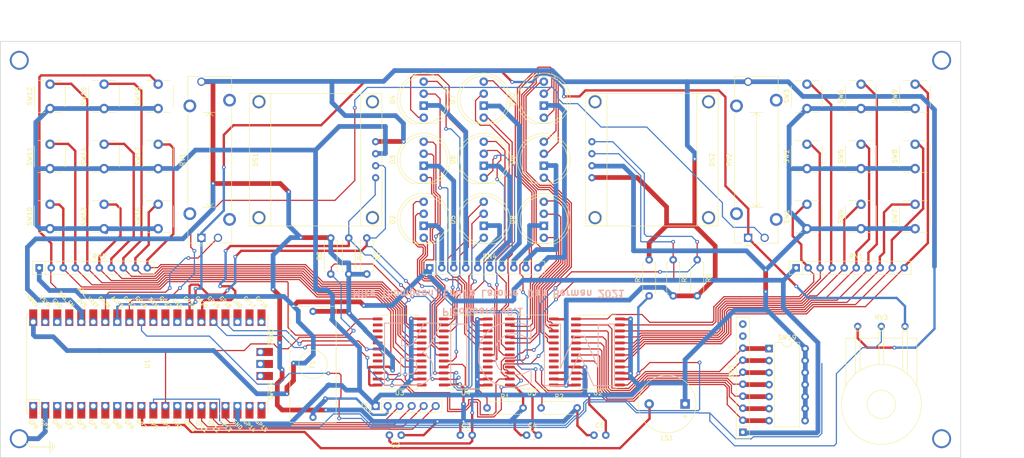
<source format=kicad_pcb>
(kicad_pcb (version 20171130) (host pcbnew "(5.1.10)-1")
  (layers (0 F.Cu signal) (31 B.Cu signal) (34 B.Paste user) (35 F.Paste user) (36 B.SilkS user) (37 F.SilkS user) (38 B.Mask user) (39 F.Mask user) (44 Edge.Cuts user))
  (net 0 "")
  (net 1 +5V)
  (net 2 Earth)
  (net 3 "Net-(LS1-Pad2)")
  (net 4 "Net-(RV1-Pad2)")
  (net 5 "Net-(RV2-Pad2)")
  (net 6 "Net-(U1-Pad43)")
  (net 7 "Net-(U1-Pad42)")
  (net 8 "Net-(U1-Pad41)")
  (net 9 "Net-(U1-Pad23)")
  (net 10 "Net-(U1-Pad28)")
  (net 11 "Net-(U1-Pad30)")
  (net 12 "Net-(U1-Pad37)")
  (net 13 "Net-(U1-Pad19)")
  (net 14 "Net-(U1-Pad13)")
  (net 15 "Net-(U1-Pad9)")
  (net 16 "Net-(U1-Pad8)")
  (net 17 "Net-(U1-Pad7)")
  (net 18 "Net-(U1-Pad6)")
  (net 19 "Net-(U1-Pad5)")
  (net 20 "Net-(U1-Pad4)")
  (net 21 "Net-(U1-Pad3)")
  (net 22 "Net-(U1-Pad2)")
  (net 23 "Net-(U1-Pad1)")
  (net 24 "Net-(D2-Pad4)")
  (net 25 "Net-(D2-Pad3)")
  (net 26 "Net-(D2-Pad2)")
  (net 27 "Net-(D2-Pad1)")
  (net 28 "Net-(D3-Pad4)")
  (net 29 "Net-(D3-Pad3)")
  (net 30 "Net-(D3-Pad2)")
  (net 31 "Net-(D3-Pad1)")
  (net 32 "Net-(D4-Pad4)")
  (net 33 "Net-(D4-Pad3)")
  (net 34 "Net-(D4-Pad1)")
  (net 35 "Net-(D5-Pad3)")
  (net 36 "Net-(D5-Pad1)")
  (net 37 "Net-(D6-Pad3)")
  (net 38 "Net-(D6-Pad2)")
  (net 39 "Net-(D6-Pad1)")
  (net 40 "Net-(D7-Pad4)")
  (net 41 "Net-(D7-Pad3)")
  (net 42 "Net-(D7-Pad2)")
  (net 43 "Net-(D7-Pad1)")
  (net 44 "Net-(D8-Pad4)")
  (net 45 "Net-(D8-Pad3)")
  (net 46 "Net-(D8-Pad2)")
  (net 47 "Net-(D8-Pad1)")
  (net 48 "Net-(D9-Pad4)")
  (net 49 "Net-(D9-Pad3)")
  (net 50 "Net-(D9-Pad2)")
  (net 51 "Net-(D9-Pad1)")
  (net 52 "Net-(D10-Pad4)")
  (net 53 "Net-(D10-Pad3)")
  (net 54 "Net-(D10-Pad2)")
  (net 55 "Net-(D10-Pad1)")
  (net 56 "Net-(R1-Pad1)")
  (net 57 "Net-(RN3-Pad10)")
  (net 58 "Net-(RN3-Pad9)")
  (net 59 "Net-(R2-Pad1)")
  (net 60 "Net-(U1-Pad29)")
  (net 61 sw1)
  (net 62 SDA0)
  (net 63 SCL0)
  (net 64 SDA1)
  (net 65 SCL1)
  (net 66 INT0)
  (net 67 INT1)
  (net 68 sw2)
  (net 69 sw3)
  (net 70 sw4)
  (net 71 sw5)
  (net 72 sw6)
  (net 73 sw7)
  (net 74 sw8)
  (net 75 sw9)
  (net 76 sw10)
  (net 77 sw11)
  (net 78 sw12)
  (net 79 sw13)
  (net 80 sw14)
  (net 81 sw15)
  (net 82 sw16)
  (net 83 sw17)
  (net 84 sw18)
  (net 85 sw25)
  (net 86 sw24)
  (net 87 sw23)
  (net 88 sw22)
  (net 89 sw21)
  (net 90 sw20)
  (net 91 sw19)
  (net 92 AGND)
  (net 93 +3V3)
  (net 94 "Net-(RV3-Pad2)")
  (net 95 "Net-(U1-Pad35)")
  (net 96 c1)
  (net 97 c2)
  (net 98 c3)
  (net 99 c4)
  (net 100 c5)
  (net 101 c6)
  (net 102 c7)
  (net 103 c8)
  (net 104 c9)
  (net 105 c10)
  (net 106 c11)
  (net 107 c12)
  (net 108 "Net-(U1-Pad38)")
  (net 109 "Net-(U1-Pad21)")
  (net 110 "Net-(U1-Pad22)")
  (net 111 42)
  (net 112 64)
  (net 113 52)
  (net 114 54)
  (net 115 GPIO10)
  (net 116 GPIO11)
  (net 117 GPIO12)
  (net 118 GPIO13)
  (net 119 "Net-(U1-Pad20)")
  (net 120 "Net-(U1-Pad39)")
  (net 121 "Net-(F1-Pad1)")
  (module Potentiometer_THT:Potentiometer_17mm_vertical (layer F.Cu) (at 238.496 109.228 180)
    (fp_text reference RV3 (at 0 1.905) (layer F.SilkS))
    (fp_text value R_POT_TRIM)
    (pad 3 thru_hole circle (at 5 0 180) (size 1.524 1.524) (drill 0.762) (layers *.Cu *.Mask) (net 93 +3V3))
    (pad 2 thru_hole circle (at 0 0 180) (size 1.524 1.524) (drill 0.762) (layers *.Cu *.Mask) (net 94 "Net-(RV3-Pad2)"))
    (pad 1 thru_hole circle (at -5 0 180) (size 1.524 1.524) (drill 0.762) (layers *.Cu *.Mask) (net 92 AGND))
  )
  (module Fuse:Fuse_5x20_horizontal_LCSC (layer F.Cu) (at 123.239 117.256 90)
    (fp_text reference F1 (at 0 -5 90) (layer F.SilkS))
    (fp_text value Fuse)
    (pad 2 thru_hole circle (at 11.2 -4.9 90) (size 1.524 1.524) (drill 0.762) (layers *.Cu *.Mask) (net 93 +3V3))
    (pad 1 thru_hole circle (at -11.2 -4.9 90) (size 1.524 1.524) (drill 0.762) (layers *.Cu *.Mask) (net 121 "Net-(F1-Pad1)"))
  )
  (module Capacitor_THT:C_Disc_D3.0mm_W1.6mm_P2.50mm (layer F.Cu) (at 177.746 132.228)
    (fp_text reference C5 (at 1.25 -2.05) (layer F.SilkS))
    (fp_text value "0.1 μf")
    (pad 2 thru_hole circle (at 2.5 0) (size 1.6 1.6) (drill 0.8) (layers *.Cu *.Mask) (net 2 Earth))
    (pad 1 thru_hole circle (at 0 0) (size 1.6 1.6) (drill 0.8) (layers *.Cu *.Mask) (net 93 +3V3))
  )
  (module Capacitor_THT:C_Disc_D3.0mm_W1.6mm_P2.50mm (layer F.Cu) (at 163.496 132.228)
    (fp_text reference C4 (at 1.25 -2.05) (layer F.SilkS))
    (fp_text value "0.1 μf")
    (pad 2 thru_hole circle (at 2.5 0) (size 1.6 1.6) (drill 0.8) (layers *.Cu *.Mask) (net 2 Earth))
    (pad 1 thru_hole circle (at 0 0) (size 1.6 1.6) (drill 0.8) (layers *.Cu *.Mask) (net 93 +3V3))
  )
  (module Capacitor_THT:C_Disc_D3.0mm_W1.6mm_P2.50mm (layer F.Cu) (at 149.496 132.228)
    (fp_text reference C3 (at 1.25 -2.05) (layer F.SilkS))
    (fp_text value "0.1 μf")
    (pad 2 thru_hole circle (at 2.5 0) (size 1.6 1.6) (drill 0.8) (layers *.Cu *.Mask) (net 2 Earth))
    (pad 1 thru_hole circle (at 0 0) (size 1.6 1.6) (drill 0.8) (layers *.Cu *.Mask) (net 93 +3V3))
  )
  (module Capacitor_THT:C_Disc_D3.0mm_W1.6mm_P2.50mm (layer F.Cu) (at 136.996 132.228 180)
    (fp_text reference C2 (at 1.25 -2.05) (layer F.SilkS))
    (fp_text value "0.1 μf")
    (pad 2 thru_hole circle (at 2.5 0 180) (size 1.6 1.6) (drill 0.8) (layers *.Cu *.Mask) (net 2 Earth))
    (pad 1 thru_hole circle (at 0 0 180) (size 1.6 1.6) (drill 0.8) (layers *.Cu *.Mask) (net 93 +3V3))
  )
  (module LED_THT:LED_D10.0mm_RGB (layer F.Cu) (at 141.746 75.268 90)
    (fp_text reference D3 (at 1.27 -6.56 90) (layer F.SilkS))
    (fp_text value LED_ABGR)
    (pad 1 thru_hole rect (at 0 0 90) (size 1.8 1.8) (drill 0.9) (layers *.Cu *.Mask) (net 31 "Net-(D3-Pad1)"))
    (pad 3 thru_hole circle (at 2.54 0 90) (size 1.8 1.8) (drill 0.9) (layers *.Cu *.Mask) (net 29 "Net-(D3-Pad3)"))
    (pad 4 thru_hole circle (at 5.08 0 90) (size 1.8 1.8) (drill 0.9) (layers *.Cu *.Mask) (net 28 "Net-(D3-Pad4)"))
    (pad 2 thru_hole circle (at -2.54 0 90) (size 1.8 1.8) (drill 0.9) (layers *.Cu *.Mask) (net 30 "Net-(D3-Pad2)"))
  )
  (module Resistor_THT:R_Axial_DIN0207_L6.3mm_D2.5mm_P7.62mm_Horizontal (layer F.Cu) (at 199.566 95.158 270)
    (fp_text reference R6 (at 3.81 -2.37 90) (layer F.SilkS))
    (fp_text value 10k)
    (pad 1 thru_hole circle (at 0 0 270) (size 1.6 1.6) (drill 0.8) (layers *.Cu *.Mask) (net 64 SDA1))
    (pad 2 thru_hole oval (at 7.62 0 270) (size 1.6 1.6) (drill 0.8) (layers *.Cu *.Mask) (net 93 +3V3))
  )
  (module Resistor_THT:R_Axial_DIN0207_L6.3mm_D2.5mm_P7.62mm_Horizontal (layer F.Cu) (at 122.096 98.168 90)
    (fp_text reference R8 (at 3.81 -2.37 90) (layer F.SilkS))
    (fp_text value 10k)
    (pad 1 thru_hole circle (at 0 0 90) (size 1.6 1.6) (drill 0.8) (layers *.Cu *.Mask) (net 67 INT1))
    (pad 2 thru_hole oval (at 7.62 0 90) (size 1.6 1.6) (drill 0.8) (layers *.Cu *.Mask) (net 93 +3V3))
  )
  (module Resistor_THT:R_Array_SIP10 (layer F.Cu) (at 143.016 96.858)
    (fp_text reference RN4 (at 12.7 -2.4) (layer F.SilkS))
    (fp_text value 330)
    (pad 1 thru_hole rect (at 0 0) (size 1.6 1.6) (drill 0.8) (layers *.Cu *.Mask) (net 1 +5V))
    (pad 2 thru_hole oval (at 2.54 0) (size 1.6 1.6) (drill 0.8) (layers *.Cu *.Mask) (net 27 "Net-(D2-Pad1)"))
    (pad 3 thru_hole oval (at 5.08 0) (size 1.6 1.6) (drill 0.8) (layers *.Cu *.Mask) (net 31 "Net-(D3-Pad1)"))
    (pad 4 thru_hole oval (at 7.62 0) (size 1.6 1.6) (drill 0.8) (layers *.Cu *.Mask) (net 34 "Net-(D4-Pad1)"))
    (pad 5 thru_hole oval (at 10.16 0) (size 1.6 1.6) (drill 0.8) (layers *.Cu *.Mask) (net 36 "Net-(D5-Pad1)"))
    (pad 6 thru_hole oval (at 12.7 0) (size 1.6 1.6) (drill 0.8) (layers *.Cu *.Mask) (net 39 "Net-(D6-Pad1)"))
    (pad 7 thru_hole oval (at 15.24 0) (size 1.6 1.6) (drill 0.8) (layers *.Cu *.Mask) (net 43 "Net-(D7-Pad1)"))
    (pad 8 thru_hole oval (at 17.78 0) (size 1.6 1.6) (drill 0.8) (layers *.Cu *.Mask) (net 47 "Net-(D8-Pad1)"))
    (pad 9 thru_hole oval (at 20.32 0) (size 1.6 1.6) (drill 0.8) (layers *.Cu *.Mask) (net 51 "Net-(D9-Pad1)"))
    (pad 10 thru_hole oval (at 22.86 0) (size 1.6 1.6) (drill 0.8) (layers *.Cu *.Mask) (net 55 "Net-(D10-Pad1)"))
  )
  (module Package_SO:SOIC-24W_7.5x15.4mm_P1.27mm (layer F.Cu) (at 164.606 114.638 180)
    (fp_text reference U5 (at 0 -8.65) (layer F.SilkS))
    (fp_text value PCA9532D,112)
    (pad 1 smd roundrect (at -4.65 -6.985 180) (size 2.05 0.6) (layers F.Cu F.Paste F.Mask) (net 93 +3V3))
    (pad 2 smd roundrect (at -4.65 -5.715 180) (size 2.05 0.6) (layers F.Cu F.Paste F.Mask) (net 2 Earth))
    (pad 3 smd roundrect (at -4.65 -4.445 180) (size 2.05 0.6) (layers F.Cu F.Paste F.Mask) (net 2 Earth))
    (pad 4 smd roundrect (at -4.65 -3.175 180) (size 2.05 0.6) (layers F.Cu F.Paste F.Mask) (net 104 c9))
    (pad 5 smd roundrect (at -4.65 -1.905 180) (size 2.05 0.6) (layers F.Cu F.Paste F.Mask) (net 105 c10))
    (pad 6 smd roundrect (at -4.65 -0.635 180) (size 2.05 0.6) (layers F.Cu F.Paste F.Mask) (net 106 c11))
    (pad 7 smd roundrect (at -4.65 0.635 180) (size 2.05 0.6) (layers F.Cu F.Paste F.Mask) (net 107 c12))
    (pad 8 smd roundrect (at -4.65 1.905 180) (size 2.05 0.6) (layers F.Cu F.Paste F.Mask) (net 54 "Net-(D10-Pad2)"))
    (pad 9 smd roundrect (at -4.65 3.175 180) (size 2.05 0.6) (layers F.Cu F.Paste F.Mask) (net 53 "Net-(D10-Pad3)"))
    (pad 10 smd roundrect (at -4.65 4.445 180) (size 2.05 0.6) (layers F.Cu F.Paste F.Mask) (net 52 "Net-(D10-Pad4)"))
    (pad 11 smd roundrect (at -4.65 5.715 180) (size 2.05 0.6) (layers F.Cu F.Paste F.Mask) (net 50 "Net-(D9-Pad2)"))
    (pad 12 smd roundrect (at -4.65 6.985 180) (size 2.05 0.6) (layers F.Cu F.Paste F.Mask) (net 2 Earth))
    (pad 13 smd roundrect (at 4.65 6.985 180) (size 2.05 0.6) (layers F.Cu F.Paste F.Mask) (net 49 "Net-(D9-Pad3)"))
    (pad 14 smd roundrect (at 4.65 5.715 180) (size 2.05 0.6) (layers F.Cu F.Paste F.Mask) (net 48 "Net-(D9-Pad4)"))
    (pad 15 smd roundrect (at 4.65 4.445 180) (size 2.05 0.6) (layers F.Cu F.Paste F.Mask) (net 46 "Net-(D8-Pad2)"))
    (pad 16 smd roundrect (at 4.65 3.175 180) (size 2.05 0.6) (layers F.Cu F.Paste F.Mask) (net 45 "Net-(D8-Pad3)"))
    (pad 17 smd roundrect (at 4.65 1.905 180) (size 2.05 0.6) (layers F.Cu F.Paste F.Mask) (net 44 "Net-(D8-Pad4)"))
    (pad 18 smd roundrect (at 4.65 0.635 180) (size 2.05 0.6) (layers F.Cu F.Paste F.Mask) (net 42 "Net-(D7-Pad2)"))
    (pad 19 smd roundrect (at 4.65 -0.635 180) (size 2.05 0.6) (layers F.Cu F.Paste F.Mask) (net 41 "Net-(D7-Pad3)"))
    (pad 20 smd roundrect (at 4.65 -1.905 180) (size 2.05 0.6) (layers F.Cu F.Paste F.Mask) (net 40 "Net-(D7-Pad4)"))
    (pad 21 smd roundrect (at 4.65 -3.175 180) (size 2.05 0.6) (layers F.Cu F.Paste F.Mask) (net 59 "Net-(R2-Pad1)"))
    (pad 22 smd roundrect (at 4.65 -4.445 180) (size 2.05 0.6) (layers F.Cu F.Paste F.Mask) (net 65 SCL1))
    (pad 23 smd roundrect (at 4.65 -5.715 180) (size 2.05 0.6) (layers F.Cu F.Paste F.Mask) (net 64 SDA1))
    (pad 24 smd roundrect (at 4.65 -6.985 180) (size 2.05 0.6) (layers F.Cu F.Paste F.Mask) (net 93 +3V3))
  )
  (module Package_SO:SOIC-24W_7.5x15.4mm_P1.27mm (layer F.Cu) (at 150.636 114.638 180)
    (fp_text reference U4 (at 0 -8.65) (layer F.SilkS))
    (fp_text value PCA9532D,112)
    (pad 1 smd roundrect (at -4.65 -6.985 180) (size 2.05 0.6) (layers F.Cu F.Paste F.Mask) (net 2 Earth))
    (pad 2 smd roundrect (at -4.65 -5.715 180) (size 2.05 0.6) (layers F.Cu F.Paste F.Mask) (net 2 Earth))
    (pad 3 smd roundrect (at -4.65 -4.445 180) (size 2.05 0.6) (layers F.Cu F.Paste F.Mask) (net 2 Earth))
    (pad 4 smd roundrect (at -4.65 -3.175 180) (size 2.05 0.6) (layers F.Cu F.Paste F.Mask) (net 103 c8))
    (pad 5 smd roundrect (at -4.65 -1.905 180) (size 2.05 0.6) (layers F.Cu F.Paste F.Mask) (net 38 "Net-(D6-Pad2)"))
    (pad 6 smd roundrect (at -4.65 -0.635 180) (size 2.05 0.6) (layers F.Cu F.Paste F.Mask) (net 37 "Net-(D6-Pad3)"))
    (pad 7 smd roundrect (at -4.65 0.635 180) (size 2.05 0.6) (layers F.Cu F.Paste F.Mask) (net 111 42))
    (pad 8 smd roundrect (at -4.65 1.905 180) (size 2.05 0.6) (layers F.Cu F.Paste F.Mask) (net 114 54))
    (pad 9 smd roundrect (at -4.65 3.175 180) (size 2.05 0.6) (layers F.Cu F.Paste F.Mask) (net 35 "Net-(D5-Pad3)"))
    (pad 10 smd roundrect (at -4.65 4.445 180) (size 2.05 0.6) (layers F.Cu F.Paste F.Mask) (net 113 52))
    (pad 11 smd roundrect (at -4.65 5.715 180) (size 2.05 0.6) (layers F.Cu F.Paste F.Mask) (net 112 64))
    (pad 12 smd roundrect (at -4.65 6.985 180) (size 2.05 0.6) (layers F.Cu F.Paste F.Mask) (net 2 Earth))
    (pad 13 smd roundrect (at 4.65 6.985 180) (size 2.05 0.6) (layers F.Cu F.Paste F.Mask) (net 33 "Net-(D4-Pad3)"))
    (pad 14 smd roundrect (at 4.65 5.715 180) (size 2.05 0.6) (layers F.Cu F.Paste F.Mask) (net 32 "Net-(D4-Pad4)"))
    (pad 15 smd roundrect (at 4.65 4.445 180) (size 2.05 0.6) (layers F.Cu F.Paste F.Mask) (net 28 "Net-(D3-Pad4)"))
    (pad 16 smd roundrect (at 4.65 3.175 180) (size 2.05 0.6) (layers F.Cu F.Paste F.Mask) (net 29 "Net-(D3-Pad3)"))
    (pad 17 smd roundrect (at 4.65 1.905 180) (size 2.05 0.6) (layers F.Cu F.Paste F.Mask) (net 30 "Net-(D3-Pad2)"))
    (pad 18 smd roundrect (at 4.65 0.635 180) (size 2.05 0.6) (layers F.Cu F.Paste F.Mask) (net 26 "Net-(D2-Pad2)"))
    (pad 19 smd roundrect (at 4.65 -0.635 180) (size 2.05 0.6) (layers F.Cu F.Paste F.Mask) (net 25 "Net-(D2-Pad3)"))
    (pad 20 smd roundrect (at 4.65 -1.905 180) (size 2.05 0.6) (layers F.Cu F.Paste F.Mask) (net 24 "Net-(D2-Pad4)"))
    (pad 21 smd roundrect (at 4.65 -3.175 180) (size 2.05 0.6) (layers F.Cu F.Paste F.Mask) (net 56 "Net-(R1-Pad1)"))
    (pad 22 smd roundrect (at 4.65 -4.445 180) (size 2.05 0.6) (layers F.Cu F.Paste F.Mask) (net 63 SCL0))
    (pad 23 smd roundrect (at 4.65 -5.715 180) (size 2.05 0.6) (layers F.Cu F.Paste F.Mask) (net 62 SDA0))
    (pad 24 smd roundrect (at 4.65 -6.985 180) (size 2.05 0.6) (layers F.Cu F.Paste F.Mask) (net 93 +3V3))
  )
  (module Buzzer_Beeper:Buzzer_12x9.5RM7.6 (layer F.Cu) (at 197.006 125.638 180)
    (fp_text reference LS1 (at 3.8 -7.2) (layer F.SilkS))
    (fp_text value Speaker)
    (fp_text user + (at -0.01 -2.54) (layer F.SilkS))
    (pad 1 thru_hole rect (at 0 0 180) (size 2 2) (drill 1) (layers *.Cu *.Mask) (net 2 Earth))
    (pad 2 thru_hole circle (at 7.6 0 180) (size 2 2) (drill 1) (layers *.Cu *.Mask) (net 3 "Net-(LS1-Pad2)"))
  )
  (module Display:OLED__module_128x64 (layer F.Cu) (at 203.976 73.998 90)
    (fp_text reference DS2 (at 0 -1.27 90) (layer F.SilkS))
    (fp_text value OLED_module_128x64)
    (pad 1 thru_hole circle (at -3.81 -26.67 90) (size 1.524 1.524) (drill 0.762) (layers *.Cu *.Mask) (net 93 +3V3))
    (pad 2 thru_hole circle (at -1.27 -26.67 90) (size 1.524 1.524) (drill 0.762) (layers *.Cu *.Mask) (net 2 Earth))
    (pad 3 thru_hole circle (at 1.27 -26.67 90) (size 1.524 1.524) (drill 0.762) (layers *.Cu *.Mask) (net 65 SCL1))
    (pad 4 thru_hole circle (at 3.81 -26.67 90) (size 1.524 1.524) (drill 0.762) (layers *.Cu *.Mask) (net 64 SDA1))
    (pad "" thru_hole circle (at 12.25 -26 90) (size 2.75 2.75) (drill 2) (layers *.Cu *.Mask))
    (pad "" thru_hole circle (at -12.25 -26 90) (size 2.75 2.75) (drill 2) (layers *.Cu *.Mask))
    (pad "" thru_hole circle (at -12.25 -2 90) (size 2.75 2.75) (drill 2) (layers *.Cu *.Mask))
    (pad "" thru_hole circle (at 12.25 -2 90) (size 2.75 2.75) (drill 2) (layers *.Cu *.Mask))
  )
  (module Display:OLED__module_128x64 (layer F.Cu) (at 104.916 73.998 270)
    (fp_text reference DS1 (at 0 -1.27 90) (layer F.SilkS))
    (fp_text value OLED_module_128x64)
    (pad 1 thru_hole circle (at -3.81 -26.67 270) (size 1.524 1.524) (drill 0.762) (layers *.Cu *.Mask) (net 93 +3V3))
    (pad 2 thru_hole circle (at -1.27 -26.67 270) (size 1.524 1.524) (drill 0.762) (layers *.Cu *.Mask) (net 2 Earth))
    (pad 3 thru_hole circle (at 1.27 -26.67 270) (size 1.524 1.524) (drill 0.762) (layers *.Cu *.Mask) (net 63 SCL0))
    (pad 4 thru_hole circle (at 3.81 -26.67 270) (size 1.524 1.524) (drill 0.762) (layers *.Cu *.Mask) (net 62 SDA0))
    (pad "" thru_hole circle (at 12.25 -26 270) (size 2.75 2.75) (drill 2) (layers *.Cu *.Mask))
    (pad "" thru_hole circle (at -12.25 -26 270) (size 2.75 2.75) (drill 2) (layers *.Cu *.Mask))
    (pad "" thru_hole circle (at -12.25 -2 270) (size 2.75 2.75) (drill 2) (layers *.Cu *.Mask))
    (pad "" thru_hole circle (at 12.25 -2 270) (size 2.75 2.75) (drill 2) (layers *.Cu *.Mask))
  )
  (module Resistor_THT:R_Axial_DIN0207_L6.3mm_D2.5mm_P7.62mm_Horizontal (layer F.Cu) (at 189.406 102.778 90)
    (fp_text reference R7 (at 3.81 -2.37 90) (layer F.SilkS))
    (fp_text value 10k)
    (pad 1 thru_hole circle (at 0 0 90) (size 1.6 1.6) (drill 0.8) (layers *.Cu *.Mask) (net 66 INT0))
    (pad 2 thru_hole oval (at 7.62 0 90) (size 1.6 1.6) (drill 0.8) (layers *.Cu *.Mask) (net 93 +3V3))
  )
  (module Resistor_THT:R_Axial_DIN0207_L6.3mm_D2.5mm_P7.62mm_Horizontal (layer F.Cu) (at 194.486 95.158 270)
    (fp_text reference R5 (at 3.81 -2.37 90) (layer F.SilkS))
    (fp_text value 10k)
    (pad 1 thru_hole circle (at 0 0 270) (size 1.6 1.6) (drill 0.8) (layers *.Cu *.Mask) (net 65 SCL1))
    (pad 2 thru_hole oval (at 7.62 0 270) (size 1.6 1.6) (drill 0.8) (layers *.Cu *.Mask) (net 93 +3V3))
  )
  (module Resistor_THT:R_Axial_DIN0207_L6.3mm_D2.5mm_P7.62mm_Horizontal (layer F.Cu) (at 125.906 90.548 270)
    (fp_text reference R4 (at 3.81 -2.37 90) (layer F.SilkS))
    (fp_text value 10k)
    (pad 1 thru_hole circle (at 0 0 270) (size 1.6 1.6) (drill 0.8) (layers *.Cu *.Mask) (net 62 SDA0))
    (pad 2 thru_hole oval (at 7.62 0 270) (size 1.6 1.6) (drill 0.8) (layers *.Cu *.Mask) (net 93 +3V3))
  )
  (module Resistor_THT:R_Axial_DIN0207_L6.3mm_D2.5mm_P7.62mm_Horizontal (layer F.Cu) (at 129.716 90.548 270)
    (fp_text reference R3 (at 3.81 -2.37 90) (layer F.SilkS))
    (fp_text value 10k)
    (pad 1 thru_hole circle (at 0 0 270) (size 1.6 1.6) (drill 0.8) (layers *.Cu *.Mask) (net 63 SCL0))
    (pad 2 thru_hole oval (at 7.62 0 270) (size 1.6 1.6) (drill 0.8) (layers *.Cu *.Mask) (net 93 +3V3))
  )
  (module LED_THT:LED_D10.0mm_RGB (layer F.Cu) (at 167.146 62.568 90)
    (fp_text reference D10 (at 1.27 -6.56 90) (layer F.SilkS))
    (fp_text value LED_ABGR)
    (pad 1 thru_hole rect (at 0 0 90) (size 1.8 1.8) (drill 0.9) (layers *.Cu *.Mask) (net 55 "Net-(D10-Pad1)"))
    (pad 3 thru_hole circle (at 2.54 0 90) (size 1.8 1.8) (drill 0.9) (layers *.Cu *.Mask) (net 53 "Net-(D10-Pad3)"))
    (pad 4 thru_hole circle (at 5.08 0 90) (size 1.8 1.8) (drill 0.9) (layers *.Cu *.Mask) (net 52 "Net-(D10-Pad4)"))
    (pad 2 thru_hole circle (at -2.54 0 90) (size 1.8 1.8) (drill 0.9) (layers *.Cu *.Mask) (net 54 "Net-(D10-Pad2)"))
  )
  (module LED_THT:LED_D10.0mm_RGB (layer F.Cu) (at 167.146 75.268 90)
    (fp_text reference D9 (at 1.27 -6.56 90) (layer F.SilkS))
    (fp_text value LED_ABGR)
    (pad 1 thru_hole rect (at 0 0 90) (size 1.8 1.8) (drill 0.9) (layers *.Cu *.Mask) (net 51 "Net-(D9-Pad1)"))
    (pad 3 thru_hole circle (at 2.54 0 90) (size 1.8 1.8) (drill 0.9) (layers *.Cu *.Mask) (net 49 "Net-(D9-Pad3)"))
    (pad 4 thru_hole circle (at 5.08 0 90) (size 1.8 1.8) (drill 0.9) (layers *.Cu *.Mask) (net 48 "Net-(D9-Pad4)"))
    (pad 2 thru_hole circle (at -2.54 0 90) (size 1.8 1.8) (drill 0.9) (layers *.Cu *.Mask) (net 50 "Net-(D9-Pad2)"))
  )
  (module LED_THT:LED_D10.0mm_RGB (layer F.Cu) (at 167.146 87.968 90)
    (fp_text reference D8 (at 1.27 -6.56 90) (layer F.SilkS))
    (fp_text value LED_ABGR)
    (pad 1 thru_hole rect (at 0 0 90) (size 1.8 1.8) (drill 0.9) (layers *.Cu *.Mask) (net 47 "Net-(D8-Pad1)"))
    (pad 3 thru_hole circle (at 2.54 0 90) (size 1.8 1.8) (drill 0.9) (layers *.Cu *.Mask) (net 45 "Net-(D8-Pad3)"))
    (pad 4 thru_hole circle (at 5.08 0 90) (size 1.8 1.8) (drill 0.9) (layers *.Cu *.Mask) (net 44 "Net-(D8-Pad4)"))
    (pad 2 thru_hole circle (at -2.54 0 90) (size 1.8 1.8) (drill 0.9) (layers *.Cu *.Mask) (net 46 "Net-(D8-Pad2)"))
  )
  (module LED_THT:LED_D10.0mm_RGB (layer F.Cu) (at 154.446 62.568 90)
    (fp_text reference D7 (at 1.27 -6.56 90) (layer F.SilkS))
    (fp_text value LED_ABGR)
    (pad 1 thru_hole rect (at 0 0 90) (size 1.8 1.8) (drill 0.9) (layers *.Cu *.Mask) (net 43 "Net-(D7-Pad1)"))
    (pad 3 thru_hole circle (at 2.54 0 90) (size 1.8 1.8) (drill 0.9) (layers *.Cu *.Mask) (net 41 "Net-(D7-Pad3)"))
    (pad 4 thru_hole circle (at 5.08 0 90) (size 1.8 1.8) (drill 0.9) (layers *.Cu *.Mask) (net 40 "Net-(D7-Pad4)"))
    (pad 2 thru_hole circle (at -2.54 0 90) (size 1.8 1.8) (drill 0.9) (layers *.Cu *.Mask) (net 42 "Net-(D7-Pad2)"))
  )
  (module LED_THT:LED_D10.0mm_RGB (layer F.Cu) (at 154.446 75.268 90)
    (fp_text reference D6 (at 1.27 -6.56 90) (layer F.SilkS))
    (fp_text value LED_ABGR)
    (pad 1 thru_hole rect (at 0 0 90) (size 1.8 1.8) (drill 0.9) (layers *.Cu *.Mask) (net 39 "Net-(D6-Pad1)"))
    (pad 3 thru_hole circle (at 2.54 0 90) (size 1.8 1.8) (drill 0.9) (layers *.Cu *.Mask) (net 37 "Net-(D6-Pad3)"))
    (pad 4 thru_hole circle (at 5.08 0 90) (size 1.8 1.8) (drill 0.9) (layers *.Cu *.Mask) (net 112 64))
    (pad 2 thru_hole circle (at -2.54 0 90) (size 1.8 1.8) (drill 0.9) (layers *.Cu *.Mask) (net 38 "Net-(D6-Pad2)"))
  )
  (module LED_THT:LED_D10.0mm_RGB (layer F.Cu) (at 154.446 87.968 90)
    (fp_text reference D5 (at 1.27 -6.56 90) (layer F.SilkS))
    (fp_text value LED_ABGR)
    (pad 1 thru_hole rect (at 0 0 90) (size 1.8 1.8) (drill 0.9) (layers *.Cu *.Mask) (net 36 "Net-(D5-Pad1)"))
    (pad 3 thru_hole circle (at 2.54 0 90) (size 1.8 1.8) (drill 0.9) (layers *.Cu *.Mask) (net 35 "Net-(D5-Pad3)"))
    (pad 4 thru_hole circle (at 5.08 0 90) (size 1.8 1.8) (drill 0.9) (layers *.Cu *.Mask) (net 114 54))
    (pad 2 thru_hole circle (at -2.54 0 90) (size 1.8 1.8) (drill 0.9) (layers *.Cu *.Mask) (net 113 52))
  )
  (module LED_THT:LED_D10.0mm_RGB (layer F.Cu) (at 141.746 62.568 90)
    (fp_text reference D4 (at 1.27 -6.56 90) (layer F.SilkS))
    (fp_text value LED_ABGR)
    (pad 1 thru_hole rect (at 0 0 90) (size 1.8 1.8) (drill 0.9) (layers *.Cu *.Mask) (net 34 "Net-(D4-Pad1)"))
    (pad 3 thru_hole circle (at 2.54 0 90) (size 1.8 1.8) (drill 0.9) (layers *.Cu *.Mask) (net 33 "Net-(D4-Pad3)"))
    (pad 4 thru_hole circle (at 5.08 0 90) (size 1.8 1.8) (drill 0.9) (layers *.Cu *.Mask) (net 32 "Net-(D4-Pad4)"))
    (pad 2 thru_hole circle (at -2.54 0 90) (size 1.8 1.8) (drill 0.9) (layers *.Cu *.Mask) (net 111 42))
  )
  (module LED_THT:LED_D10.0mm_RGB (layer F.Cu) (at 141.746 87.968 90)
    (fp_text reference D2 (at 1.27 -6.56 90) (layer F.SilkS))
    (fp_text value LED_ABGR)
    (pad 1 thru_hole rect (at 0 0 90) (size 1.8 1.8) (drill 0.9) (layers *.Cu *.Mask) (net 27 "Net-(D2-Pad1)"))
    (pad 3 thru_hole circle (at 2.54 0 90) (size 1.8 1.8) (drill 0.9) (layers *.Cu *.Mask) (net 25 "Net-(D2-Pad3)"))
    (pad 4 thru_hole circle (at 5.08 0 90) (size 1.8 1.8) (drill 0.9) (layers *.Cu *.Mask) (net 24 "Net-(D2-Pad4)"))
    (pad 2 thru_hole circle (at -2.54 0 90) (size 1.8 1.8) (drill 0.9) (layers *.Cu *.Mask) (net 26 "Net-(D2-Pad2)"))
  )
  (module Resistor_THT:R_Axial_DIN0207_L6.3mm_D2.5mm_P7.62mm_Horizontal (layer F.Cu) (at 166.566 126.468)
    (fp_text reference R2 (at 3.81 -2.37) (layer F.SilkS))
    (fp_text value 10k)
    (pad 1 thru_hole circle (at 0 0) (size 1.6 1.6) (drill 0.8) (layers *.Cu *.Mask) (net 59 "Net-(R2-Pad1)"))
    (pad 2 thru_hole oval (at 7.62 0) (size 1.6 1.6) (drill 0.8) (layers *.Cu *.Mask) (net 93 +3V3))
  )
  (module Connector_PinHeader_2.54mm:PinHeader_1x06_P2.54mm_Vertical (layer F.Cu) (at 131.586 126.068 90)
    (fp_text reference J2 (at 0 -2.33 90) (layer F.SilkS))
    (fp_text value Conn_01x06_Male)
    (pad 1 thru_hole rect (at 0 0 90) (size 1.7 1.7) (drill 1) (layers *.Cu *.Mask) (net 2 Earth))
    (pad 2 thru_hole oval (at 0 2.54 90) (size 1.7 1.7) (drill 1) (layers *.Cu *.Mask) (net 121 "Net-(F1-Pad1)"))
    (pad 3 thru_hole oval (at 0 5.08 90) (size 1.7 1.7) (drill 1) (layers *.Cu *.Mask) (net 118 GPIO13))
    (pad 4 thru_hole oval (at 0 7.62 90) (size 1.7 1.7) (drill 1) (layers *.Cu *.Mask) (net 117 GPIO12))
    (pad 5 thru_hole oval (at 0 10.16 90) (size 1.7 1.7) (drill 1) (layers *.Cu *.Mask) (net 116 GPIO11))
    (pad 6 thru_hole oval (at 0 12.7 90) (size 1.7 1.7) (drill 1) (layers *.Cu *.Mask) (net 115 GPIO10))
  )
  (module Package_SO:SOIC-24W_7.5x15.4mm_P1.27mm (layer F.Cu) (at 136.666 114.638 180)
    (fp_text reference U3 (at 0 -8.65) (layer F.SilkS))
    (fp_text value PCA9555D)
    (pad 1 smd roundrect (at -4.65 -6.985 180) (size 2.05 0.6) (layers F.Cu F.Paste F.Mask) (net 67 INT1))
    (pad 2 smd roundrect (at -4.65 -5.715 180) (size 2.05 0.6) (layers F.Cu F.Paste F.Mask) (net 2 Earth))
    (pad 3 smd roundrect (at -4.65 -4.445 180) (size 2.05 0.6) (layers F.Cu F.Paste F.Mask) (net 2 Earth))
    (pad 4 smd roundrect (at -4.65 -3.175 180) (size 2.05 0.6) (layers F.Cu F.Paste F.Mask) (net 76 sw10))
    (pad 5 smd roundrect (at -4.65 -1.905 180) (size 2.05 0.6) (layers F.Cu F.Paste F.Mask) (net 77 sw11))
    (pad 6 smd roundrect (at -4.65 -0.635 180) (size 2.05 0.6) (layers F.Cu F.Paste F.Mask) (net 78 sw12))
    (pad 7 smd roundrect (at -4.65 0.635 180) (size 2.05 0.6) (layers F.Cu F.Paste F.Mask) (net 79 sw13))
    (pad 8 smd roundrect (at -4.65 1.905 180) (size 2.05 0.6) (layers F.Cu F.Paste F.Mask) (net 80 sw14))
    (pad 9 smd roundrect (at -4.65 3.175 180) (size 2.05 0.6) (layers F.Cu F.Paste F.Mask) (net 81 sw15))
    (pad 10 smd roundrect (at -4.65 4.445 180) (size 2.05 0.6) (layers F.Cu F.Paste F.Mask) (net 82 sw16))
    (pad 11 smd roundrect (at -4.65 5.715 180) (size 2.05 0.6) (layers F.Cu F.Paste F.Mask) (net 83 sw17))
    (pad 12 smd roundrect (at -4.65 6.985 180) (size 2.05 0.6) (layers F.Cu F.Paste F.Mask) (net 2 Earth))
    (pad 13 smd roundrect (at 4.65 6.985 180) (size 2.05 0.6) (layers F.Cu F.Paste F.Mask) (net 84 sw18))
    (pad 14 smd roundrect (at 4.65 5.715 180) (size 2.05 0.6) (layers F.Cu F.Paste F.Mask) (net 96 c1))
    (pad 15 smd roundrect (at 4.65 4.445 180) (size 2.05 0.6) (layers F.Cu F.Paste F.Mask) (net 97 c2))
    (pad 16 smd roundrect (at 4.65 3.175 180) (size 2.05 0.6) (layers F.Cu F.Paste F.Mask) (net 98 c3))
    (pad 17 smd roundrect (at 4.65 1.905 180) (size 2.05 0.6) (layers F.Cu F.Paste F.Mask) (net 99 c4))
    (pad 18 smd roundrect (at 4.65 0.635 180) (size 2.05 0.6) (layers F.Cu F.Paste F.Mask) (net 100 c5))
    (pad 19 smd roundrect (at 4.65 -0.635 180) (size 2.05 0.6) (layers F.Cu F.Paste F.Mask) (net 101 c6))
    (pad 20 smd roundrect (at 4.65 -1.905 180) (size 2.05 0.6) (layers F.Cu F.Paste F.Mask) (net 102 c7))
    (pad 21 smd roundrect (at 4.65 -3.175 180) (size 2.05 0.6) (layers F.Cu F.Paste F.Mask) (net 93 +3V3))
    (pad 22 smd roundrect (at 4.65 -4.445 180) (size 2.05 0.6) (layers F.Cu F.Paste F.Mask) (net 65 SCL1))
    (pad 23 smd roundrect (at 4.65 -5.715 180) (size 2.05 0.6) (layers F.Cu F.Paste F.Mask) (net 64 SDA1))
    (pad 24 smd roundrect (at 4.65 -6.985 180) (size 2.05 0.6) (layers F.Cu F.Paste F.Mask) (net 93 +3V3))
  )
  (module Package_DIP:DIP-14_W7.62mm (layer F.Cu) (at 214.757 113.919)
    (fp_text reference SW19 (at 3.81 -2.33) (layer F.SilkS))
    (fp_text value SW_DIP_x07)
    (pad 1 thru_hole rect (at 0 0) (size 1.6 1.6) (drill 0.8) (layers *.Cu *.Mask) (net 91 sw19))
    (pad 8 thru_hole oval (at 7.62 15.24) (size 1.6 1.6) (drill 0.8) (layers *.Cu *.Mask) (net 2 Earth))
    (pad 2 thru_hole oval (at 0 2.54) (size 1.6 1.6) (drill 0.8) (layers *.Cu *.Mask) (net 90 sw20))
    (pad 9 thru_hole oval (at 7.62 12.7) (size 1.6 1.6) (drill 0.8) (layers *.Cu *.Mask) (net 2 Earth))
    (pad 3 thru_hole oval (at 0 5.08) (size 1.6 1.6) (drill 0.8) (layers *.Cu *.Mask) (net 89 sw21))
    (pad 10 thru_hole oval (at 7.62 10.16) (size 1.6 1.6) (drill 0.8) (layers *.Cu *.Mask) (net 2 Earth))
    (pad 4 thru_hole oval (at 0 7.62) (size 1.6 1.6) (drill 0.8) (layers *.Cu *.Mask) (net 88 sw22))
    (pad 11 thru_hole oval (at 7.62 7.62) (size 1.6 1.6) (drill 0.8) (layers *.Cu *.Mask) (net 2 Earth))
    (pad 5 thru_hole oval (at 0 10.16) (size 1.6 1.6) (drill 0.8) (layers *.Cu *.Mask) (net 87 sw23))
    (pad 12 thru_hole oval (at 7.62 5.08) (size 1.6 1.6) (drill 0.8) (layers *.Cu *.Mask) (net 2 Earth))
    (pad 6 thru_hole oval (at 0 12.7) (size 1.6 1.6) (drill 0.8) (layers *.Cu *.Mask) (net 86 sw24))
    (pad 13 thru_hole oval (at 7.62 2.54) (size 1.6 1.6) (drill 0.8) (layers *.Cu *.Mask) (net 2 Earth))
    (pad 7 thru_hole oval (at 0 15.24) (size 1.6 1.6) (drill 0.8) (layers *.Cu *.Mask) (net 85 sw25))
    (pad 14 thru_hole oval (at 7.62 0) (size 1.6 1.6) (drill 0.8) (layers *.Cu *.Mask) (net 2 Earth))
  )
  (module Button_Switch_THT:SW_PUSH_6mm_2pin (layer F.Cu) (at 83.326 63.838 90)
    (fp_text reference SW18 (at 3.25 -2 90) (layer F.SilkS))
    (fp_text value SW_Push)
    (pad 2 thru_hole circle (at 0.6604 2.286 180) (size 2 2) (drill 1.1) (layers *.Cu *.Mask) (net 2 Earth))
    (pad 1 thru_hole circle (at 5.8166 2.286 180) (size 2 2) (drill 1.1) (layers *.Cu *.Mask) (net 84 sw18))
  )
  (module Button_Switch_THT:SW_PUSH_6mm_2pin (layer F.Cu) (at 83.326 76.538 90)
    (fp_text reference SW17 (at 3.25 -2 90) (layer F.SilkS))
    (fp_text value SW_Push)
    (pad 2 thru_hole circle (at 0.6604 2.286 180) (size 2 2) (drill 1.1) (layers *.Cu *.Mask) (net 2 Earth))
    (pad 1 thru_hole circle (at 5.8166 2.286 180) (size 2 2) (drill 1.1) (layers *.Cu *.Mask) (net 83 sw17))
  )
  (module Button_Switch_THT:SW_PUSH_6mm_2pin (layer F.Cu) (at 83.326 89.238 90)
    (fp_text reference SW16 (at 3.25 -2 90) (layer F.SilkS))
    (fp_text value SW_Push)
    (pad 2 thru_hole circle (at 0.6604 2.286 180) (size 2 2) (drill 1.1) (layers *.Cu *.Mask) (net 2 Earth))
    (pad 1 thru_hole circle (at 5.8166 2.286 180) (size 2 2) (drill 1.1) (layers *.Cu *.Mask) (net 82 sw16))
  )
  (module Button_Switch_THT:SW_PUSH_6mm_2pin (layer F.Cu) (at 71.896 63.838 90)
    (fp_text reference SW15 (at 3.25 -2 90) (layer F.SilkS))
    (fp_text value SW_Push)
    (pad 2 thru_hole circle (at 0.6604 2.286 180) (size 2 2) (drill 1.1) (layers *.Cu *.Mask) (net 2 Earth))
    (pad 1 thru_hole circle (at 5.8166 2.286 180) (size 2 2) (drill 1.1) (layers *.Cu *.Mask) (net 81 sw15))
  )
  (module Button_Switch_THT:SW_PUSH_6mm_2pin (layer F.Cu) (at 71.896 76.538 90)
    (fp_text reference SW14 (at 3.25 -2 90) (layer F.SilkS))
    (fp_text value SW_Push)
    (pad 2 thru_hole circle (at 0.6604 2.286 180) (size 2 2) (drill 1.1) (layers *.Cu *.Mask) (net 2 Earth))
    (pad 1 thru_hole circle (at 5.8166 2.286 180) (size 2 2) (drill 1.1) (layers *.Cu *.Mask) (net 80 sw14))
  )
  (module Button_Switch_THT:SW_PUSH_6mm_2pin (layer F.Cu) (at 71.896 89.238 90)
    (fp_text reference SW13 (at 3.25 -2 90) (layer F.SilkS))
    (fp_text value SW_Push)
    (pad 2 thru_hole circle (at 0.6604 2.286 180) (size 2 2) (drill 1.1) (layers *.Cu *.Mask) (net 2 Earth))
    (pad 1 thru_hole circle (at 5.8166 2.286 180) (size 2 2) (drill 1.1) (layers *.Cu *.Mask) (net 79 sw13))
  )
  (module Button_Switch_THT:SW_PUSH_6mm_2pin (layer F.Cu) (at 60.466 63.838 90)
    (fp_text reference SW12 (at 3.25 -2 90) (layer F.SilkS))
    (fp_text value SW_Push)
    (pad 2 thru_hole circle (at 0.6604 2.286 180) (size 2 2) (drill 1.1) (layers *.Cu *.Mask) (net 2 Earth))
    (pad 1 thru_hole circle (at 5.8166 2.286 180) (size 2 2) (drill 1.1) (layers *.Cu *.Mask) (net 78 sw12))
  )
  (module Button_Switch_THT:SW_PUSH_6mm_2pin (layer F.Cu) (at 60.466 76.538 90)
    (fp_text reference SW11 (at 3.25 -2 90) (layer F.SilkS))
    (fp_text value SW_Push)
    (pad 2 thru_hole circle (at 0.6604 2.286 180) (size 2 2) (drill 1.1) (layers *.Cu *.Mask) (net 2 Earth))
    (pad 1 thru_hole circle (at 5.8166 2.286 180) (size 2 2) (drill 1.1) (layers *.Cu *.Mask) (net 77 sw11))
  )
  (module Button_Switch_THT:SW_PUSH_6mm_2pin (layer F.Cu) (at 60.466 89.238 90)
    (fp_text reference SW10 (at 3.25 -2 90) (layer F.SilkS))
    (fp_text value SW_Push)
    (pad 2 thru_hole circle (at 0.6604 2.286 180) (size 2 2) (drill 1.1) (layers *.Cu *.Mask) (net 2 Earth))
    (pad 1 thru_hole circle (at 5.8166 2.286 180) (size 2 2) (drill 1.1) (layers *.Cu *.Mask) (net 76 sw10))
  )
  (module Resistor_THT:R_Array_SIP10 (layer F.Cu) (at 209.218 131.607 90)
    (fp_text reference RN3 (at 12.7 -2.4 90) (layer F.SilkS))
    (fp_text value 10k)
    (pad 1 thru_hole rect (at 0 0 90) (size 1.6 1.6) (drill 0.8) (layers *.Cu *.Mask) (net 1 +5V))
    (pad 2 thru_hole oval (at 2.54 0 90) (size 1.6 1.6) (drill 0.8) (layers *.Cu *.Mask) (net 85 sw25))
    (pad 3 thru_hole oval (at 5.08 0 90) (size 1.6 1.6) (drill 0.8) (layers *.Cu *.Mask) (net 86 sw24))
    (pad 4 thru_hole oval (at 7.62 0 90) (size 1.6 1.6) (drill 0.8) (layers *.Cu *.Mask) (net 87 sw23))
    (pad 5 thru_hole oval (at 10.16 0 90) (size 1.6 1.6) (drill 0.8) (layers *.Cu *.Mask) (net 88 sw22))
    (pad 6 thru_hole oval (at 12.7 0 90) (size 1.6 1.6) (drill 0.8) (layers *.Cu *.Mask) (net 89 sw21))
    (pad 7 thru_hole oval (at 15.24 0 90) (size 1.6 1.6) (drill 0.8) (layers *.Cu *.Mask) (net 90 sw20))
    (pad 8 thru_hole oval (at 17.78 0 90) (size 1.6 1.6) (drill 0.8) (layers *.Cu *.Mask) (net 91 sw19))
    (pad 9 thru_hole oval (at 20.32 0 90) (size 1.6 1.6) (drill 0.8) (layers *.Cu *.Mask) (net 58 "Net-(RN3-Pad9)"))
    (pad 10 thru_hole oval (at 22.86 0 90) (size 1.6 1.6) (drill 0.8) (layers *.Cu *.Mask) (net 57 "Net-(RN3-Pad10)"))
  )
  (module Resistor_THT:R_Array_SIP10 (layer F.Cu) (at 60.466 96.858)
    (fp_text reference RN2 (at 12.7 -2.4) (layer F.SilkS))
    (fp_text value 10k)
    (pad 1 thru_hole rect (at 0 0) (size 1.6 1.6) (drill 0.8) (layers *.Cu *.Mask) (net 1 +5V))
    (pad 2 thru_hole oval (at 2.54 0) (size 1.6 1.6) (drill 0.8) (layers *.Cu *.Mask) (net 84 sw18))
    (pad 3 thru_hole oval (at 5.08 0) (size 1.6 1.6) (drill 0.8) (layers *.Cu *.Mask) (net 76 sw10))
    (pad 4 thru_hole oval (at 7.62 0) (size 1.6 1.6) (drill 0.8) (layers *.Cu *.Mask) (net 77 sw11))
    (pad 5 thru_hole oval (at 10.16 0) (size 1.6 1.6) (drill 0.8) (layers *.Cu *.Mask) (net 78 sw12))
    (pad 6 thru_hole oval (at 12.7 0) (size 1.6 1.6) (drill 0.8) (layers *.Cu *.Mask) (net 79 sw13))
    (pad 7 thru_hole oval (at 15.24 0) (size 1.6 1.6) (drill 0.8) (layers *.Cu *.Mask) (net 80 sw14))
    (pad 8 thru_hole oval (at 17.78 0) (size 1.6 1.6) (drill 0.8) (layers *.Cu *.Mask) (net 81 sw15))
    (pad 9 thru_hole oval (at 20.32 0) (size 1.6 1.6) (drill 0.8) (layers *.Cu *.Mask) (net 82 sw16))
    (pad 10 thru_hole oval (at 22.86 0) (size 1.6 1.6) (drill 0.8) (layers *.Cu *.Mask) (net 83 sw17))
  )
  (module Resistor_THT:R_Axial_DIN0207_L6.3mm_D2.5mm_P7.62mm_Horizontal (layer F.Cu) (at 155.136 126.468)
    (fp_text reference R1 (at 3.81 -2.37) (layer F.SilkS))
    (fp_text value 10k)
    (pad 1 thru_hole circle (at 0 0) (size 1.6 1.6) (drill 0.8) (layers *.Cu *.Mask) (net 56 "Net-(R1-Pad1)"))
    (pad 2 thru_hole oval (at 7.62 0) (size 1.6 1.6) (drill 0.8) (layers *.Cu *.Mask) (net 93 +3V3))
  )
  (module Package_SO:SOIC-24W_7.5x15.4mm_P1.27mm (layer F.Cu) (at 178.576 114.638 180)
    (fp_text reference U2 (at 0 -8.65) (layer F.SilkS))
    (fp_text value PCA9555D)
    (pad 1 smd roundrect (at -4.65 -6.985 180) (size 2.05 0.6) (layers F.Cu F.Paste F.Mask) (net 66 INT0))
    (pad 2 smd roundrect (at -4.65 -5.715 180) (size 2.05 0.6) (layers F.Cu F.Paste F.Mask) (net 2 Earth))
    (pad 3 smd roundrect (at -4.65 -4.445 180) (size 2.05 0.6) (layers F.Cu F.Paste F.Mask) (net 2 Earth))
    (pad 4 smd roundrect (at -4.65 -3.175 180) (size 2.05 0.6) (layers F.Cu F.Paste F.Mask) (net 75 sw9))
    (pad 5 smd roundrect (at -4.65 -1.905 180) (size 2.05 0.6) (layers F.Cu F.Paste F.Mask) (net 74 sw8))
    (pad 6 smd roundrect (at -4.65 -0.635 180) (size 2.05 0.6) (layers F.Cu F.Paste F.Mask) (net 73 sw7))
    (pad 7 smd roundrect (at -4.65 0.635 180) (size 2.05 0.6) (layers F.Cu F.Paste F.Mask) (net 72 sw6))
    (pad 8 smd roundrect (at -4.65 1.905 180) (size 2.05 0.6) (layers F.Cu F.Paste F.Mask) (net 71 sw5))
    (pad 9 smd roundrect (at -4.65 3.175 180) (size 2.05 0.6) (layers F.Cu F.Paste F.Mask) (net 70 sw4))
    (pad 10 smd roundrect (at -4.65 4.445 180) (size 2.05 0.6) (layers F.Cu F.Paste F.Mask) (net 69 sw3))
    (pad 11 smd roundrect (at -4.65 5.715 180) (size 2.05 0.6) (layers F.Cu F.Paste F.Mask) (net 68 sw2))
    (pad 12 smd roundrect (at -4.65 6.985 180) (size 2.05 0.6) (layers F.Cu F.Paste F.Mask) (net 2 Earth))
    (pad 13 smd roundrect (at 4.65 6.985 180) (size 2.05 0.6) (layers F.Cu F.Paste F.Mask) (net 61 sw1))
    (pad 14 smd roundrect (at 4.65 5.715 180) (size 2.05 0.6) (layers F.Cu F.Paste F.Mask) (net 91 sw19))
    (pad 15 smd roundrect (at 4.65 4.445 180) (size 2.05 0.6) (layers F.Cu F.Paste F.Mask) (net 90 sw20))
    (pad 16 smd roundrect (at 4.65 3.175 180) (size 2.05 0.6) (layers F.Cu F.Paste F.Mask) (net 89 sw21))
    (pad 17 smd roundrect (at 4.65 1.905 180) (size 2.05 0.6) (layers F.Cu F.Paste F.Mask) (net 88 sw22))
    (pad 18 smd roundrect (at 4.65 0.635 180) (size 2.05 0.6) (layers F.Cu F.Paste F.Mask) (net 87 sw23))
    (pad 19 smd roundrect (at 4.65 -0.635 180) (size 2.05 0.6) (layers F.Cu F.Paste F.Mask) (net 86 sw24))
    (pad 20 smd roundrect (at 4.65 -1.905 180) (size 2.05 0.6) (layers F.Cu F.Paste F.Mask) (net 85 sw25))
    (pad 21 smd roundrect (at 4.65 -3.175 180) (size 2.05 0.6) (layers F.Cu F.Paste F.Mask) (net 2 Earth))
    (pad 22 smd roundrect (at 4.65 -4.445 180) (size 2.05 0.6) (layers F.Cu F.Paste F.Mask) (net 63 SCL0))
    (pad 23 smd roundrect (at 4.65 -5.715 180) (size 2.05 0.6) (layers F.Cu F.Paste F.Mask) (net 62 SDA0))
    (pad 24 smd roundrect (at 4.65 -6.985 180) (size 2.05 0.6) (layers F.Cu F.Paste F.Mask) (net 93 +3V3))
  )
  (module MCU_RaspberryPi_and_Boards:RPi_Pico_SMD_TH (layer F.Cu) (at 83.326 117.178 90)
    (fp_text reference U1 (at 0 0 90) (layer F.SilkS))
    (fp_text value Pico)
    (fp_text user GP1 (at -12.9 -21.6 135) (layer F.SilkS) (effects (font (size 0.8 0.8))))
    (fp_text user GP2 (at -12.9 -16.51 135) (layer F.SilkS) (effects (font (size 0.8 0.8))))
    (fp_text user GP0 (at -12.8 -24.13 135) (layer F.SilkS) (effects (font (size 0.8 0.8))))
    (fp_text user GP3 (at -12.8 -13.97 135) (layer F.SilkS) (effects (font (size 0.8 0.8))))
    (fp_text user GP4 (at -12.8 -11.43 135) (layer F.SilkS) (effects (font (size 0.8 0.8))))
    (fp_text user GP5 (at -12.8 -8.89 135) (layer F.SilkS) (effects (font (size 0.8 0.8))))
    (fp_text user GP6 (at -12.8 -3.81 135) (layer F.SilkS) (effects (font (size 0.8 0.8))))
    (fp_text user GP7 (at -12.7 -1.3 135) (layer F.SilkS) (effects (font (size 0.8 0.8))))
    (fp_text user GP8 (at -12.8 1.27 135) (layer F.SilkS) (effects (font (size 0.8 0.8))))
    (fp_text user GP9 (at -12.8 3.81 135) (layer F.SilkS) (effects (font (size 0.8 0.8))))
    (fp_text user GP10 (at -13.054 8.89 135) (layer F.SilkS) (effects (font (size 0.8 0.8))))
    (fp_text user GP11 (at -13.2 11.43 135) (layer F.SilkS) (effects (font (size 0.8 0.8))))
    (fp_text user GP12 (at -13.2 13.97 135) (layer F.SilkS) (effects (font (size 0.8 0.8))))
    (fp_text user GP13 (at -13.054 16.51 135) (layer F.SilkS) (effects (font (size 0.8 0.8))))
    (fp_text user GP14 (at -13.1 21.59 135) (layer F.SilkS) (effects (font (size 0.8 0.8))))
    (fp_text user GP15 (at -13.054 24.13 135) (layer F.SilkS) (effects (font (size 0.8 0.8))))
    (fp_text user GP16 (at 13.054 24.13 135) (layer F.SilkS) (effects (font (size 0.8 0.8))))
    (fp_text user GP17 (at 13.054 21.59 135) (layer F.SilkS) (effects (font (size 0.8 0.8))))
    (fp_text user GP18 (at 13.054 16.51 135) (layer F.SilkS) (effects (font (size 0.8 0.8))))
    (fp_text user GP19 (at 13.054 13.97 135) (layer F.SilkS) (effects (font (size 0.8 0.8))))
    (fp_text user GP20 (at 13.054 11.43 135) (layer F.SilkS) (effects (font (size 0.8 0.8))))
    (fp_text user GP21 (at 13.054 8.9 135) (layer F.SilkS) (effects (font (size 0.8 0.8))))
    (fp_text user GP22 (at 13.054 3.81 135) (layer F.SilkS) (effects (font (size 0.8 0.8))))
    (fp_text user RUN (at 13 1.27 135) (layer F.SilkS) (effects (font (size 0.8 0.8))))
    (fp_text user GP26 (at 13.054 -1.27 135) (layer F.SilkS) (effects (font (size 0.8 0.8))))
    (fp_text user GP27 (at 13.054 -3.8 135) (layer F.SilkS) (effects (font (size 0.8 0.8))))
    (fp_text user GP28 (at 13.054 -9.144 135) (layer F.SilkS) (effects (font (size 0.8 0.8))))
    (fp_text user ADC_VREF (at 14 -12.5 135) (layer F.SilkS) (effects (font (size 0.8 0.8))))
    (fp_text user 3V3 (at 12.9 -13.9 135) (layer F.SilkS) (effects (font (size 0.8 0.8))))
    (fp_text user 3V3_EN (at 13.7 -17.2 135) (layer F.SilkS) (effects (font (size 0.8 0.8))))
    (fp_text user VSYS (at 13.2 -21.59 135) (layer F.SilkS) (effects (font (size 0.8 0.8))))
    (fp_text user VBUS (at 13.3 -24.2 135) (layer F.SilkS) (effects (font (size 0.8 0.8))))
    (fp_text user GND (at -12.8 -19.05 135) (layer F.SilkS) (effects (font (size 0.8 0.8))))
    (fp_text user GND (at -12.8 -6.35 135) (layer F.SilkS) (effects (font (size 0.8 0.8))))
    (fp_text user GND (at -12.8 6.35 135) (layer F.SilkS) (effects (font (size 0.8 0.8))))
    (fp_text user GND (at -12.8 19.05 135) (layer F.SilkS) (effects (font (size 0.8 0.8))))
    (fp_text user GND (at 12.8 19.05 135) (layer F.SilkS) (effects (font (size 0.8 0.8))))
    (fp_text user GND (at 12.8 6.35 135) (layer F.SilkS) (effects (font (size 0.8 0.8))))
    (fp_text user GND (at 12.8 -19.05 135) (layer F.SilkS) (effects (font (size 0.8 0.8))))
    (fp_text user AGND (at 13.054 -6.35 135) (layer F.SilkS) (effects (font (size 0.8 0.8))))
    (fp_text user SWCLK (at -5.7 26.2 90) (layer F.SilkS) (effects (font (size 0.8 0.8))))
    (fp_text user SWDIO (at 5.6 26.2 90) (layer F.SilkS) (effects (font (size 0.8 0.8))))
    (pad 1 thru_hole oval (at -8.89 -24.13 90) (size 1.7 1.7) (drill 1.02) (layers *.Cu *.Mask) (net 23 "Net-(U1-Pad1)"))
    (pad 2 thru_hole oval (at -8.89 -21.59 90) (size 1.7 1.7) (drill 1.02) (layers *.Cu *.Mask) (net 22 "Net-(U1-Pad2)"))
    (pad 3 thru_hole rect (at -8.89 -19.05 90) (size 1.7 1.7) (drill 1.02) (layers *.Cu *.Mask) (net 21 "Net-(U1-Pad3)"))
    (pad 4 thru_hole oval (at -8.89 -16.51 90) (size 1.7 1.7) (drill 1.02) (layers *.Cu *.Mask) (net 20 "Net-(U1-Pad4)"))
    (pad 5 thru_hole oval (at -8.89 -13.97 90) (size 1.7 1.7) (drill 1.02) (layers *.Cu *.Mask) (net 19 "Net-(U1-Pad5)"))
    (pad 6 thru_hole oval (at -8.89 -11.43 90) (size 1.7 1.7) (drill 1.02) (layers *.Cu *.Mask) (net 18 "Net-(U1-Pad6)"))
    (pad 7 thru_hole oval (at -8.89 -8.89 90) (size 1.7 1.7) (drill 1.02) (layers *.Cu *.Mask) (net 17 "Net-(U1-Pad7)"))
    (pad 8 thru_hole rect (at -8.89 -6.35 90) (size 1.7 1.7) (drill 1.02) (layers *.Cu *.Mask) (net 16 "Net-(U1-Pad8)"))
    (pad 9 thru_hole oval (at -8.89 -3.81 90) (size 1.7 1.7) (drill 1.02) (layers *.Cu *.Mask) (net 15 "Net-(U1-Pad9)"))
    (pad 10 thru_hole oval (at -8.89 -1.27 90) (size 1.7 1.7) (drill 1.02) (layers *.Cu *.Mask) (net 3 "Net-(LS1-Pad2)"))
    (pad 11 thru_hole oval (at -8.89 1.27 90) (size 1.7 1.7) (drill 1.02) (layers *.Cu *.Mask) (net 66 INT0))
    (pad 12 thru_hole oval (at -8.89 3.81 90) (size 1.7 1.7) (drill 1.02) (layers *.Cu *.Mask) (net 67 INT1))
    (pad 13 thru_hole rect (at -8.89 6.35 90) (size 1.7 1.7) (drill 1.02) (layers *.Cu *.Mask) (net 14 "Net-(U1-Pad13)"))
    (pad 14 thru_hole oval (at -8.89 8.89 90) (size 1.7 1.7) (drill 1.02) (layers *.Cu *.Mask) (net 115 GPIO10))
    (pad 15 thru_hole oval (at -8.89 11.43 90) (size 1.7 1.7) (drill 1.02) (layers *.Cu *.Mask) (net 116 GPIO11))
    (pad 16 thru_hole oval (at -8.89 13.97 90) (size 1.7 1.7) (drill 1.02) (layers *.Cu *.Mask) (net 117 GPIO12))
    (pad 17 thru_hole oval (at -8.89 16.51 90) (size 1.7 1.7) (drill 1.02) (layers *.Cu *.Mask) (net 118 GPIO13))
    (pad 18 thru_hole rect (at -8.89 19.05 90) (size 1.7 1.7) (drill 1.02) (layers *.Cu *.Mask) (net 2 Earth))
    (pad 19 thru_hole oval (at -8.89 21.59 90) (size 1.7 1.7) (drill 1.02) (layers *.Cu *.Mask) (net 13 "Net-(U1-Pad19)"))
    (pad 20 thru_hole oval (at -8.89 24.13 90) (size 1.7 1.7) (drill 1.02) (layers *.Cu *.Mask) (net 119 "Net-(U1-Pad20)"))
    (pad 21 thru_hole oval (at 8.89 24.13 90) (size 1.7 1.7) (drill 1.02) (layers *.Cu *.Mask) (net 109 "Net-(U1-Pad21)"))
    (pad 22 thru_hole oval (at 8.89 21.59 90) (size 1.7 1.7) (drill 1.02) (layers *.Cu *.Mask) (net 110 "Net-(U1-Pad22)"))
    (pad 23 thru_hole rect (at 8.89 19.05 90) (size 1.7 1.7) (drill 1.02) (layers *.Cu *.Mask) (net 9 "Net-(U1-Pad23)"))
    (pad 24 thru_hole oval (at 8.89 16.51 90) (size 1.7 1.7) (drill 1.02) (layers *.Cu *.Mask) (net 64 SDA1))
    (pad 25 thru_hole oval (at 8.89 13.97 90) (size 1.7 1.7) (drill 1.02) (layers *.Cu *.Mask) (net 65 SCL1))
    (pad 26 thru_hole oval (at 8.89 11.43 90) (size 1.7 1.7) (drill 1.02) (layers *.Cu *.Mask) (net 62 SDA0))
    (pad 27 thru_hole oval (at 8.89 8.89 90) (size 1.7 1.7) (drill 1.02) (layers *.Cu *.Mask) (net 63 SCL0))
    (pad 28 thru_hole rect (at 8.89 6.35 90) (size 1.7 1.7) (drill 1.02) (layers *.Cu *.Mask) (net 10 "Net-(U1-Pad28)"))
    (pad 29 thru_hole oval (at 8.89 3.81 90) (size 1.7 1.7) (drill 1.02) (layers *.Cu *.Mask) (net 60 "Net-(U1-Pad29)"))
    (pad 30 thru_hole oval (at 8.89 1.27 90) (size 1.7 1.7) (drill 1.02) (layers *.Cu *.Mask) (net 11 "Net-(U1-Pad30)"))
    (pad 31 thru_hole oval (at 8.89 -1.27 90) (size 1.7 1.7) (drill 1.02) (layers *.Cu *.Mask) (net 94 "Net-(RV3-Pad2)"))
    (pad 32 thru_hole oval (at 8.89 -3.81 90) (size 1.7 1.7) (drill 1.02) (layers *.Cu *.Mask) (net 5 "Net-(RV2-Pad2)"))
    (pad 33 thru_hole rect (at 8.89 -6.35 90) (size 1.7 1.7) (drill 1.02) (layers *.Cu *.Mask) (net 92 AGND))
    (pad 34 thru_hole oval (at 8.89 -8.89 90) (size 1.7 1.7) (drill 1.02) (layers *.Cu *.Mask) (net 4 "Net-(RV1-Pad2)"))
    (pad 35 thru_hole oval (at 8.89 -11.43 90) (size 1.7 1.7) (drill 1.02) (layers *.Cu *.Mask) (net 95 "Net-(U1-Pad35)"))
    (pad 36 thru_hole oval (at 8.89 -13.97 90) (size 1.7 1.7) (drill 1.02) (layers *.Cu *.Mask) (net 93 +3V3))
    (pad 37 thru_hole oval (at 8.89 -16.51 90) (size 1.7 1.7) (drill 1.02) (layers *.Cu *.Mask) (net 12 "Net-(U1-Pad37)"))
    (pad 38 thru_hole rect (at 8.89 -19.05 90) (size 1.7 1.7) (drill 1.02) (layers *.Cu *.Mask) (net 108 "Net-(U1-Pad38)"))
    (pad 39 thru_hole oval (at 8.89 -21.59 90) (size 1.7 1.7) (drill 1.02) (layers *.Cu *.Mask) (net 120 "Net-(U1-Pad39)"))
    (pad 40 thru_hole oval (at 8.89 -24.13 90) (size 1.7 1.7) (drill 1.02) (layers *.Cu *.Mask) (net 1 +5V))
    (pad 1 smd rect (at -8.89 -24.13 90) (size 3.5 1.7) (drill (offset -0.9 0)) (layers F.Cu F.Mask) (net 23 "Net-(U1-Pad1)"))
    (pad 2 smd rect (at -8.89 -21.59 90) (size 3.5 1.7) (drill (offset -0.9 0)) (layers F.Cu F.Mask) (net 22 "Net-(U1-Pad2)"))
    (pad 3 smd rect (at -8.89 -19.05 90) (size 3.5 1.7) (drill (offset -0.9 0)) (layers F.Cu F.Mask) (net 21 "Net-(U1-Pad3)"))
    (pad 4 smd rect (at -8.89 -16.51 90) (size 3.5 1.7) (drill (offset -0.9 0)) (layers F.Cu F.Mask) (net 20 "Net-(U1-Pad4)"))
    (pad 5 smd rect (at -8.89 -13.97 90) (size 3.5 1.7) (drill (offset -0.9 0)) (layers F.Cu F.Mask) (net 19 "Net-(U1-Pad5)"))
    (pad 6 smd rect (at -8.89 -11.43 90) (size 3.5 1.7) (drill (offset -0.9 0)) (layers F.Cu F.Mask) (net 18 "Net-(U1-Pad6)"))
    (pad 7 smd rect (at -8.89 -8.89 90) (size 3.5 1.7) (drill (offset -0.9 0)) (layers F.Cu F.Mask) (net 17 "Net-(U1-Pad7)"))
    (pad 8 smd rect (at -8.89 -6.35 90) (size 3.5 1.7) (drill (offset -0.9 0)) (layers F.Cu F.Mask) (net 16 "Net-(U1-Pad8)"))
    (pad 9 smd rect (at -8.89 -3.81 90) (size 3.5 1.7) (drill (offset -0.9 0)) (layers F.Cu F.Mask) (net 15 "Net-(U1-Pad9)"))
    (pad 10 smd rect (at -8.89 -1.27 90) (size 3.5 1.7) (drill (offset -0.9 0)) (layers F.Cu F.Mask) (net 3 "Net-(LS1-Pad2)"))
    (pad 11 smd rect (at -8.89 1.27 90) (size 3.5 1.7) (drill (offset -0.9 0)) (layers F.Cu F.Mask) (net 66 INT0))
    (pad 12 smd rect (at -8.89 3.81 90) (size 3.5 1.7) (drill (offset -0.9 0)) (layers F.Cu F.Mask) (net 67 INT1))
    (pad 13 smd rect (at -8.89 6.35 90) (size 3.5 1.7) (drill (offset -0.9 0)) (layers F.Cu F.Mask) (net 14 "Net-(U1-Pad13)"))
    (pad 14 smd rect (at -8.89 8.89 90) (size 3.5 1.7) (drill (offset -0.9 0)) (layers F.Cu F.Mask) (net 115 GPIO10))
    (pad 15 smd rect (at -8.89 11.43 90) (size 3.5 1.7) (drill (offset -0.9 0)) (layers F.Cu F.Mask) (net 116 GPIO11))
    (pad 16 smd rect (at -8.89 13.97 90) (size 3.5 1.7) (drill (offset -0.9 0)) (layers F.Cu F.Mask) (net 117 GPIO12))
    (pad 17 smd rect (at -8.89 16.51 90) (size 3.5 1.7) (drill (offset -0.9 0)) (layers F.Cu F.Mask) (net 118 GPIO13))
    (pad 18 smd rect (at -8.89 19.05 90) (size 3.5 1.7) (drill (offset -0.9 0)) (layers F.Cu F.Mask) (net 2 Earth))
    (pad 19 smd rect (at -8.89 21.59 90) (size 3.5 1.7) (drill (offset -0.9 0)) (layers F.Cu F.Mask) (net 13 "Net-(U1-Pad19)"))
    (pad 20 smd rect (at -8.89 24.13 90) (size 3.5 1.7) (drill (offset -0.9 0)) (layers F.Cu F.Mask) (net 119 "Net-(U1-Pad20)"))
    (pad 40 smd rect (at 8.89 -24.13 90) (size 3.5 1.7) (drill (offset 0.9 0)) (layers F.Cu F.Mask) (net 1 +5V))
    (pad 39 smd rect (at 8.89 -21.59 90) (size 3.5 1.7) (drill (offset 0.9 0)) (layers F.Cu F.Mask) (net 120 "Net-(U1-Pad39)"))
    (pad 38 smd rect (at 8.89 -19.05 90) (size 3.5 1.7) (drill (offset 0.9 0)) (layers F.Cu F.Mask) (net 108 "Net-(U1-Pad38)"))
    (pad 37 smd rect (at 8.89 -16.51 90) (size 3.5 1.7) (drill (offset 0.9 0)) (layers F.Cu F.Mask) (net 12 "Net-(U1-Pad37)"))
    (pad 36 smd rect (at 8.89 -13.97 90) (size 3.5 1.7) (drill (offset 0.9 0)) (layers F.Cu F.Mask) (net 93 +3V3))
    (pad 35 smd rect (at 8.89 -11.43 90) (size 3.5 1.7) (drill (offset 0.9 0)) (layers F.Cu F.Mask) (net 95 "Net-(U1-Pad35)"))
    (pad 34 smd rect (at 8.89 -8.89 90) (size 3.5 1.7) (drill (offset 0.9 0)) (layers F.Cu F.Mask) (net 4 "Net-(RV1-Pad2)"))
    (pad 33 smd rect (at 8.89 -6.35 90) (size 3.5 1.7) (drill (offset 0.9 0)) (layers F.Cu F.Mask) (net 92 AGND))
    (pad 32 smd rect (at 8.89 -3.81 90) (size 3.5 1.7) (drill (offset 0.9 0)) (layers F.Cu F.Mask) (net 5 "Net-(RV2-Pad2)"))
    (pad 31 smd rect (at 8.89 -1.27 90) (size 3.5 1.7) (drill (offset 0.9 0)) (layers F.Cu F.Mask) (net 94 "Net-(RV3-Pad2)"))
    (pad 30 smd rect (at 8.89 1.27 90) (size 3.5 1.7) (drill (offset 0.9 0)) (layers F.Cu F.Mask) (net 11 "Net-(U1-Pad30)"))
    (pad 29 smd rect (at 8.89 3.81 90) (size 3.5 1.7) (drill (offset 0.9 0)) (layers F.Cu F.Mask) (net 60 "Net-(U1-Pad29)"))
    (pad 28 smd rect (at 8.89 6.35 90) (size 3.5 1.7) (drill (offset 0.9 0)) (layers F.Cu F.Mask) (net 10 "Net-(U1-Pad28)"))
    (pad 27 smd rect (at 8.89 8.89 90) (size 3.5 1.7) (drill (offset 0.9 0)) (layers F.Cu F.Mask) (net 63 SCL0))
    (pad 26 smd rect (at 8.89 11.43 90) (size 3.5 1.7) (drill (offset 0.9 0)) (layers F.Cu F.Mask) (net 62 SDA0))
    (pad 25 smd rect (at 8.89 13.97 90) (size 3.5 1.7) (drill (offset 0.9 0)) (layers F.Cu F.Mask) (net 65 SCL1))
    (pad 24 smd rect (at 8.89 16.51 90) (size 3.5 1.7) (drill (offset 0.9 0)) (layers F.Cu F.Mask) (net 64 SDA1))
    (pad 23 smd rect (at 8.89 19.05 90) (size 3.5 1.7) (drill (offset 0.9 0)) (layers F.Cu F.Mask) (net 9 "Net-(U1-Pad23)"))
    (pad 22 smd rect (at 8.89 21.59 90) (size 3.5 1.7) (drill (offset 0.9 0)) (layers F.Cu F.Mask) (net 110 "Net-(U1-Pad22)"))
    (pad 21 smd rect (at 8.89 24.13 90) (size 3.5 1.7) (drill (offset 0.9 0)) (layers F.Cu F.Mask) (net 109 "Net-(U1-Pad21)"))
    (pad "" np_thru_hole oval (at -2.725 -24 90) (size 1.8 1.8) (drill 1.8) (layers *.Cu *.Mask))
    (pad "" np_thru_hole oval (at 2.725 -24 90) (size 1.8 1.8) (drill 1.8) (layers *.Cu *.Mask))
    (pad "" np_thru_hole oval (at -2.425 -20.97 90) (size 1.5 1.5) (drill 1.5) (layers *.Cu *.Mask))
    (pad "" np_thru_hole oval (at 2.425 -20.97 90) (size 1.5 1.5) (drill 1.5) (layers *.Cu *.Mask))
    (pad 41 smd rect (at -2.54 23.9 180) (size 3.5 1.7) (drill (offset -0.9 0)) (layers F.Cu F.Mask) (net 8 "Net-(U1-Pad41)"))
    (pad 41 thru_hole oval (at -2.54 23.9 90) (size 1.7 1.7) (drill 1.02) (layers *.Cu *.Mask) (net 8 "Net-(U1-Pad41)"))
    (pad 42 smd rect (at 0 23.9 180) (size 3.5 1.7) (drill (offset -0.9 0)) (layers F.Cu F.Mask) (net 7 "Net-(U1-Pad42)"))
    (pad 42 thru_hole rect (at 0 23.9 90) (size 1.7 1.7) (drill 1.02) (layers *.Cu *.Mask) (net 7 "Net-(U1-Pad42)"))
    (pad 43 smd rect (at 2.54 23.9 180) (size 3.5 1.7) (drill (offset -0.9 0)) (layers F.Cu F.Mask) (net 6 "Net-(U1-Pad43)"))
    (pad 43 thru_hole oval (at 2.54 23.9 90) (size 1.7 1.7) (drill 1.02) (layers *.Cu *.Mask) (net 6 "Net-(U1-Pad43)"))
  )
  (module Button_Switch_THT:SW_PUSH_6mm_2pin (layer F.Cu) (at 243.346 63.838 90)
    (fp_text reference SW9 (at 3.25 -2 90) (layer F.SilkS))
    (fp_text value SW_Push)
    (pad 2 thru_hole circle (at 0.6604 2.286 180) (size 2 2) (drill 1.1) (layers *.Cu *.Mask) (net 2 Earth))
    (pad 1 thru_hole circle (at 5.8166 2.286 180) (size 2 2) (drill 1.1) (layers *.Cu *.Mask) (net 75 sw9))
  )
  (module Button_Switch_THT:SW_PUSH_6mm_2pin (layer F.Cu) (at 243.346 76.538 90)
    (fp_text reference SW8 (at 3.25 -2 90) (layer F.SilkS))
    (fp_text value SW_Push)
    (pad 2 thru_hole circle (at 0.6604 2.286 180) (size 2 2) (drill 1.1) (layers *.Cu *.Mask) (net 2 Earth))
    (pad 1 thru_hole circle (at 5.8166 2.286 180) (size 2 2) (drill 1.1) (layers *.Cu *.Mask) (net 74 sw8))
  )
  (module Button_Switch_THT:SW_PUSH_6mm_2pin (layer F.Cu) (at 243.346 89.238 90)
    (fp_text reference SW7 (at 3.25 -2 90) (layer F.SilkS))
    (fp_text value SW_Push)
    (pad 2 thru_hole circle (at 0.6604 2.286 180) (size 2 2) (drill 1.1) (layers *.Cu *.Mask) (net 2 Earth))
    (pad 1 thru_hole circle (at 5.8166 2.286 180) (size 2 2) (drill 1.1) (layers *.Cu *.Mask) (net 73 sw7))
  )
  (module Button_Switch_THT:SW_PUSH_6mm_2pin (layer F.Cu) (at 231.916 63.838 90)
    (fp_text reference SW6 (at 3.25 -2 90) (layer F.SilkS))
    (fp_text value SW_Push)
    (pad 2 thru_hole circle (at 0.6604 2.286 180) (size 2 2) (drill 1.1) (layers *.Cu *.Mask) (net 2 Earth))
    (pad 1 thru_hole circle (at 5.8166 2.286 180) (size 2 2) (drill 1.1) (layers *.Cu *.Mask) (net 72 sw6))
  )
  (module Button_Switch_THT:SW_PUSH_6mm_2pin (layer F.Cu) (at 231.916 76.538 90)
    (fp_text reference SW5 (at 3.25 -2 90) (layer F.SilkS))
    (fp_text value SW_Push)
    (pad 2 thru_hole circle (at 0.6604 2.286 180) (size 2 2) (drill 1.1) (layers *.Cu *.Mask) (net 2 Earth))
    (pad 1 thru_hole circle (at 5.8166 2.286 180) (size 2 2) (drill 1.1) (layers *.Cu *.Mask) (net 71 sw5))
  )
  (module Button_Switch_THT:SW_PUSH_6mm_2pin (layer F.Cu) (at 231.916 89.238 90)
    (fp_text reference SW4 (at 3.25 -2 90) (layer F.SilkS))
    (fp_text value SW_Push)
    (pad 2 thru_hole circle (at 0.6604 2.286 180) (size 2 2) (drill 1.1) (layers *.Cu *.Mask) (net 2 Earth))
    (pad 1 thru_hole circle (at 5.8166 2.286 180) (size 2 2) (drill 1.1) (layers *.Cu *.Mask) (net 70 sw4))
  )
  (module Button_Switch_THT:SW_PUSH_6mm_2pin (layer F.Cu) (at 220.486 63.838 90)
    (fp_text reference SW3 (at 3.25 -2 90) (layer F.SilkS))
    (fp_text value SW_Push)
    (pad 2 thru_hole circle (at 0.6604 2.286 180) (size 2 2) (drill 1.1) (layers *.Cu *.Mask) (net 2 Earth))
    (pad 1 thru_hole circle (at 5.8166 2.286 180) (size 2 2) (drill 1.1) (layers *.Cu *.Mask) (net 69 sw3))
  )
  (module Button_Switch_THT:SW_PUSH_6mm_2pin (layer F.Cu) (at 220.486 76.538 90)
    (fp_text reference SW2 (at 3.25 -2 90) (layer F.SilkS))
    (fp_text value SW_Push)
    (pad 2 thru_hole circle (at 0.6604 2.286 180) (size 2 2) (drill 1.1) (layers *.Cu *.Mask) (net 2 Earth))
    (pad 1 thru_hole circle (at 5.8166 2.286 180) (size 2 2) (drill 1.1) (layers *.Cu *.Mask) (net 68 sw2))
  )
  (module Button_Switch_THT:SW_PUSH_6mm_2pin (layer F.Cu) (at 220.486 89.238 90)
    (fp_text reference SW1 (at 3.25 -2 90) (layer F.SilkS))
    (fp_text value SW_Push)
    (pad 2 thru_hole circle (at 0.6604 2.286 180) (size 2 2) (drill 1.1) (layers *.Cu *.Mask) (net 2 Earth))
    (pad 1 thru_hole circle (at 5.8166 2.286 180) (size 2 2) (drill 1.1) (layers *.Cu *.Mask) (net 61 sw1))
  )
  (module Potentiometer_THT:Potentiometer_Bourns_PTA2043_Single_Slide (layer F.Cu) (at 210.326 90.508 90)
    (fp_text reference RV2 (at 16.5 -4 90) (layer F.SilkS))
    (fp_text value 100k)
    (pad 1 thru_hole rect (at 0 0 90) (size 1.75 1.75) (drill 1.2) (layers *.Cu *.Mask) (net 92 AGND))
    (pad 2 thru_hole circle (at 0 3.5 90) (size 1.75 1.75) (drill 1.2) (layers *.Cu *.Mask) (net 5 "Net-(RV2-Pad2)"))
    (pad 3 thru_hole circle (at 33 0 90) (size 1.75 1.75) (drill 1.2) (layers *.Cu *.Mask) (net 93 +3V3))
    (pad MP thru_hole circle (at 5.1 -2.45 90) (size 2.7 2.7) (drill 1.7) (layers *.Cu *.Mask))
    (pad MP thru_hole circle (at 27.9 -2.45 90) (size 2.7 2.7) (drill 1.7) (layers *.Cu *.Mask))
    (pad MP thru_hole circle (at 3.9 5.95 90) (size 2.7 2.7) (drill 1.7) (layers *.Cu *.Mask))
    (pad MP thru_hole circle (at 29.1 5.95 90) (size 2.7 2.7) (drill 1.7) (layers *.Cu *.Mask))
  )
  (module Potentiometer_THT:Potentiometer_Bourns_PTA2043_Single_Slide (layer F.Cu) (at 94.756 90.508 90)
    (fp_text reference RV1 (at 16.5 -4 90) (layer F.SilkS))
    (fp_text value 100k)
    (pad 1 thru_hole rect (at 0 0 90) (size 1.75 1.75) (drill 1.2) (layers *.Cu *.Mask) (net 92 AGND))
    (pad 2 thru_hole circle (at 0 3.5 90) (size 1.75 1.75) (drill 1.2) (layers *.Cu *.Mask) (net 4 "Net-(RV1-Pad2)"))
    (pad 3 thru_hole circle (at 33 0 90) (size 1.75 1.75) (drill 1.2) (layers *.Cu *.Mask) (net 93 +3V3))
    (pad MP thru_hole circle (at 5.1 -2.45 90) (size 2.7 2.7) (drill 1.7) (layers *.Cu *.Mask))
    (pad MP thru_hole circle (at 27.9 -2.45 90) (size 2.7 2.7) (drill 1.7) (layers *.Cu *.Mask))
    (pad MP thru_hole circle (at 3.9 5.95 90) (size 2.7 2.7) (drill 1.7) (layers *.Cu *.Mask))
    (pad MP thru_hole circle (at 29.1 5.95 90) (size 2.7 2.7) (drill 1.7) (layers *.Cu *.Mask))
  )
  (module Resistor_THT:R_Array_SIP10 (layer F.Cu) (at 220.486 96.858)
    (fp_text reference RN1 (at 12.7 -2.4) (layer F.SilkS))
    (fp_text value 10k)
    (pad 1 thru_hole rect (at 0 0) (size 1.6 1.6) (drill 0.8) (layers *.Cu *.Mask) (net 1 +5V))
    (pad 2 thru_hole oval (at 2.54 0) (size 1.6 1.6) (drill 0.8) (layers *.Cu *.Mask) (net 61 sw1))
    (pad 3 thru_hole oval (at 5.08 0) (size 1.6 1.6) (drill 0.8) (layers *.Cu *.Mask) (net 68 sw2))
    (pad 4 thru_hole oval (at 7.62 0) (size 1.6 1.6) (drill 0.8) (layers *.Cu *.Mask) (net 69 sw3))
    (pad 5 thru_hole oval (at 10.16 0) (size 1.6 1.6) (drill 0.8) (layers *.Cu *.Mask) (net 70 sw4))
    (pad 6 thru_hole oval (at 12.7 0) (size 1.6 1.6) (drill 0.8) (layers *.Cu *.Mask) (net 71 sw5))
    (pad 7 thru_hole oval (at 15.24 0) (size 1.6 1.6) (drill 0.8) (layers *.Cu *.Mask) (net 72 sw6))
    (pad 8 thru_hole oval (at 17.78 0) (size 1.6 1.6) (drill 0.8) (layers *.Cu *.Mask) (net 73 sw7))
    (pad 9 thru_hole oval (at 20.32 0) (size 1.6 1.6) (drill 0.8) (layers *.Cu *.Mask) (net 74 sw8))
    (pad 10 thru_hole oval (at 22.86 0) (size 1.6 1.6) (drill 0.8) (layers *.Cu *.Mask) (net 75 sw9))
  )
  (gr_line (start 255.246 136.978) (end 52.246 136.978) (layer Edge.Cuts) (width 0.15))
  (gr_line (start 58.496 134.728) (end 57.746 133.978) (layer F.SilkS) (width 0.15))
  (gr_line (start 59.246 134.728) (end 58.496 134.728) (layer F.SilkS) (width 0.15))
  (gr_line (start 63.746 134.478) (end 63.746 134.978) (layer F.SilkS) (width 0.15))
  (gr_line (start 63.246 133.978) (end 63.246 135.478) (layer F.SilkS) (width 0.15))
  (gr_line (start 62.746 133.478) (end 62.746 135.978) (layer F.SilkS) (width 0.15))
  (gr_line (start 59.246 134.728) (end 62.746 134.728) (layer F.SilkS) (width 0.15))
  (gr_line (start 255.246 48.978) (end 52.246 48.978) (layer Edge.Cuts) (width 0.15))
  (gr_line (start 255.246 48.978) (end 255.246 136.978) (layer Edge.Cuts) (width 0.15))
  (gr_line (start 52.246 48.978) (end 52.246 136.978) (layer Edge.Cuts) (width 0.15))
  (gr_line (start 164.4632 121.0914) (end 163.62756 121.477986) (layer B.SilkS) (width 0.2))
  (gr_line (start 164.4632 119.737582) (end 164.4632 121.0914) (layer B.SilkS) (width 0.2))
  (gr_arc (start 160.577 114.9954) (end 153.881464 118.147625) (angle 5.4) (layer B.SilkS) (width 0.2))
  (gr_arc (start 157.010975 116.282896) (end 153.616329 117.50852) (angle 9.2) (layer B.SilkS) (width 0.2))
  (gr_arc (start 159.882546 118.322959) (end 162.219711 111.061459) (angle 8.5) (layer B.SilkS) (width 0.2))
  (gr_arc (start 160.317381 116.971952) (end 161.170185 110.821707) (angle 9.9) (layer B.SilkS) (width 0.2))
  (gr_arc (start 160.319439 113.441905) (end 158.496408 121.840846) (angle 10.9) (layer B.SilkS) (width 0.2))
  (gr_arc (start 159.060826 116.422402) (end 155.711248 120.607949) (angle 15.5) (layer B.SilkS) (width 0.2))
  (gr_arc (start 160.709208 115.792657) (end 155.284796 110.363263) (angle 12.3) (layer B.SilkS) (width 0.2))
  (gr_line (start 164.421428 110.680085) (end 164.479583 112.08751) (layer B.SilkS) (width 0.2))
  (gr_arc (start 160.158736 123.621204) (end 159.094496 108.506748) (angle 5.8) (layer B.SilkS) (width 0.2))
  (gr_arc (start 157.933482 116.108883) (end 153.464395 116.951885) (angle 7.9) (layer B.SilkS) (width 0.2))
  (gr_line (start 153.390752 116.325675) (end 153.372166 115.447625) (layer B.SilkS) (width 0.2))
  (gr_line (start 153.393374 114.773997) (end 153.449976 114.073073) (layer B.SilkS) (width 0.2))
  (gr_arc (start 156.736588 113.92807) (end 153.530292 113.443205) (angle 7.8) (layer B.SilkS) (width 0.2))
  (gr_arc (start 158.688298 114.500709) (end 153.625008 113.015108) (angle 16.4) (layer B.SilkS) (width 0.2))
  (gr_arc (start 160.724993 115.80844) (end 154.248066 111.6497) (angle 12.3) (layer B.SilkS) (width 0.2))
  (gr_arc (start 159.032872 116.457339) (end 156.946652 121.346964) (angle 15.6) (layer B.SilkS) (width 0.2))
  (gr_arc (start 161.89578 114.374531) (end 154.715205 119.561517) (angle 10.6) (layer B.SilkS) (width 0.2))
  (gr_line (start 153.372166 115.447625) (end 153.393374 114.773997) (layer B.SilkS) (width 0.2))
  (gr_line (start 153.449976 114.073073) (end 153.530292 113.443205) (layer B.SilkS) (width 0.2))
  (gr_arc (start 159.371247 113.703367) (end 156.570305 109.329527) (angle 16.5) (layer B.SilkS) (width 0.2))
  (gr_arc (start 159.489154 114.111816) (end 157.930756 108.713303) (angle 12.1) (layer B.SilkS) (width 0.2))
  (gr_arc (start 160.159732 123.588267) (end 160.616417 108.47624) (angle 5.8) (layer B.SilkS) (width 0.2))
  (gr_arc (start 161.426534 113.948151) (end 162.129579 108.598216) (angle 12.4) (layer B.SilkS) (width 0.2))
  (gr_line (start 163.263273 108.874448) (end 164.363273 109.272661) (layer B.SilkS) (width 0.2))
  (gr_line (start 164.363273 109.272661) (end 164.421428 110.680085) (layer B.SilkS) (width 0.2))
  (gr_line (start 164.479583 112.08751) (end 163.270218 111.488092) (layer B.SilkS) (width 0.2))
  (gr_arc (start 140.34753 118.145099) (end 143.069293 120.246046) (angle 7.5) (layer B.SilkS) (width 0.2))
  (gr_line (start 163.513273 118.911704) (end 164.463273 118.375783) (layer B.SilkS) (width 0.2))
  (gr_arc (start 160.479055 115.805972) (end 160.206573 110.781401) (angle 11) (layer B.SilkS) (width 0.2))
  (gr_line (start 137.063273 108.547625) (end 137.063273 110.947625) (layer B.SilkS) (width 0.2))
  (gr_arc (start 137.85025 108.610827) (end 138.796481 113.252152) (angle 11.5) (layer B.SilkS) (width 0.2))
  (gr_arc (start 142.274928 115.994225) (end 141.520711 114.687093) (angle 6.1) (layer B.SilkS) (width 0.2))
  (gr_arc (start 161.923297 116.834311) (end 162.931932 119.198593) (angle 11.7) (layer B.SilkS) (width 0.2))
  (gr_line (start 133.463273 108.547625) (end 135.263273 108.547625) (layer B.SilkS) (width 0.2))
  (gr_arc (start 160.128178 116.572387) (end 158.376598 118.870842) (angle 8.4) (layer B.SilkS) (width 0.2))
  (gr_line (start 140.69912 110.771555) (end 141.763273 108.574823) (layer B.SilkS) (width 0.2))
  (gr_arc (start 132.605425 106.438451) (end 143.393638 112.515809) (angle 5.7) (layer B.SilkS) (width 0.2))
  (gr_arc (start 160.626326 113.794157) (end 163.513273 118.911704) (angle 6.3) (layer B.SilkS) (width 0.2))
  (gr_line (start 141.763273 108.574823) (end 143.619836 108.561224) (layer B.SilkS) (width 0.2))
  (gr_line (start 164.463273 118.375783) (end 164.463273 119.729601) (layer B.SilkS) (width 0.2))
  (gr_line (start 137.063273 113.347625) (end 137.850253 113.347625) (layer B.SilkS) (width 0.2))
  (gr_arc (start 159.91532 116.640823) (end 159.820421 119.430143) (angle 11.2) (layer B.SilkS) (width 0.2))
  (gr_arc (start 161.662485 115.537422) (end 162.430074 119.354301) (angle 9) (layer B.SilkS) (width 0.2))
  (gr_line (start 160.848367 119.447625) (end 161.824109 119.427362) (layer B.SilkS) (width 0.2))
  (gr_line (start 163.62756 121.477986) (end 162.183547 121.853924) (layer B.SilkS) (width 0.2))
  (gr_arc (start 160.423934 117.30678) (end 161.182231 122.051734) (angle 9.3) (layer B.SilkS) (width 0.2))
  (gr_arc (start 162.297652 116.24772) (end 157.969336 111.979887) (angle 9.1) (layer B.SilkS) (width 0.2))
  (gr_line (start 133.463273 115.162917) (end 133.463273 108.547625) (layer B.SilkS) (width 0.2))
  (gr_arc (start 141.03159 113.189834) (end 142.167807 114.256625) (angle 22.9) (layer B.SilkS) (width 0.2))
  (gr_arc (start 138.54195 112.003658) (end 139.396542 112.948748) (angle 30.6) (layer B.SilkS) (width 0.2))
  (gr_line (start 159.820421 119.430143) (end 160.848367 119.447625) (layer B.SilkS) (width 0.2))
  (gr_line (start 162.183547 121.853924) (end 161.182231 122.051734) (layer B.SilkS) (width 0.2))
  (gr_arc (start 161.831861 114.910641) (end 158.059472 118.590155) (angle 5.4) (layer B.SilkS) (width 0.2))
  (gr_line (start 159.603053 122.047711) (end 158.496408 121.840846) (layer B.SilkS) (width 0.2))
  (gr_arc (start 160.34399 113.315358) (end 159.415588 110.953602) (angle 18.4) (layer B.SilkS) (width 0.2))
  (gr_arc (start 159.058529 113.89531) (end 157.061915 113.340629) (angle 19.9) (layer B.SilkS) (width 0.2))
  (gr_arc (start 159.583357 116.40936) (end 157.443746 117.827998) (angle 9.1) (layer B.SilkS) (width 0.2))
  (gr_line (start 135.263273 108.547625) (end 137.063273 108.547625) (layer B.SilkS) (width 0.2))
  (gr_arc (start 166.993705 115.048099) (end 156.876384 115.498769) (angle 6.7) (layer B.SilkS) (width 0.2))
  (gr_line (start 143.619836 108.561224) (end 145.476399 108.547625) (layer B.SilkS) (width 0.2))
  (gr_arc (start 137.537531 109.909262) (end 142.731629 113.564447) (angle 8.1) (layer B.SilkS) (width 0.2))
  (gr_arc (start 141.536647 114.754163) (end 141.504736 114.801121) (angle 65.4) (layer B.SilkS) (width 0.2))
  (gr_arc (start 141.963498 114.126027) (end 141.620662 114.866754) (angle 9.4) (layer B.SilkS) (width 0.2))
  (gr_arc (start 140.70148 116.852717) (end 141.620662 114.866754) (angle 13.6) (layer B.SilkS) (width 0.2))
  (gr_line (start 139.917134 112.289057) (end 140.69912 110.771555) (layer B.SilkS) (width 0.2))
  (gr_arc (start 137.593126 120.763915) (end 142.591449 115.603292) (angle 5.6) (layer B.SilkS) (width 0.2))
  (gr_arc (start 141.561869 114.758425) (end 141.480666 114.744702) (angle 50.4) (layer B.SilkS) (width 0.2))
  (gr_arc (start 161.096473 115.301774) (end 158.865963 119.19546) (angle 7.5) (layer B.SilkS) (width 0.2))
  (gr_arc (start 160.574312 113.901264) (end 158.699488 111.348543) (angle 14.8) (layer B.SilkS) (width 0.2))
  (gr_line (start 137.063273 110.947625) (end 137.063273 113.347625) (layer B.SilkS) (width 0.2))
  (gr_line (start 145.476399 108.547625) (end 144.224663 110.974831) (layer B.SilkS) (width 0.2))
  (gr_line (start 144.224663 110.974831) (end 143.393638 112.515809) (layer B.SilkS) (width 0.2))
  (gr_arc (start 137.604517 120.752153) (end 142.062481 115.13906) (angle 5.6) (layer B.SilkS) (width 0.2))
  (gr_arc (start 161.870142 114.676407) (end 156.892897 114.31532) (angle 11.4) (layer B.SilkS) (width 0.2))
  (gr_arc (start 160.239873 116.111219) (end 157.245896 117.470842) (angle 15.2) (layer B.SilkS) (width 0.2))
  (gr_arc (start 161.777243 114.954747) (end 157.732248 118.221669) (angle 5.4) (layer B.SilkS) (width 0.2))
  (gr_arc (start 137.706713 111.079971) (end 139.917134 112.289057) (angle 19.2) (layer B.SilkS) (width 0.2))
  (gr_arc (start 159.630717 117.860467) (end 159.281099 119.358741) (angle 16.7) (layer B.SilkS) (width 0.2))
  (gr_arc (start 141.272645 117.646334) (end 143.074535 116.119627) (angle 12.9) (layer B.SilkS) (width 0.2))
  (gr_arc (start 141.375011 117.593398) (end 143.370456 116.561516) (angle 19) (layer B.SilkS) (width 0.2))
  (gr_arc (start 138.2071 118.057163) (end 143.597778 117.267991) (angle 9.8) (layer B.SilkS) (width 0.2))
  (gr_arc (start 138.035321 118.052721) (end 143.653416 118.198038) (angle 9.7) (layer B.SilkS) (width 0.2))
  (gr_arc (start 162.114338 116.066967) (end 157.369399 112.694901) (angle 9.2) (layer B.SilkS) (width 0.2))
  (gr_arc (start 140.673064 118.575203) (end 143.548188 119.144695) (angle 15.8) (layer B.SilkS) (width 0.2))
  (gr_arc (start 160.42568 116.812426) (end 160.406885 122.111914) (angle 8.7) (layer B.SilkS) (width 0.2))
  (gr_arc (start 141.356268 118.923751) (end 143.283915 119.907162) (angle 10.6) (layer B.SilkS) (width 0.2))
  (gr_arc (start 166.66837 115.062586) (end 156.994534 116.640602) (angle 6.7) (layer B.SilkS) (width 0.2))
  (gr_line (start 150.863273 115.247625) (end 150.863273 121.747625) (layer B.SilkS) (width 0.2))
  (gr_line (start 138.155482 119.347625) (end 138.855353 119.329806) (layer B.SilkS) (width 0.2))
  (gr_arc (start 140.217502 117.976344) (end 142.033915 121.149195) (angle 10.9) (layer B.SilkS) (width 0.2))
  (gr_line (start 170.674967 113.397625) (end 170.686661 118.047625) (layer B.SilkS) (width 0.2))
  (gr_line (start 174.678315 111.247625) (end 175.741828 111.247625) (layer B.SilkS) (width 0.2))
  (gr_line (start 176.379679 118.871375) (end 175.981472 117.942964) (layer B.SilkS) (width 0.2))
  (gr_arc (start 138.746325 117.190024) (end 139.28056 119.264909) (angle 11.5) (layer B.SilkS) (width 0.2))
  (gr_arc (start 138.637744 118.454348) (end 138.781131 115.966501) (angle 10.2) (layer B.SilkS) (width 0.2))
  (gr_line (start 168.963273 108.747625) (end 170.663273 108.747625) (layer B.SilkS) (width 0.2))
  (gr_line (start 178.670782 108.747625) (end 180.367027 108.747625) (layer B.SilkS) (width 0.2))
  (gr_line (start 177.052413 120.397625) (end 176.759696 119.743303) (layer B.SilkS) (width 0.2))
  (gr_line (start 150.863273 121.747625) (end 149.163273 121.747625) (layer B.SilkS) (width 0.2))
  (gr_line (start 136.863273 115.947625) (end 136.863273 117.647625) (layer B.SilkS) (width 0.2))
  (gr_line (start 147.463273 115.247625) (end 147.463273 108.747625) (layer B.SilkS) (width 0.2))
  (gr_line (start 176.759696 119.743303) (end 176.379679 118.871375) (layer B.SilkS) (width 0.2))
  (gr_line (start 138.781131 115.966501) (end 138.12556 115.947625) (layer B.SilkS) (width 0.2))
  (gr_line (start 149.163273 108.747625) (end 150.863273 108.747625) (layer B.SilkS) (width 0.2))
  (gr_line (start 182.063273 115.247625) (end 182.063273 121.747625) (layer B.SilkS) (width 0.2))
  (gr_line (start 138.12556 115.947625) (end 136.863273 115.947625) (layer B.SilkS) (width 0.2))
  (gr_line (start 167.263273 115.247625) (end 167.263273 108.747625) (layer B.SilkS) (width 0.2))
  (gr_line (start 139.71915 121.660559) (end 137.313273 121.712917) (layer B.SilkS) (width 0.2))
  (gr_line (start 133.463273 121.77821) (end 133.463273 115.162917) (layer B.SilkS) (width 0.2))
  (gr_arc (start 139.424347 110.564387) (end 140.740526 121.586166) (angle 5.3) (layer B.SilkS) (width 0.2))
  (gr_arc (start 138.984901 117.257757) (end 139.82556 116.355416) (angle 29) (layer B.SilkS) (width 0.2))
  (gr_line (start 171.530028 115.970861) (end 171.913593 115.071375) (layer B.SilkS) (width 0.2))
  (gr_line (start 150.863273 108.747625) (end 150.863273 115.247625) (layer B.SilkS) (width 0.2))
  (gr_line (start 182.063273 121.747625) (end 179.865264 121.747625) (layer B.SilkS) (width 0.2))
  (gr_line (start 149.163273 121.747625) (end 147.463273 121.747625) (layer B.SilkS) (width 0.2))
  (gr_line (start 178.617027 113.297625) (end 178.670782 108.747625) (layer B.SilkS) (width 0.2))
  (gr_line (start 147.463273 108.747625) (end 149.163273 108.747625) (layer B.SilkS) (width 0.2))
  (gr_line (start 170.686661 118.047625) (end 171.25081 116.647625) (layer B.SilkS) (width 0.2))
  (gr_line (start 136.863273 117.647625) (end 136.863273 119.347625) (layer B.SilkS) (width 0.2))
  (gr_arc (start 140.347358 118.203162) (end 142.416756 120.894105) (angle 7.8) (layer B.SilkS) (width 0.2))
  (gr_line (start 172.329043 114.115787) (end 172.714881 113.247625) (layer B.SilkS) (width 0.2))
  (gr_line (start 147.463273 121.747625) (end 147.463273 115.247625) (layer B.SilkS) (width 0.2))
  (gr_arc (start 138.827881 117.952558) (end 140.174864 118.350209) (angle 26.5) (layer B.SilkS) (width 0.2))
  (gr_line (start 173.614801 111.247625) (end 174.678315 111.247625) (layer B.SilkS) (width 0.2))
  (gr_line (start 177.15255 114.547625) (end 178.563273 117.847625) (layer B.SilkS) (width 0.2))
  (gr_arc (start 137.756761 117.636346) (end 140.277862 117.606815) (angle 17.1) (layer B.SilkS) (width 0.2))
  (gr_line (start 137.313273 121.712917) (end 133.463273 121.77821) (layer B.SilkS) (width 0.2))
  (gr_line (start 179.865264 121.747625) (end 177.667255 121.747625) (layer B.SilkS) (width 0.2))
  (gr_line (start 177.667255 121.747625) (end 177.052413 120.397625) (layer B.SilkS) (width 0.2))
  (gr_arc (start 139.012658 118.224425) (end 139.584615 119.133955) (angle 17.7) (layer B.SilkS) (width 0.2))
  (gr_arc (start 137.822724 117.635571) (end 140.157742 116.87648) (angle 17.3) (layer B.SilkS) (width 0.2))
  (gr_line (start 170.663273 108.747625) (end 170.674967 113.397625) (layer B.SilkS) (width 0.2))
  (gr_line (start 171.25081 116.647625) (end 171.530028 115.970861) (layer B.SilkS) (width 0.2))
  (gr_line (start 180.367027 108.747625) (end 182.063273 108.747625) (layer B.SilkS) (width 0.2))
  (gr_line (start 175.981472 117.942964) (end 175.625653 117.097625) (layer B.SilkS) (width 0.2))
  (gr_line (start 175.625653 117.097625) (end 175.304468 116.350093) (layer B.SilkS) (width 0.2))
  (gr_line (start 136.863273 119.347625) (end 138.155482 119.347625) (layer B.SilkS) (width 0.2))
  (gr_line (start 172.714881 113.247625) (end 173.614801 111.247625) (layer B.SilkS) (width 0.2))
  (gr_arc (start 140.149278 117.945577) (end 142.770996 120.584112) (angle 7.3) (layer B.SilkS) (width 0.2))
  (gr_line (start 175.741828 111.247625) (end 177.15255 114.547625) (layer B.SilkS) (width 0.2))
  (gr_line (start 178.563273 117.847625) (end 178.617027 113.297625) (layer B.SilkS) (width 0.2))
  (gr_line (start 182.063273 108.747625) (end 182.063273 115.247625) (layer B.SilkS) (width 0.2))
  (gr_line (start 175.011759 115.720437) (end 174.750606 115.193589) (layer B.SilkS) (width 0.2))
  (gr_line (start 175.304468 116.350093) (end 175.011759 115.720437) (layer B.SilkS) (width 0.2))
  (gr_arc (start 174.675941 115.23125) (end 174.675941 115.147625) (angle 63.2) (layer B.SilkS) (width 0.2))
  (gr_arc (start 138.916508 117.331169) (end 139.544313 116.154593) (angle 14.9) (layer B.SilkS) (width 0.2))
  (gr_arc (start 138.89955 117.362948) (end 139.219025 116.031116) (angle 14.6) (layer B.SilkS) (width 0.2))
  (gr_arc (start 140.358921 118.390597) (end 141.398675 121.436281) (angle 12) (layer B.SilkS) (width 0.2))
  (gr_line (start 167.263273 108.747625) (end 168.963273 108.747625) (layer B.SilkS) (width 0.2))
  (gr_line (start 171.913593 115.071375) (end 172.329043 114.115787) (layer B.SilkS) (width 0.2))
  (gr_arc (start 138.861241 117.983638) (end 139.855482 118.909912) (angle 14.9) (layer B.SilkS) (width 0.2))
  (gr_line (start 167.263273 121.747625) (end 167.263273 115.247625) (layer B.SilkS) (width 0.2))
  (gr_line (start 171.782366 121.747625) (end 169.522819 121.747625) (layer B.SilkS) (width 0.2))
  (gr_line (start 174.599601 115.196294) (end 174.173869 116.117) (layer B.SilkS) (width 0.2))
  (gr_line (start 173.160257 118.447625) (end 171.782366 121.747625) (layer B.SilkS) (width 0.2))
  (gr_line (start 173.698451 117.182429) (end 173.160257 118.447625) (layer B.SilkS) (width 0.2))
  (gr_arc (start 174.675941 115.23183) (end 174.599601 115.196294) (angle 65) (layer B.SilkS) (width 0.2))
  (gr_line (start 169.522819 121.747625) (end 167.263273 121.747625) (layer B.SilkS) (width 0.2))
  (gr_line (start 174.173869 116.117) (end 173.698451 117.182429) (layer B.SilkS) (width 0.2))
  (gr_text "Mike Thompson, Emilio Latorre, Dan Berman 2021" (at 155.497 102.2954 180) (layer B.SilkS) (effects (font (size 1.5 1.5) (thickness 0.3)) (justify mirror)))
  (gr_text "PicoBoard v0.1" (at 154.227 106.1054 180) (layer B.SilkS) (effects (font (size 1.5 1.5) (thickness 0.3)) (justify mirror)))
  (via (at 56.246 52.978) (size 4) (drill 3.2) (layers F.Cu B.Cu) (net 0))
  (via (at 56.246 132.978) (size 4) (drill 3.2) (layers F.Cu B.Cu) (net 22))
  (via (at 251.246 52.978) (size 4) (drill 3.2) (layers F.Cu B.Cu) (net 0))
  (via (at 251.246 132.978) (size 4) (drill 3.2) (layers F.Cu B.Cu) (net 0))
  (segment (start 60.466 96.858) (end 60.466 99.441) (width 1) (layer B.Cu) (net 1))
  (segment (start 60.466 99.441) (end 62.66 101.635) (width 1) (layer B.Cu) (net 1))
  (segment (start 135.177 104.683) (end 142.924 96.936) (width 1) (layer B.Cu) (net 1))
  (segment (start 210.361 99.476) (end 217.854 99.476) (width 1) (layer B.Cu) (net 1))
  (segment (start 217.854 99.476) (end 220.521 96.809) (width 1) (layer B.Cu) (net 1))
  (segment (start 217.776 99.554) (end 217.854 99.476) (width 1) (layer B.Cu) (net 1))
  (segment (start 135.05 104.81) (end 135.177 104.683) (width 1) (layer B.Cu) (net 1))
  (segment (start 171.88 99.476) (end 182.294 99.476) (width 1) (layer B.Cu) (net 1))
  (segment (start 182.294 99.476) (end 185.088 99.476) (width 1) (layer B.Cu) (net 1))
  (segment (start 217.776 99.554) (end 217.776 105.367) (width 1) (layer B.Cu) (net 1))
  (segment (start 217.776 105.367) (end 225.093 112.684) (width 1) (layer B.Cu) (net 1))
  (segment (start 225.093 112.684) (end 225.093 131.48) (width 1) (layer B.Cu) (net 1))
  (segment (start 225.093 131.48) (end 224.839 131.734) (width 1) (layer B.Cu) (net 1))
  (segment (start 224.839 131.734) (end 209.091 131.734) (width 1) (layer B.Cu) (net 1))
  (segment (start 129.716 104.81) (end 135.05 104.81) (width 1) (layer B.Cu) (net 1))
  (segment (start 129.081 104.81) (end 129.081 104.81) (width 1) (layer B.Cu) (net 1))
  (segment (start 185.088 99.476) (end 189.406 99.476) (width 1) (layer B.Cu) (net 1))
  (segment (start 189.406 99.476) (end 193.978 99.476) (width 1) (layer B.Cu) (net 1))
  (segment (start 197.788 99.476) (end 199.185 99.476) (width 1) (layer B.Cu) (net 1))
  (segment (start 194.74 99.476) (end 197.788 99.476) (width 1) (layer B.Cu) (net 1))
  (segment (start 193.978 99.476) (end 194.74 99.476) (width 1) (layer B.Cu) (net 1))
  (segment (start 200.201 99.476) (end 210.361 99.476) (width 1) (layer B.Cu) (net 1))
  (segment (start 199.185 99.476) (end 200.201 99.476) (width 1) (layer B.Cu) (net 1))
  (segment (start 160.831 101.381) (end 160.831 103.54) (width 1) (layer B.Cu) (net 1))
  (segment (start 162.736 99.476) (end 160.831 101.381) (width 1) (layer B.Cu) (net 1))
  (segment (start 171.88 99.476) (end 162.736 99.476) (width 1) (layer B.Cu) (net 1))
  (segment (start 143.016 98.679) (end 143.016 96.858) (width 1) (layer B.Cu) (net 1))
  (segment (start 148.19401 103.85701) (end 143.016 98.679) (width 1) (layer B.Cu) (net 1))
  (segment (start 150.48099 103.85701) (end 148.19401 103.85701) (width 1) (layer B.Cu) (net 1))
  (segment (start 160.51399 103.85701) (end 160.831 103.54) (width 1) (layer B.Cu) (net 1))
  (segment (start 150.48099 103.85701) (end 160.51399 103.85701) (width 1) (layer B.Cu) (net 1))
  (segment (start 68.16707 101.635) (end 62.66 101.635) (width 1) (layer B.Cu) (net 1))
  (segment (start 69.43707 102.905) (end 68.16707 101.635) (width 1) (layer B.Cu) (net 1))
  (segment (start 112.19 102.905) (end 69.43707 102.905) (width 1) (layer B.Cu) (net 1))
  (segment (start 134.126 126.068) (end 134.126 127.451) (width 0.5) (layer B.Cu) (net 121))
  (segment (start 130.932516 127.924) (end 127.503516 124.495) (width 0.5) (layer B.Cu) (net 121))
  (segment (start 133.653 127.924) (end 130.932516 127.924) (width 0.5) (layer B.Cu) (net 121))
  (segment (start 134.126 127.451) (end 133.653 127.924) (width 0.5) (layer B.Cu) (net 121))
  (segment (start 127.503516 124.495) (end 120.953 124.495) (width 0.5) (layer B.Cu) (net 121))
  (segment (start 120.953 124.495) (end 120.953 124.495) (width 0.5) (layer B.Cu) (net 121))
  (via (at 120.953 124.495) (size 0.8) (drill 0.4) (layers F.Cu B.Cu) (net 121))
  (segment (start 129.081 104.81) (end 129.716 104.81) (width 1) (layer B.Cu) (net 1))
  (via (at 129.081 104.81) (size 0.8) (drill 0.4) (layers F.Cu B.Cu) (net 1))
  (segment (start 114.222 104.937) (end 112.19 102.905) (width 1) (layer B.Cu) (net 1))
  (via (at 114.222 104.937) (size 0.8) (drill 0.4) (layers F.Cu B.Cu) (net 1))
  (segment (start 121.426 121.708) (end 124.389 121.708) (width 1) (layer B.Cu) (net 2))
  (segment (start 124.389 121.708) (end 125.398 122.717) (width 1) (layer B.Cu) (net 2))
  (segment (start 125.398 122.717) (end 128.192 122.717) (width 1) (layer B.Cu) (net 2))
  (segment (start 128.192 122.717) (end 131.367 125.892) (width 1) (layer B.Cu) (net 2))
  (segment (start 128.192 122.717) (end 128.192 113.7) (width 1) (layer B.Cu) (net 2))
  (segment (start 131.586 126.068) (end 131.586 124.784) (width 1) (layer B.Cu) (net 2))
  (segment (start 131.586 124.784) (end 132.637 123.733) (width 1) (layer B.Cu) (net 2))
  (segment (start 135.812 123.733) (end 137.378999 122.166001) (width 1) (layer B.Cu) (net 2))
  (segment (start 132.637 123.733) (end 135.812 123.733) (width 1) (layer B.Cu) (net 2))
  (segment (start 137.378999 122.166001) (end 138.987 120.558) (width 1) (layer B.Cu) (net 2))
  (segment (start 138.987 120.558) (end 139.114 120.431) (width 1) (layer B.Cu) (net 2))
  (segment (start 139.114 120.431) (end 139.114 107.604) (width 1) (layer B.Cu) (net 2))
  (via (at 139.114 107.604) (size 0.8) (drill 0.4) (layers F.Cu B.Cu) (net 2))
  (segment (start 139.114 120.431) (end 139.114 120.431) (width 1) (layer B.Cu) (net 2))
  (via (at 139.114 120.431) (size 0.8) (drill 0.4) (layers F.Cu B.Cu) (net 2))
  (segment (start 139.114 120.431) (end 140.892 120.431) (width 0.5) (layer F.Cu) (net 2))
  (segment (start 140.892 119.161) (end 141.4 119.161) (width 0.5) (layer F.Cu) (net 2))
  (segment (start 102.376 126.068) (end 102.376 129.794) (width 1) (layer B.Cu) (net 2))
  (segment (start 102.376 129.794) (end 102.411 129.829) (width 1) (layer B.Cu) (net 2))
  (segment (start 102.411 129.829) (end 113.46 129.829) (width 1) (layer B.Cu) (net 2))
  (segment (start 113.46 129.829) (end 121.715 121.574) (width 1) (layer B.Cu) (net 2))
  (segment (start 139.114 107.604) (end 140.892 107.604) (width 0.5) (layer F.Cu) (net 2))
  (segment (start 74.549 89.238) (end 74.5 89.189) (width 1) (layer B.Cu) (net 2))
  (segment (start 187.247 122.209) (end 187.247 121.701) (width 1) (layer B.Cu) (net 2))
  (segment (start 185.723 123.733) (end 187.247 122.209) (width 1) (layer B.Cu) (net 2))
  (segment (start 187.247 121.701) (end 185.469 119.923) (width 1) (layer B.Cu) (net 2))
  (segment (start 185.469 119.923) (end 185.469 119.161) (width 1) (layer B.Cu) (net 2))
  (segment (start 185.469 107.731) (end 185.469 107.604) (width 1) (layer B.Cu) (net 2))
  (via (at 185.469 107.731) (size 0.8) (drill 0.4) (layers F.Cu B.Cu) (net 2))
  (segment (start 185.469 119.161) (end 185.469 107.731) (width 1) (layer B.Cu) (net 2))
  (via (at 185.469 119.161) (size 0.8) (drill 0.4) (layers F.Cu B.Cu) (net 2))
  (segment (start 185.469 119.161) (end 183.564 119.161) (width 0.5) (layer F.Cu) (net 2))
  (segment (start 183.226 120.353) (end 185.293 120.353) (width 0.5) (layer F.Cu) (net 2))
  (segment (start 185.469 120.177) (end 185.469 119.161) (width 0.5) (layer F.Cu) (net 2))
  (segment (start 185.293 120.353) (end 185.469 120.177) (width 0.5) (layer F.Cu) (net 2))
  (segment (start 185.469 107.731) (end 183.945 107.731) (width 0.5) (layer F.Cu) (net 2))
  (segment (start 139.114 120.431) (end 139.114 119.161) (width 0.5) (layer F.Cu) (net 2))
  (segment (start 139.114 119.161) (end 140.765 119.161) (width 0.5) (layer F.Cu) (net 2))
  (segment (start 214.044 101.889) (end 214.044 101.889) (width 1) (layer B.Cu) (net 2))
  (via (at 214.044 101.889) (size 0.8) (drill 0.4) (layers F.Cu B.Cu) (net 2))
  (segment (start 214.044 101.889) (end 214.044 97.317) (width 1) (layer F.Cu) (net 2))
  (segment (start 214.044 97.317) (end 214.044 97.317) (width 1) (layer F.Cu) (net 2))
  (via (at 214.044 97.317) (size 0.8) (drill 0.4) (layers F.Cu B.Cu) (net 2))
  (segment (start 214.044 97.317) (end 222.172 89.189) (width 1) (layer B.Cu) (net 2))
  (segment (start 222.172 89.189) (end 222.68 89.189) (width 1) (layer B.Cu) (net 2))
  (segment (start 175.817 123.733) (end 175.817 117.891) (width 1) (layer B.Cu) (net 2))
  (segment (start 153.084 123.733) (end 164.991 123.733) (width 1) (layer B.Cu) (net 2))
  (segment (start 175.817 123.733) (end 176.741 123.733) (width 1) (layer B.Cu) (net 2))
  (segment (start 175.817 117.891) (end 175.817 117.891) (width 1) (layer B.Cu) (net 2))
  (via (at 175.817 117.891) (size 0.8) (drill 0.4) (layers F.Cu B.Cu) (net 2))
  (segment (start 175.817 117.891) (end 174.293 117.891) (width 0.5) (layer F.Cu) (net 2))
  (segment (start 118.886 71.952) (end 123.874 66.964) (width 1) (layer B.Cu) (net 2))
  (segment (start 123.874 66.964) (end 133.653 66.964) (width 1) (layer B.Cu) (net 2))
  (segment (start 133.653 66.964) (end 133.653 72.679) (width 1) (layer B.Cu) (net 2))
  (segment (start 133.653 72.679) (end 131.748 72.679) (width 1) (layer B.Cu) (net 2))
  (segment (start 214.044 97.317) (end 209.98 93.253) (width 1) (layer B.Cu) (net 2))
  (segment (start 209.98 93.253) (end 186.104 93.253) (width 1) (layer B.Cu) (net 2))
  (segment (start 186.104 93.253) (end 186.104 77.505) (width 1) (layer B.Cu) (net 2))
  (segment (start 186.104 77.505) (end 183.945 75.346) (width 1) (layer B.Cu) (net 2))
  (segment (start 183.945 75.346) (end 177.341 75.346) (width 1) (layer B.Cu) (net 2))
  (segment (start 214.044 105.826) (end 214.044 101.889) (width 1) (layer B.Cu) (net 2))
  (segment (start 207.44 105.826) (end 214.044 105.826) (width 1) (layer B.Cu) (net 2))
  (segment (start 197.006 116.26) (end 207.44 105.826) (width 1) (layer B.Cu) (net 2))
  (segment (start 214.044 105.826) (end 214.425 105.826) (width 1) (layer B.Cu) (net 2))
  (segment (start 214.425 105.826) (end 222.426 113.827) (width 1) (layer B.Cu) (net 2))
  (segment (start 222.426 113.827) (end 222.426 116.621) (width 1) (layer B.Cu) (net 2))
  (segment (start 222.426 116.621) (end 222.426 119.034) (width 1) (layer B.Cu) (net 2))
  (segment (start 222.426 119.034) (end 222.426 121.574) (width 1) (layer B.Cu) (net 2))
  (segment (start 222.426 121.574) (end 222.426 123.86) (width 1) (layer B.Cu) (net 2))
  (segment (start 222.426 123.86) (end 222.426 126.781) (width 1) (layer B.Cu) (net 2))
  (segment (start 222.426 126.781) (end 222.426 129.194) (width 1) (layer B.Cu) (net 2))
  (segment (start 196.772 121.193) (end 197.006 120.959) (width 1) (layer B.Cu) (net 2))
  (segment (start 188.263 121.193) (end 196.772 121.193) (width 1) (layer B.Cu) (net 2))
  (segment (start 187.247 122.209) (end 188.263 121.193) (width 1) (layer B.Cu) (net 2))
  (segment (start 197.006 120.959) (end 197.006 116.26) (width 1) (layer B.Cu) (net 2))
  (segment (start 197.006 125.638) (end 197.006 120.959) (width 1) (layer B.Cu) (net 2))
  (segment (start 173.926 117.813) (end 171.831 117.813) (width 0.5) (layer F.Cu) (net 2))
  (segment (start 171.831 117.813) (end 171.753 117.891) (width 0.5) (layer F.Cu) (net 2))
  (segment (start 171.753 120.431) (end 169.467 120.431) (width 0.5) (layer F.Cu) (net 2))
  (segment (start 171.753 119.034) (end 169.467 119.034) (width 0.5) (layer F.Cu) (net 2))
  (segment (start 171.753 117.891) (end 171.753 119.034) (width 0.5) (layer F.Cu) (net 2))
  (segment (start 171.753 119.034) (end 171.753 120.431) (width 0.5) (layer F.Cu) (net 2))
  (segment (start 171.753 117.891) (end 171.753 107.985) (width 0.5) (layer F.Cu) (net 2))
  (segment (start 171.753 107.985) (end 171.499 107.731) (width 0.5) (layer F.Cu) (net 2))
  (segment (start 171.499 107.731) (end 169.594 107.731) (width 0.5) (layer F.Cu) (net 2))
  (segment (start 153.084 123.733) (end 153.084 120.431) (width 1) (layer B.Cu) (net 2))
  (segment (start 153.084 120.431) (end 153.084 107.731) (width 1) (layer B.Cu) (net 2))
  (via (at 153.084 120.431) (size 0.8) (drill 0.4) (layers F.Cu B.Cu) (net 2))
  (segment (start 153.084 107.731) (end 153.084 107.731) (width 1) (layer B.Cu) (net 2))
  (via (at 153.084 107.731) (size 0.8) (drill 0.4) (layers F.Cu B.Cu) (net 2))
  (segment (start 153.084 107.731) (end 154.862 107.731) (width 0.5) (layer F.Cu) (net 2))
  (segment (start 153.084 120.431) (end 154.608 120.431) (width 0.5) (layer F.Cu) (net 2))
  (segment (start 153.084 120.431) (end 153.084 119.034) (width 0.5) (layer F.Cu) (net 2))
  (segment (start 153.084 119.034) (end 154.608 119.034) (width 0.5) (layer F.Cu) (net 2))
  (segment (start 153.084 120.431) (end 153.084 121.193) (width 0.5) (layer F.Cu) (net 2))
  (segment (start 153.084 121.193) (end 153.592 121.701) (width 0.5) (layer F.Cu) (net 2))
  (segment (start 153.592 121.701) (end 154.481 121.701) (width 0.5) (layer F.Cu) (net 2))
  (segment (start 222.772 88.5776) (end 234.3404 88.5776) (width 1) (layer B.Cu) (net 2))
  (segment (start 234.3404 88.5776) (end 234.364 88.554) (width 1) (layer B.Cu) (net 2))
  (segment (start 234.364 88.554) (end 245.794 88.554) (width 1) (layer B.Cu) (net 2))
  (segment (start 222.772 88.5776) (end 218.997 84.8026) (width 1) (layer B.Cu) (net 2))
  (segment (start 218.997 66.964) (end 222.68 63.281) (width 1) (layer B.Cu) (net 2))
  (segment (start 222.772 63.1776) (end 234.3404 63.1776) (width 1) (layer B.Cu) (net 2))
  (segment (start 234.3404 63.1776) (end 234.364 63.154) (width 1) (layer B.Cu) (net 2))
  (segment (start 234.202 63.1776) (end 245.5164 63.1776) (width 1) (layer B.Cu) (net 2))
  (segment (start 219.2746 75.8776) (end 218.997 75.6) (width 1) (layer B.Cu) (net 2))
  (segment (start 222.772 75.8776) (end 219.2746 75.8776) (width 1) (layer B.Cu) (net 2))
  (segment (start 218.997 75.6) (end 218.997 66.964) (width 1) (layer B.Cu) (net 2))
  (segment (start 218.997 84.8026) (end 218.997 75.6) (width 1) (layer B.Cu) (net 2))
  (segment (start 222.772 75.8776) (end 234.2134 75.8776) (width 1) (layer B.Cu) (net 2))
  (segment (start 234.2134 75.8776) (end 234.237 75.854) (width 1) (layer B.Cu) (net 2))
  (segment (start 234.237 75.854) (end 245.667 75.854) (width 1) (layer B.Cu) (net 2))
  (segment (start 85.612 88.5776) (end 74.2406 88.5776) (width 1) (layer B.Cu) (net 2))
  (segment (start 74.2406 88.5776) (end 74.217 88.554) (width 1) (layer B.Cu) (net 2))
  (segment (start 74.217 88.554) (end 60.628 88.554) (width 1) (layer B.Cu) (net 2))
  (segment (start 60.628 88.554) (end 59.739 87.665) (width 1) (layer B.Cu) (net 2))
  (segment (start 59.739 66.075) (end 62.66 63.154) (width 1) (layer B.Cu) (net 2))
  (segment (start 59.9694 75.8776) (end 59.739 76.108) (width 1) (layer B.Cu) (net 2))
  (segment (start 62.752 75.8776) (end 59.9694 75.8776) (width 1) (layer B.Cu) (net 2))
  (segment (start 59.739 76.108) (end 59.739 66.075) (width 1) (layer B.Cu) (net 2))
  (segment (start 59.739 87.665) (end 59.739 76.108) (width 1) (layer B.Cu) (net 2))
  (segment (start 62.752 75.8776) (end 74.0664 75.8776) (width 1) (layer B.Cu) (net 2))
  (segment (start 74.0664 75.8776) (end 74.09 75.854) (width 1) (layer B.Cu) (net 2))
  (segment (start 74.09 75.854) (end 85.647 75.854) (width 1) (layer B.Cu) (net 2))
  (segment (start 62.752 63.1776) (end 74.1136 63.1776) (width 1) (layer B.Cu) (net 2))
  (segment (start 74.1136 63.1776) (end 74.1372 63.154) (width 1) (layer B.Cu) (net 2))
  (segment (start 74.1372 63.154) (end 85.774 63.154) (width 1) (layer B.Cu) (net 2))
  (segment (start 118.886 71.952) (end 93.486 71.952) (width 1) (layer B.Cu) (net 2))
  (segment (start 93.486 71.952) (end 89.584 75.854) (width 1) (layer B.Cu) (net 2))
  (segment (start 89.584 75.854) (end 85.52 75.854) (width 1) (layer B.Cu) (net 2))
  (segment (start 98.256 90.508) (end 95.638 93.126) (width 0.25) (layer F.Cu) (net 4))
  (segment (start 95.638 93.126) (end 95.638 93.168) (width 0.25) (layer F.Cu) (net 4))
  (segment (start 95.638 93.168) (end 94.029 94.777) (width 0.25) (layer F.Cu) (net 4))
  (segment (start 94.029 94.777) (end 91.997 94.777) (width 0.25) (layer F.Cu) (net 4))
  (segment (start 91.997 94.777) (end 91.997 94.777) (width 0.5) (layer F.Cu) (net 4))
  (via (at 91.997 94.777) (size 0.8) (drill 0.4) (layers F.Cu B.Cu) (net 4))
  (segment (start 88.06 101.127) (end 88.06 101.127) (width 0.5) (layer B.Cu) (net 4))
  (via (at 88.06 101.127) (size 0.8) (drill 0.4) (layers F.Cu B.Cu) (net 4))
  (segment (start 88.06 101.127) (end 87.255924 101.931076) (width 0.25) (layer F.Cu) (net 4))
  (segment (start 87.255924 101.931076) (end 87.171 102.016) (width 0.25) (layer F.Cu) (net 4))
  (segment (start 87.171 102.016) (end 84.25 102.016) (width 0.25) (layer F.Cu) (net 4))
  (segment (start 84.25 102.016) (end 75.233 102.016) (width 0.25) (layer F.Cu) (net 4))
  (segment (start 75.233 102.016) (end 74.471 102.778) (width 0.25) (layer F.Cu) (net 4))
  (segment (start 74.471 102.778) (end 74.471 108.493) (width 0.25) (layer F.Cu) (net 4))
  (segment (start 91.997 94.777) (end 91.362 94.777) (width 0.25) (layer B.Cu) (net 4))
  (segment (start 88.06 98.079) (end 88.06 101.127) (width 0.25) (layer B.Cu) (net 4))
  (segment (start 91.362 94.777) (end 88.06 98.079) (width 0.25) (layer B.Cu) (net 4))
  (segment (start 79.516 108.288) (end 79.516 104.337) (width 0.25) (layer F.Cu) (net 5))
  (segment (start 79.516 104.337) (end 80.186 103.667) (width 0.25) (layer F.Cu) (net 5))
  (segment (start 80.186 103.667) (end 87.679 103.667) (width 0.25) (layer F.Cu) (net 5))
  (segment (start 87.679 103.667) (end 90.219 101.127) (width 0.25) (layer F.Cu) (net 5))
  (segment (start 90.219 101.127) (end 90.219 101.127) (width 0.25) (layer F.Cu) (net 5))
  (via (at 90.219 101.127) (size 0.8) (drill 0.4) (layers F.Cu B.Cu) (net 5))
  (segment (start 90.219 101.127) (end 92.886 98.46) (width 0.25) (layer B.Cu) (net 5))
  (segment (start 92.886 98.46) (end 93.013 98.333) (width 0.25) (layer B.Cu) (net 5))
  (segment (start 93.013 98.333) (end 93.267 98.079) (width 0.25) (layer B.Cu) (net 5))
  (segment (start 93.267 98.079) (end 93.267 93.253) (width 0.25) (layer B.Cu) (net 5))
  (segment (start 93.267 93.253) (end 93.267 93.253) (width 0.25) (layer B.Cu) (net 5))
  (via (at 93.267 93.253) (size 0.8) (drill 0.4) (layers F.Cu B.Cu) (net 5))
  (segment (start 93.267 93.253) (end 92.632 92.618) (width 0.25) (layer F.Cu) (net 5))
  (segment (start 92.632 92.618) (end 92.505 92.491) (width 0.25) (layer F.Cu) (net 5))
  (segment (start 92.505 92.491) (end 92.505 89.316) (width 0.25) (layer F.Cu) (net 5))
  (segment (start 92.505 89.316) (end 99.236 82.585) (width 0.25) (layer F.Cu) (net 5))
  (segment (start 99.236 82.585) (end 122.985 82.585) (width 0.25) (layer F.Cu) (net 5))
  (segment (start 122.985 82.585) (end 127.176 78.394) (width 0.25) (layer F.Cu) (net 5))
  (segment (start 127.176 78.394) (end 127.176 63.027) (width 0.25) (layer F.Cu) (net 5))
  (segment (start 127.176 63.027) (end 127.176 63.027) (width 0.25) (layer F.Cu) (net 5))
  (via (at 127.176 63.027) (size 0.8) (drill 0.4) (layers F.Cu B.Cu) (net 5))
  (segment (start 127.176 63.027) (end 127.176 61.884) (width 0.25) (layer B.Cu) (net 5))
  (segment (start 127.176 61.884) (end 127.176 61.376) (width 0.25) (layer B.Cu) (net 5))
  (segment (start 129.838999 58.713001) (end 142.928001 58.713001) (width 0.25) (layer B.Cu) (net 5))
  (segment (start 127.176 61.376) (end 129.838999 58.713001) (width 0.25) (layer B.Cu) (net 5))
  (segment (start 142.928001 58.713001) (end 142.932002 58.709) (width 0.25) (layer B.Cu) (net 5))
  (segment (start 153.857999 58.713001) (end 155.746999 58.713001) (width 0.25) (layer B.Cu) (net 5))
  (segment (start 153.853998 58.709) (end 153.857999 58.713001) (width 0.25) (layer B.Cu) (net 5))
  (segment (start 142.932002 58.709) (end 153.853998 58.709) (width 0.25) (layer B.Cu) (net 5))
  (segment (start 155.746999 58.713001) (end 155.751 58.709) (width 0.25) (layer B.Cu) (net 5))
  (segment (start 166.557999 58.713001) (end 168.954999 58.713001) (width 0.25) (layer B.Cu) (net 5))
  (segment (start 166.553998 58.709) (end 166.557999 58.713001) (width 0.25) (layer B.Cu) (net 5))
  (segment (start 155.751 58.709) (end 166.553998 58.709) (width 0.25) (layer B.Cu) (net 5))
  (segment (start 168.954999 58.713001) (end 170.102 59.860002) (width 0.25) (layer B.Cu) (net 5))
  (segment (start 170.102 59.860002) (end 170.102 60.995) (width 0.25) (layer B.Cu) (net 5))
  (segment (start 170.102 60.995) (end 171.245 62.138) (width 0.25) (layer B.Cu) (net 5))
  (segment (start 171.245 62.138) (end 174.293 62.138) (width 0.25) (layer B.Cu) (net 5))
  (segment (start 174.293 62.138) (end 179.246 67.091) (width 0.25) (layer B.Cu) (net 5))
  (segment (start 179.246 67.091) (end 188.898 67.091) (width 0.25) (layer B.Cu) (net 5))
  (segment (start 188.898 67.091) (end 204.9 83.093) (width 0.25) (layer B.Cu) (net 5))
  (segment (start 204.9 83.093) (end 204.9 86.014) (width 0.25) (layer B.Cu) (net 5))
  (segment (start 204.9 86.014) (end 207.186 88.3) (width 0.25) (layer B.Cu) (net 5))
  (segment (start 207.186 88.3) (end 211.631 88.3) (width 0.25) (layer B.Cu) (net 5))
  (segment (start 211.631 88.3) (end 213.917 90.586) (width 0.25) (layer B.Cu) (net 5))
  (segment (start 145.986 116.543) (end 147.828 116.543) (width 0.25) (layer F.Cu) (net 24))
  (segment (start 147.828 116.543) (end 148.639 115.732) (width 0.25) (layer F.Cu) (net 24))
  (segment (start 148.639 115.732) (end 148.639 114.589) (width 0.25) (layer F.Cu) (net 24))
  (segment (start 148.639 114.589) (end 148.639 114.589) (width 0.25) (layer F.Cu) (net 24))
  (via (at 148.639 114.589) (size 0.8) (drill 0.4) (layers F.Cu B.Cu) (net 24))
  (segment (start 141.4 100.746) (end 141.4 100.746) (width 0.25) (layer B.Cu) (net 24))
  (via (at 141.4 100.746) (size 0.8) (drill 0.4) (layers F.Cu B.Cu) (net 24))
  (segment (start 140.430972 99.776972) (end 140.430973 95.106797) (width 0.25) (layer F.Cu) (net 24))
  (segment (start 141.4 100.746) (end 140.430972 99.776972) (width 0.25) (layer F.Cu) (net 24))
  (segment (start 141.64298 93.89479) (end 141.64298 92.60839) (width 0.25) (layer F.Cu) (net 24))
  (segment (start 140.430973 95.106797) (end 141.64298 93.89479) (width 0.25) (layer F.Cu) (net 24))
  (segment (start 140.578599 92.433009) (end 139.55299 91.4074) (width 0.25) (layer F.Cu) (net 24))
  (segment (start 141.4676 92.43301) (end 140.578599 92.433009) (width 0.25) (layer F.Cu) (net 24))
  (segment (start 141.64298 92.60839) (end 141.4676 92.43301) (width 0.25) (layer F.Cu) (net 24))
  (segment (start 139.55299 91.4074) (end 139.55299 83.41601) (width 0.25) (layer F.Cu) (net 24))
  (segment (start 139.55299 83.41601) (end 140.13 82.839) (width 0.25) (layer F.Cu) (net 24))
  (segment (start 140.13 82.839) (end 141.654 82.839) (width 0.25) (layer F.Cu) (net 24))
  (segment (start 143.686 100.746) (end 141.4 100.746) (width 0.25) (layer B.Cu) (net 24))
  (segment (start 148.639 105.699) (end 143.686 100.746) (width 0.25) (layer B.Cu) (net 24))
  (segment (start 148.639 114.589) (end 148.639 105.699) (width 0.25) (layer B.Cu) (net 24))
  (segment (start 145.986 115.273) (end 144.497 115.273) (width 0.25) (layer F.Cu) (net 25))
  (segment (start 144.194 113.95682) (end 143.097972 112.86079) (width 0.25) (layer F.Cu) (net 25))
  (segment (start 144.194 114.97) (end 144.194 113.95682) (width 0.25) (layer F.Cu) (net 25))
  (segment (start 144.497 115.273) (end 144.194 114.97) (width 0.25) (layer F.Cu) (net 25))
  (segment (start 143.097972 112.86079) (end 143.097973 104.504797) (width 0.25) (layer F.Cu) (net 25))
  (segment (start 143.097973 104.504797) (end 144.194 103.40877) (width 0.25) (layer F.Cu) (net 25))
  (segment (start 144.75999 102.84278) (end 144.75999 101.06222) (width 0.25) (layer F.Cu) (net 25))
  (segment (start 144.194 103.40877) (end 144.75999 102.84278) (width 0.25) (layer F.Cu) (net 25))
  (segment (start 141.789198 99.614018) (end 140.880981 98.705799) (width 0.25) (layer F.Cu) (net 25))
  (segment (start 140.880981 98.705799) (end 140.880982 95.293198) (width 0.25) (layer F.Cu) (net 25))
  (segment (start 143.311789 99.614019) (end 141.789198 99.614018) (width 0.25) (layer F.Cu) (net 25))
  (segment (start 144.75999 101.06222) (end 143.311789 99.614019) (width 0.25) (layer F.Cu) (net 25))
  (segment (start 140.880982 95.293198) (end 142.09299 94.08119) (width 0.25) (layer F.Cu) (net 25))
  (segment (start 142.09299 94.08119) (end 142.09299 92.618) (width 0.25) (layer F.Cu) (net 25))
  (segment (start 142.09299 92.618) (end 142.09299 92.42199) (width 0.25) (layer F.Cu) (net 25))
  (segment (start 142.09299 92.42199) (end 141.654 91.983) (width 0.25) (layer F.Cu) (net 25))
  (segment (start 141.654 91.983) (end 140.765 91.983) (width 0.25) (layer F.Cu) (net 25))
  (segment (start 140.765 91.983) (end 140.003 91.221) (width 0.25) (layer F.Cu) (net 25))
  (segment (start 140.003 91.221) (end 140.003 86.395) (width 0.25) (layer F.Cu) (net 25))
  (segment (start 140.003 86.395) (end 140.003 85.887) (width 0.25) (layer F.Cu) (net 25))
  (segment (start 140.003 85.887) (end 140.511 85.379) (width 0.25) (layer F.Cu) (net 25))
  (segment (start 140.511 85.379) (end 141.4 85.379) (width 0.25) (layer F.Cu) (net 25))
  (segment (start 144.87659 114.003) (end 143.547981 112.674391) (width 0.25) (layer F.Cu) (net 26))
  (segment (start 145.986 114.003) (end 144.87659 114.003) (width 0.25) (layer F.Cu) (net 26))
  (segment (start 143.547981 112.674391) (end 143.547982 104.691198) (width 0.25) (layer F.Cu) (net 26))
  (segment (start 145.21 103.02918) (end 145.21 100.87582) (width 0.25) (layer F.Cu) (net 26))
  (segment (start 143.547982 104.691198) (end 145.21 103.02918) (width 0.25) (layer F.Cu) (net 26))
  (segment (start 141.975599 99.164009) (end 141.33099 98.5194) (width 0.25) (layer F.Cu) (net 26))
  (segment (start 143.49819 99.16401) (end 141.975599 99.164009) (width 0.25) (layer F.Cu) (net 26))
  (segment (start 145.21 100.87582) (end 143.49819 99.16401) (width 0.25) (layer F.Cu) (net 26))
  (segment (start 141.330991 95.479599) (end 142.543 94.26759) (width 0.25) (layer F.Cu) (net 26))
  (segment (start 141.33099 98.5194) (end 141.330991 95.479599) (width 0.25) (layer F.Cu) (net 26))
  (segment (start 142.543 94.26759) (end 142.543 91.475) (width 0.25) (layer F.Cu) (net 26))
  (segment (start 142.543 91.475) (end 141.781 90.713) (width 0.25) (layer F.Cu) (net 26))
  (segment (start 145.556 96.858) (end 145.556 89.027) (width 1) (layer B.Cu) (net 27))
  (segment (start 145.556 89.027) (end 144.448 87.919) (width 1) (layer B.Cu) (net 27))
  (segment (start 144.448 87.919) (end 141.781 87.919) (width 1) (layer B.Cu) (net 27))
  (segment (start 148.766 107.86082) (end 148.77702 107.8498) (width 0.25) (layer F.Cu) (net 28))
  (segment (start 148.766 109.001) (end 148.766 107.86082) (width 0.25) (layer F.Cu) (net 28))
  (segment (start 147.574 110.193) (end 148.766 109.001) (width 0.25) (layer F.Cu) (net 28))
  (segment (start 148.77702 107.8498) (end 148.77702 103.02098) (width 0.25) (layer F.Cu) (net 28))
  (segment (start 149.782 102.016) (end 149.782 100.619) (width 0.25) (layer F.Cu) (net 28))
  (segment (start 148.77702 103.02098) (end 149.782 102.016) (width 0.25) (layer F.Cu) (net 28))
  (segment (start 149.782 100.619) (end 148.512 99.349) (width 0.25) (layer F.Cu) (net 28))
  (segment (start 148.512 99.349) (end 146.607 99.349) (width 0.25) (layer F.Cu) (net 28))
  (segment (start 146.607 99.349) (end 146.607 99.349) (width 0.25) (layer F.Cu) (net 28))
  (via (at 146.607 99.349) (size 0.8) (drill 0.4) (layers F.Cu B.Cu) (net 28))
  (segment (start 146.607 99.349) (end 145.591 99.349) (width 0.25) (layer B.Cu) (net 28))
  (segment (start 145.591 99.349) (end 144.321 98.079) (width 0.25) (layer B.Cu) (net 28))
  (segment (start 144.321 98.079) (end 144.321 95.285) (width 0.25) (layer B.Cu) (net 28))
  (segment (start 144.321 95.285) (end 144.321 90.205) (width 0.25) (layer B.Cu) (net 28))
  (segment (start 144.829 89.697) (end 145.21 89.316) (width 0.25) (layer F.Cu) (net 28))
  (segment (start 145.21 89.316) (end 145.21 81.696) (width 0.25) (layer F.Cu) (net 28))
  (segment (start 145.21 81.696) (end 144.321 80.807) (width 0.25) (layer F.Cu) (net 28))
  (segment (start 144.321 80.807) (end 144.321 70.901) (width 0.25) (layer F.Cu) (net 28))
  (segment (start 144.321 70.901) (end 143.686 70.266) (width 0.25) (layer F.Cu) (net 28))
  (segment (start 144.321 90.205) (end 144.321 90.205) (width 0.25) (layer B.Cu) (net 28))
  (via (at 144.321 90.205) (size 0.8) (drill 0.4) (layers F.Cu B.Cu) (net 28))
  (segment (start 144.829 89.697) (end 144.321 90.205) (width 0.25) (layer F.Cu) (net 28))
  (segment (start 143.686 70.266) (end 142.416 70.266) (width 0.25) (layer F.Cu) (net 28))
  (segment (start 147.574 110.193) (end 146.177 110.193) (width 0.25) (layer F.Cu) (net 28))
  (segment (start 145.986 111.463) (end 144.878 111.463) (width 0.25) (layer F.Cu) (net 29))
  (segment (start 144.878 111.463) (end 144.448 111.033) (width 0.25) (layer F.Cu) (net 29))
  (segment (start 144.448 111.033) (end 144.448 105.953) (width 0.25) (layer F.Cu) (net 29))
  (segment (start 144.448 105.953) (end 144.448 105.064) (width 0.25) (layer F.Cu) (net 29))
  (segment (start 144.448 105.064) (end 146.226 103.286) (width 0.25) (layer F.Cu) (net 29))
  (segment (start 146.226 103.286) (end 146.226 100.619) (width 0.25) (layer F.Cu) (net 29))
  (segment (start 146.226 100.619) (end 144.321 98.714) (width 0.25) (layer F.Cu) (net 29))
  (segment (start 144.321 98.714) (end 144.321 91.983) (width 0.25) (layer F.Cu) (net 29))
  (segment (start 144.321 91.983) (end 144.321 91.602) (width 0.25) (layer F.Cu) (net 29))
  (segment (start 143.595999 90.876999) (end 143.595999 88.717999) (width 0.25) (layer F.Cu) (net 29))
  (segment (start 144.321 91.602) (end 143.595999 90.876999) (width 0.25) (layer F.Cu) (net 29))
  (segment (start 143.595999 88.717999) (end 144.75999 87.554008) (width 0.25) (layer F.Cu) (net 29))
  (segment (start 144.75999 81.8824) (end 143.87099 80.9934) (width 0.25) (layer F.Cu) (net 29))
  (segment (start 144.75999 87.554008) (end 144.75999 81.8824) (width 0.25) (layer F.Cu) (net 29))
  (segment (start 143.87099 80.9934) (end 143.87099 73.24499) (width 0.25) (layer F.Cu) (net 29))
  (segment (start 143.87099 73.24499) (end 143.432 72.806) (width 0.25) (layer F.Cu) (net 29))
  (segment (start 143.432 72.806) (end 142.162 72.806) (width 0.25) (layer F.Cu) (net 29))
  (segment (start 143.997991 104.877599) (end 143.997991 112.487991) (width 0.25) (layer F.Cu) (net 30))
  (segment (start 145.718 103.15759) (end 143.997991 104.877599) (width 0.25) (layer F.Cu) (net 30))
  (segment (start 145.718 100.74741) (end 145.718 103.15759) (width 0.25) (layer F.Cu) (net 30))
  (segment (start 144.751 112.733) (end 145.986 112.733) (width 0.25) (layer F.Cu) (net 30))
  (segment (start 144.243 112.733) (end 144.751 112.733) (width 0.25) (layer F.Cu) (net 30))
  (segment (start 143.68459 98.714) (end 145.718 100.74741) (width 0.25) (layer F.Cu) (net 30))
  (segment (start 142.162 98.714) (end 143.68459 98.714) (width 0.25) (layer F.Cu) (net 30))
  (segment (start 141.781 98.333) (end 142.162 98.714) (width 0.25) (layer F.Cu) (net 30))
  (segment (start 142.289 77.759) (end 143.305 77.759) (width 0.25) (layer F.Cu) (net 30))
  (segment (start 144.194 87.483588) (end 143.14599 88.531598) (width 0.25) (layer F.Cu) (net 30))
  (segment (start 143.997991 112.487991) (end 144.243 112.733) (width 0.25) (layer F.Cu) (net 30))
  (segment (start 143.305 77.759) (end 143.42098 77.87498) (width 0.25) (layer F.Cu) (net 30))
  (segment (start 143.42098 77.87498) (end 143.42098 81.1798) (width 0.25) (layer F.Cu) (net 30))
  (segment (start 143.42098 81.1798) (end 144.194 81.95282) (width 0.25) (layer F.Cu) (net 30))
  (segment (start 144.194 81.95282) (end 144.194 87.483588) (width 0.25) (layer F.Cu) (net 30))
  (segment (start 143.813 95.158) (end 142.289 95.158) (width 0.25) (layer F.Cu) (net 30))
  (segment (start 143.14599 88.531598) (end 143.145989 91.063399) (width 0.25) (layer F.Cu) (net 30))
  (segment (start 143.145989 91.063399) (end 143.87099 91.7884) (width 0.25) (layer F.Cu) (net 30))
  (segment (start 142.289 95.158) (end 141.781 95.666) (width 0.25) (layer F.Cu) (net 30))
  (segment (start 143.87099 91.7884) (end 143.87099 95.10001) (width 0.25) (layer F.Cu) (net 30))
  (segment (start 143.87099 95.10001) (end 143.813 95.158) (width 0.25) (layer F.Cu) (net 30))
  (segment (start 141.781 95.666) (end 141.781 98.333) (width 0.25) (layer F.Cu) (net 30))
  (segment (start 148.096 96.858) (end 148.096 78.486) (width 1) (layer B.Cu) (net 31))
  (segment (start 148.096 78.486) (end 144.956 75.346) (width 1) (layer B.Cu) (net 31))
  (segment (start 144.956 75.346) (end 141.781 75.346) (width 1) (layer B.Cu) (net 31))
  (segment (start 149.02 101.381) (end 149.02 101.381) (width 0.25) (layer F.Cu) (net 32))
  (via (at 149.02 101.381) (size 0.8) (drill 0.4) (layers F.Cu B.Cu) (net 32))
  (segment (start 149.02 101.381) (end 149.02 98.714) (width 0.25) (layer B.Cu) (net 32))
  (segment (start 149.02 98.714) (end 149.401 98.333) (width 0.25) (layer B.Cu) (net 32))
  (segment (start 149.401 98.333) (end 149.401 94.142) (width 0.25) (layer B.Cu) (net 32))
  (segment (start 149.401 94.142) (end 149.401 83.093) (width 0.25) (layer B.Cu) (net 32))
  (segment (start 149.401 83.093) (end 149.401 71.79) (width 0.25) (layer B.Cu) (net 32))
  (segment (start 149.401 71.79) (end 149.401 69.377) (width 0.25) (layer B.Cu) (net 32))
  (segment (start 149.401 69.377) (end 147.496 67.472) (width 0.25) (layer B.Cu) (net 32))
  (segment (start 147.496 67.472) (end 146.48 67.472) (width 0.25) (layer B.Cu) (net 32))
  (segment (start 146.48 67.472) (end 146.48 67.472) (width 0.25) (layer B.Cu) (net 32))
  (via (at 146.48 67.472) (size 0.8) (drill 0.4) (layers F.Cu B.Cu) (net 32))
  (segment (start 146.48 67.472) (end 146.48 59.344) (width 0.25) (layer F.Cu) (net 32))
  (segment (start 146.48 59.344) (end 144.575 57.439) (width 0.25) (layer F.Cu) (net 32))
  (segment (start 144.575 57.439) (end 142.035 57.439) (width 0.25) (layer F.Cu) (net 32))
  (segment (start 147.06741 108.923) (end 148.32701 107.6634) (width 0.25) (layer F.Cu) (net 32))
  (segment (start 145.986 108.923) (end 147.06741 108.923) (width 0.25) (layer F.Cu) (net 32))
  (segment (start 148.32701 102.07399) (end 149.02 101.381) (width 0.25) (layer F.Cu) (net 32))
  (segment (start 148.32701 107.6634) (end 148.32701 102.07399) (width 0.25) (layer F.Cu) (net 32))
  (segment (start 145.986 107.653) (end 147.701 107.653) (width 0.25) (layer F.Cu) (net 33))
  (segment (start 147.701 107.653) (end 147.877 107.477) (width 0.25) (layer F.Cu) (net 33))
  (segment (start 147.877 107.477) (end 147.877 101) (width 0.25) (layer F.Cu) (net 33))
  (segment (start 145.21 79.918) (end 145.21 79.918) (width 0.25) (layer B.Cu) (net 33))
  (via (at 145.21 79.918) (size 0.8) (drill 0.4) (layers F.Cu B.Cu) (net 33))
  (segment (start 145.21 79.918) (end 145.21 61.122) (width 0.25) (layer F.Cu) (net 33))
  (segment (start 145.21 61.122) (end 144.194 60.106) (width 0.25) (layer F.Cu) (net 33))
  (segment (start 144.194 60.106) (end 142.035 60.106) (width 0.25) (layer F.Cu) (net 33))
  (segment (start 147.877 101) (end 147.877 101) (width 0.25) (layer F.Cu) (net 33))
  (via (at 147.877 101) (size 0.8) (drill 0.4) (layers F.Cu B.Cu) (net 33))
  (segment (start 146.607 79.918) (end 145.21 79.918) (width 0.25) (layer B.Cu) (net 33))
  (segment (start 146.861 80.172) (end 146.607 79.918) (width 0.25) (layer B.Cu) (net 33))
  (segment (start 147.877 101) (end 147.877 98.714) (width 0.25) (layer B.Cu) (net 33))
  (segment (start 147.877 98.714) (end 146.861 97.698) (width 0.25) (layer B.Cu) (net 33))
  (segment (start 146.861 97.698) (end 146.861 80.172) (width 0.25) (layer B.Cu) (net 33))
  (segment (start 150.636 96.858) (end 150.636 68.072) (width 1) (layer B.Cu) (net 34))
  (segment (start 150.636 68.072) (end 145.083 62.519) (width 1) (layer B.Cu) (net 34))
  (segment (start 145.083 62.519) (end 141.908 62.519) (width 1) (layer B.Cu) (net 34))
  (segment (start 155.286 111.463) (end 153.67 111.463) (width 0.25) (layer F.Cu) (net 35))
  (segment (start 151.29498 109.08798) (end 151.29498 108.4848) (width 0.25) (layer F.Cu) (net 35))
  (segment (start 153.67 111.463) (end 151.29498 109.08798) (width 0.25) (layer F.Cu) (net 35))
  (segment (start 151.29498 108.4848) (end 151.29498 106.207) (width 0.25) (layer F.Cu) (net 35))
  (segment (start 151.29498 106.207) (end 151.29498 98.59802) (width 0.25) (layer F.Cu) (net 35))
  (segment (start 151.29498 98.59802) (end 151.941 97.952) (width 0.25) (layer F.Cu) (net 35))
  (segment (start 151.941 97.952) (end 151.941 92.872) (width 0.25) (layer F.Cu) (net 35))
  (segment (start 151.941 92.872) (end 151.941 87.538) (width 0.25) (layer F.Cu) (net 35))
  (segment (start 151.941 87.538) (end 154.227 85.252) (width 0.25) (layer F.Cu) (net 35))
  (segment (start 153.176 96.858) (end 153.176 94.939) (width 1) (layer B.Cu) (net 36))
  (segment (start 153.176 94.939) (end 157.783 90.332) (width 1) (layer B.Cu) (net 36))
  (segment (start 157.783 90.332) (end 157.783 87.919) (width 1) (layer B.Cu) (net 36))
  (segment (start 157.783 87.919) (end 154.354 87.919) (width 1) (layer B.Cu) (net 36))
  (segment (start 155.286 115.273) (end 156.57998 115.273) (width 0.25) (layer F.Cu) (net 37))
  (segment (start 156.57998 115.273) (end 156.75598 115.097) (width 0.25) (layer F.Cu) (net 37))
  (segment (start 156.75598 115.097) (end 156.75598 103.667) (width 0.25) (layer F.Cu) (net 37))
  (segment (start 156.75598 103.667) (end 156.75598 102.63998) (width 0.25) (layer F.Cu) (net 37))
  (segment (start 156.75598 102.63998) (end 156.75598 101.62398) (width 0.25) (layer F.Cu) (net 37))
  (segment (start 156.75598 101.62398) (end 155.624 100.492) (width 0.25) (layer F.Cu) (net 37))
  (segment (start 155.624 100.492) (end 155.624 100.492) (width 0.25) (layer F.Cu) (net 37))
  (via (at 155.624 100.492) (size 0.8) (drill 0.4) (layers F.Cu B.Cu) (net 37))
  (segment (start 155.624 100.492) (end 154.481 99.349) (width 0.25) (layer B.Cu) (net 37))
  (segment (start 154.481 99.349) (end 154.481 95.92) (width 0.25) (layer B.Cu) (net 37))
  (segment (start 154.481 95.92) (end 154.481 95.031) (width 0.25) (layer B.Cu) (net 37))
  (segment (start 154.481 95.031) (end 157.91 91.602) (width 0.25) (layer B.Cu) (net 37))
  (segment (start 157.91 91.602) (end 158.799 90.713) (width 0.25) (layer B.Cu) (net 37))
  (segment (start 158.799 90.713) (end 158.799 87.03) (width 0.25) (layer B.Cu) (net 37))
  (segment (start 158.799 87.03) (end 158.799 79.664) (width 0.25) (layer B.Cu) (net 37))
  (segment (start 158.799 79.664) (end 157.275 78.14) (width 0.25) (layer B.Cu) (net 37))
  (segment (start 157.275 78.14) (end 157.275 78.14) (width 0.25) (layer B.Cu) (net 37))
  (via (at 157.275 78.14) (size 0.8) (drill 0.4) (layers F.Cu B.Cu) (net 37))
  (segment (start 157.275 78.14) (end 157.275 74.838) (width 0.25) (layer F.Cu) (net 37))
  (segment (start 157.275 74.838) (end 158.037 74.076) (width 0.25) (layer F.Cu) (net 37))
  (segment (start 158.037 74.076) (end 158.037 72.806) (width 0.25) (layer F.Cu) (net 37))
  (segment (start 158.037 72.806) (end 157.275 72.044) (width 0.25) (layer F.Cu) (net 37))
  (segment (start 157.275 72.044) (end 155.243 72.044) (width 0.25) (layer F.Cu) (net 37))
  (segment (start 155.243 72.044) (end 154.735 72.552) (width 0.25) (layer F.Cu) (net 37))
  (segment (start 155.286 116.543) (end 156.845 116.543) (width 0.25) (layer F.Cu) (net 38))
  (segment (start 156.845 116.543) (end 157.20599 116.18201) (width 0.25) (layer F.Cu) (net 38))
  (segment (start 157.20599 103.73601) (end 157.20599 100.42299) (width 0.25) (layer F.Cu) (net 38))
  (segment (start 157.20599 116.18201) (end 157.20599 103.73601) (width 0.25) (layer F.Cu) (net 38))
  (segment (start 157.20599 103.73601) (end 157.20599 103.60901) (width 0.25) (layer F.Cu) (net 38))
  (segment (start 157.20599 100.42299) (end 157.20599 100.42299) (width 0.25) (layer F.Cu) (net 38))
  (via (at 157.20599 100.42299) (size 0.8) (drill 0.4) (layers F.Cu B.Cu) (net 38))
  (segment (start 157.20599 100.42299) (end 157.20599 98.00999) (width 0.25) (layer B.Cu) (net 38))
  (segment (start 157.20599 98.00999) (end 157.021 97.825) (width 0.25) (layer B.Cu) (net 38))
  (segment (start 157.021 97.825) (end 157.021 95.412) (width 0.25) (layer B.Cu) (net 38))
  (segment (start 157.021 95.412) (end 157.021 95.285) (width 0.25) (layer B.Cu) (net 38))
  (segment (start 157.021 95.285) (end 157.275 95.031) (width 0.25) (layer B.Cu) (net 38))
  (segment (start 157.275 95.031) (end 157.402 94.904) (width 0.25) (layer B.Cu) (net 38))
  (segment (start 157.402 94.904) (end 160.958 91.348) (width 0.25) (layer B.Cu) (net 38))
  (segment (start 160.958 91.348) (end 160.958 75.346) (width 0.25) (layer B.Cu) (net 38))
  (segment (start 160.958 75.346) (end 159.565001 73.953001) (width 0.25) (layer B.Cu) (net 38))
  (segment (start 159.565001 73.953001) (end 158.672 73.06) (width 0.25) (layer B.Cu) (net 38))
  (segment (start 158.672 73.06) (end 157.275 73.06) (width 0.25) (layer B.Cu) (net 38))
  (segment (start 157.275 73.06) (end 156.894 73.441) (width 0.25) (layer B.Cu) (net 38))
  (segment (start 156.894 73.441) (end 156.894 73.441) (width 0.25) (layer B.Cu) (net 38))
  (via (at 156.894 73.441) (size 0.8) (drill 0.4) (layers F.Cu B.Cu) (net 38))
  (segment (start 156.894 73.441) (end 156.386 73.949) (width 0.25) (layer F.Cu) (net 38))
  (segment (start 156.386 73.949) (end 156.386 76.235) (width 0.25) (layer F.Cu) (net 38))
  (segment (start 156.386 76.235) (end 154.862 77.759) (width 0.25) (layer F.Cu) (net 38))
  (segment (start 155.716 96.858) (end 155.716 95.32) (width 1) (layer B.Cu) (net 39))
  (segment (start 155.716 95.32) (end 159.942 91.094) (width 1) (layer B.Cu) (net 39))
  (segment (start 159.942 91.094) (end 159.942 77.632) (width 1) (layer B.Cu) (net 39))
  (segment (start 159.942 77.632) (end 157.656 75.346) (width 1) (layer B.Cu) (net 39))
  (segment (start 157.656 75.346) (end 154.481 75.346) (width 1) (layer B.Cu) (net 39))
  (segment (start 160.83 116.368) (end 162.862 116.368) (width 0.25) (layer F.Cu) (net 40))
  (segment (start 160.655 116.543) (end 160.83 116.368) (width 0.25) (layer F.Cu) (net 40))
  (segment (start 159.956 116.543) (end 160.655 116.543) (width 0.25) (layer F.Cu) (net 40))
  (segment (start 162.862 116.368) (end 163.625 115.605) (width 0.25) (layer F.Cu) (net 40))
  (segment (start 163.625 115.605) (end 163.625 115.605) (width 0.25) (layer F.Cu) (net 40))
  (via (at 163.625 115.605) (size 0.8) (drill 0.4) (layers F.Cu B.Cu) (net 40))
  (segment (start 163.625 115.605) (end 163.625 102.905) (width 0.25) (layer B.Cu) (net 40))
  (segment (start 163.625 102.905) (end 162.736 102.016) (width 0.25) (layer B.Cu) (net 40))
  (segment (start 162.736 102.016) (end 162.736 102.016) (width 0.25) (layer B.Cu) (net 40))
  (via (at 162.736 102.016) (size 0.8) (drill 0.4) (layers F.Cu B.Cu) (net 40))
  (segment (start 162.736 102.016) (end 162.736 98.714) (width 0.25) (layer F.Cu) (net 40))
  (segment (start 162.736 98.714) (end 162.101 98.079) (width 0.25) (layer F.Cu) (net 40))
  (segment (start 162.101 98.079) (end 162.101 96.174) (width 0.25) (layer F.Cu) (net 40))
  (segment (start 162.101 96.174) (end 164.06399 94.21101) (width 0.25) (layer F.Cu) (net 40))
  (segment (start 164.06399 94.21101) (end 164.063991 92.050599) (width 0.25) (layer F.Cu) (net 40))
  (segment (start 164.063991 92.050599) (end 164.62998 91.48461) (width 0.25) (layer F.Cu) (net 40))
  (segment (start 164.62998 91.48461) (end 164.62998 80.930028) (width 0.25) (layer F.Cu) (net 40))
  (segment (start 164.62998 80.930028) (end 162.351477 78.651523) (width 0.25) (layer F.Cu) (net 40))
  (segment (start 162.351477 78.651523) (end 161.120953 77.420997) (width 0.25) (layer F.Cu) (net 40))
  (segment (start 161.120953 77.420997) (end 161.120953 62.646) (width 0.25) (layer F.Cu) (net 40))
  (segment (start 161.120953 62.646) (end 161.120953 62.046953) (width 0.25) (layer F.Cu) (net 40))
  (segment (start 161.120953 62.046953) (end 156.386 57.312) (width 0.25) (layer F.Cu) (net 40))
  (segment (start 156.386 57.312) (end 154.862 57.312) (width 0.25) (layer F.Cu) (net 40))
  (segment (start 159.956 115.273) (end 158.975 115.273) (width 0.25) (layer F.Cu) (net 41))
  (segment (start 159.956 115.273) (end 158.594 115.273) (width 0.25) (layer F.Cu) (net 41))
  (segment (start 158.594 115.273) (end 157.656 114.335) (width 0.25) (layer F.Cu) (net 41))
  (segment (start 157.656 114.335) (end 157.656 106.207) (width 0.25) (layer F.Cu) (net 41))
  (segment (start 157.71399 106.14901) (end 157.713991 106.147599) (width 0.25) (layer F.Cu) (net 41))
  (segment (start 157.656 106.207) (end 157.71399 106.14901) (width 0.25) (layer F.Cu) (net 41))
  (segment (start 157.656 106.20559) (end 157.656 106.207) (width 0.25) (layer F.Cu) (net 41))
  (segment (start 159.18 99.984) (end 159.18 104.68159) (width 0.25) (layer F.Cu) (net 41))
  (segment (start 157.021 95.031) (end 157.021 97.825) (width 0.25) (layer F.Cu) (net 41))
  (segment (start 159.815 92.237) (end 157.021 95.031) (width 0.25) (layer F.Cu) (net 41))
  (segment (start 159.815 70.774) (end 159.815 92.237) (width 0.25) (layer F.Cu) (net 41))
  (segment (start 155.751 66.71) (end 159.815 70.774) (width 0.25) (layer F.Cu) (net 41))
  (segment (start 153.719 66.71) (end 155.751 66.71) (width 0.25) (layer F.Cu) (net 41))
  (segment (start 152.703 65.694) (end 153.719 66.71) (width 0.25) (layer F.Cu) (net 41))
  (segment (start 159.18 104.68159) (end 157.656 106.20559) (width 0.25) (layer F.Cu) (net 41))
  (segment (start 152.703 61.503) (end 152.703 65.694) (width 0.25) (layer F.Cu) (net 41))
  (segment (start 154.1 60.106) (end 152.703 61.503) (width 0.25) (layer F.Cu) (net 41))
  (segment (start 157.021 97.825) (end 159.18 99.984) (width 0.25) (layer F.Cu) (net 41))
  (segment (start 159.956 114.003) (end 159.229 114.003) (width 0.25) (layer F.Cu) (net 42))
  (segment (start 159.229 114.003) (end 158.164 112.938) (width 0.25) (layer F.Cu) (net 42))
  (segment (start 158.164 112.938) (end 158.164 106.334) (width 0.25) (layer F.Cu) (net 42))
  (segment (start 158.164 106.334) (end 159.670999 104.827001) (width 0.25) (layer F.Cu) (net 42))
  (segment (start 160.45 94.015) (end 160.45 70.266) (width 0.25) (layer F.Cu) (net 42))
  (segment (start 160.45 70.266) (end 155.37 65.186) (width 0.25) (layer F.Cu) (net 42))
  (segment (start 155.37 65.186) (end 154.989 65.186) (width 0.25) (layer F.Cu) (net 42))
  (segment (start 159.670999 104.827001) (end 159.670999 98.061999) (width 0.25) (layer F.Cu) (net 42))
  (segment (start 159.670999 98.061999) (end 159.561 97.952) (width 0.25) (layer F.Cu) (net 42))
  (segment (start 159.561 94.904) (end 160.45 94.015) (width 0.25) (layer F.Cu) (net 42))
  (segment (start 159.561 97.952) (end 159.561 94.904) (width 0.25) (layer F.Cu) (net 42))
  (segment (start 158.256 96.858) (end 158.256 95.447) (width 1) (layer B.Cu) (net 43))
  (segment (start 158.256 95.447) (end 158.256 95.32) (width 1) (layer B.Cu) (net 43))
  (segment (start 158.256 95.32) (end 161.974 91.602) (width 1) (layer B.Cu) (net 43))
  (segment (start 161.974 91.602) (end 161.974 66.837) (width 1) (layer B.Cu) (net 43))
  (segment (start 161.974 66.837) (end 157.783 62.646) (width 1) (layer B.Cu) (net 43))
  (segment (start 157.783 62.646) (end 154.608 62.646) (width 1) (layer B.Cu) (net 43))
  (segment (start 159.956 112.733) (end 164.211 112.733) (width 0.25) (layer F.Cu) (net 44))
  (segment (start 166.1058 110.8382) (end 166.1058 100.9322) (width 0.25) (layer F.Cu) (net 44))
  (segment (start 164.211 112.733) (end 166.1058 110.8382) (width 0.25) (layer F.Cu) (net 44))
  (segment (start 166.1058 100.9322) (end 171.165958 95.872042) (width 0.25) (layer F.Cu) (net 44))
  (segment (start 171.165958 95.872042) (end 171.165958 83.908598) (width 0.25) (layer F.Cu) (net 44))
  (segment (start 171.165958 83.908598) (end 169.96936 82.712) (width 0.25) (layer F.Cu) (net 44))
  (segment (start 169.96936 82.712) (end 167.689 82.712) (width 0.25) (layer F.Cu) (net 44))
  (segment (start 165.53 110.652) (end 165.65559 110.652) (width 0.25) (layer F.Cu) (net 45))
  (segment (start 164.419 111.763) (end 165.53 110.652) (width 0.25) (layer F.Cu) (net 45))
  (segment (start 160.256 111.763) (end 164.419 111.763) (width 0.25) (layer F.Cu) (net 45))
  (segment (start 159.956 111.463) (end 160.256 111.763) (width 0.25) (layer F.Cu) (net 45))
  (segment (start 165.65579 110.6518) (end 165.655791 100.745799) (width 0.25) (layer F.Cu) (net 45))
  (segment (start 165.65559 110.652) (end 165.65579 110.6518) (width 0.25) (layer F.Cu) (net 45))
  (segment (start 165.655791 100.745799) (end 170.715948 95.685642) (width 0.25) (layer F.Cu) (net 45))
  (segment (start 170.715948 95.685642) (end 170.715948 87.411) (width 0.25) (layer F.Cu) (net 45))
  (segment (start 170.715948 87.411) (end 170.715948 86.119948) (width 0.25) (layer F.Cu) (net 45))
  (segment (start 170.715948 86.119948) (end 170.102 85.506) (width 0.25) (layer F.Cu) (net 45))
  (segment (start 170.102 85.506) (end 167.435 85.506) (width 0.25) (layer F.Cu) (net 45))
  (segment (start 159.956 110.193) (end 164.521781 110.193) (width 0.25) (layer F.Cu) (net 46))
  (segment (start 165.205781 109.509) (end 165.205782 100.559398) (width 0.25) (layer F.Cu) (net 46))
  (segment (start 164.521781 110.193) (end 165.205781 109.509) (width 0.25) (layer F.Cu) (net 46))
  (segment (start 165.205782 100.559398) (end 170.265938 95.499242) (width 0.25) (layer F.Cu) (net 46))
  (segment (start 170.265938 95.499242) (end 170.265938 92.146938) (width 0.25) (layer F.Cu) (net 46))
  (segment (start 170.265938 92.146938) (end 170.265938 91.094) (width 0.25) (layer F.Cu) (net 46))
  (segment (start 170.265938 91.094) (end 170.265938 90.749938) (width 0.25) (layer F.Cu) (net 46))
  (segment (start 170.265938 90.749938) (end 169.975 90.459) (width 0.25) (layer F.Cu) (net 46))
  (segment (start 169.975 90.459) (end 167.816 90.459) (width 0.25) (layer F.Cu) (net 46))
  (segment (start 160.796 96.858) (end 160.796 95.32) (width 1) (layer B.Cu) (net 47))
  (segment (start 160.796 95.32) (end 164.133 91.983) (width 1) (layer B.Cu) (net 47))
  (segment (start 164.133 91.983) (end 164.133 87.919) (width 1) (layer B.Cu) (net 47))
  (segment (start 164.133 87.919) (end 166.927 87.919) (width 1) (layer B.Cu) (net 47))
  (segment (start 164.165 109.223) (end 164.755772 108.632228) (width 0.25) (layer F.Cu) (net 48))
  (segment (start 160.256 109.223) (end 164.165 109.223) (width 0.25) (layer F.Cu) (net 48))
  (segment (start 159.956 108.923) (end 160.256 109.223) (width 0.25) (layer F.Cu) (net 48))
  (segment (start 164.755772 108.632228) (end 164.755773 100.372997) (width 0.25) (layer F.Cu) (net 48))
  (segment (start 164.755773 100.372997) (end 169.815928 95.312842) (width 0.25) (layer F.Cu) (net 48))
  (segment (start 169.815928 95.312842) (end 169.815928 93.347928) (width 0.25) (layer F.Cu) (net 48))
  (segment (start 169.815928 93.347928) (end 169.086 92.618) (width 0.25) (layer F.Cu) (net 48))
  (segment (start 169.086 92.618) (end 166.546 92.618) (width 0.25) (layer F.Cu) (net 48))
  (segment (start 165.53 91.602) (end 165.53 80.55723) (width 0.25) (layer F.Cu) (net 48))
  (segment (start 166.546 92.618) (end 165.53 91.602) (width 0.25) (layer F.Cu) (net 48))
  (segment (start 165.53 80.55723) (end 162.020972 77.048198) (width 0.25) (layer F.Cu) (net 48))
  (segment (start 166.173201 54.887981) (end 168.315802 54.887982) (width 0.25) (layer F.Cu) (net 48))
  (segment (start 169.73202 56.3042) (end 169.73202 64.15898) (width 0.25) (layer F.Cu) (net 48))
  (segment (start 168.315802 54.887982) (end 169.73202 56.3042) (width 0.25) (layer F.Cu) (net 48))
  (segment (start 162.020972 59.040208) (end 166.173201 54.887981) (width 0.25) (layer F.Cu) (net 48))
  (segment (start 162.020972 77.048198) (end 162.020972 59.040208) (width 0.25) (layer F.Cu) (net 48))
  (segment (start 169.73202 64.15898) (end 169.721 64.17) (width 0.25) (layer F.Cu) (net 48))
  (segment (start 169.721 64.17) (end 169.721 67.853) (width 0.25) (layer F.Cu) (net 48))
  (segment (start 169.721 67.853) (end 167.562 70.012) (width 0.25) (layer F.Cu) (net 48))
  (segment (start 159.956 107.653) (end 164.256763 107.653) (width 0.25) (layer F.Cu) (net 49))
  (segment (start 164.305763 107.604) (end 164.305763 99.049237) (width 0.25) (layer F.Cu) (net 49))
  (segment (start 164.256763 107.653) (end 164.305763 107.604) (width 0.25) (layer F.Cu) (net 49))
  (segment (start 164.305763 99.049237) (end 164.514 98.841) (width 0.25) (layer F.Cu) (net 49))
  (segment (start 164.514 92.237) (end 165.07999 91.67101) (width 0.25) (layer F.Cu) (net 49))
  (segment (start 164.514 98.841) (end 164.514 92.237) (width 0.25) (layer F.Cu) (net 49))
  (segment (start 165.07999 80.743629) (end 161.570962 77.234598) (width 0.25) (layer F.Cu) (net 49))
  (segment (start 165.07999 91.67101) (end 165.07999 80.743629) (width 0.25) (layer F.Cu) (net 49))
  (segment (start 170.18203 56.1178) (end 170.18203 70.31297) (width 0.25) (layer F.Cu) (net 49))
  (segment (start 168.502203 54.437973) (end 170.18203 56.1178) (width 0.25) (layer F.Cu) (net 49))
  (segment (start 165.986802 54.437972) (end 168.502203 54.437973) (width 0.25) (layer F.Cu) (net 49))
  (segment (start 161.570963 58.853807) (end 165.986802 54.437972) (width 0.25) (layer F.Cu) (net 49))
  (segment (start 161.570962 77.234598) (end 161.570963 58.853807) (width 0.25) (layer F.Cu) (net 49))
  (segment (start 170.18203 70.31297) (end 167.689 72.806) (width 0.25) (layer F.Cu) (net 49))
  (segment (start 167.90599 101.742008) (end 172.965998 96.682) (width 0.25) (layer F.Cu) (net 50))
  (segment (start 167.90599 107.999758) (end 167.90599 101.742008) (width 0.25) (layer F.Cu) (net 50))
  (segment (start 168.184242 108.27801) (end 167.90599 107.999758) (width 0.25) (layer F.Cu) (net 50))
  (segment (start 168.61101 108.27801) (end 168.184242 108.27801) (width 0.25) (layer F.Cu) (net 50))
  (segment (start 169.256 108.923) (end 168.61101 108.27801) (width 0.25) (layer F.Cu) (net 50))
  (segment (start 172.965998 96.682) (end 172.965998 83.162998) (width 0.25) (layer F.Cu) (net 50))
  (segment (start 172.965998 83.162998) (end 167.562 77.759) (width 0.25) (layer F.Cu) (net 50))
  (segment (start 163.336 96.858) (end 163.336 95.32) (width 1) (layer B.Cu) (net 51))
  (segment (start 163.336 95.32) (end 165.657 92.999) (width 1) (layer B.Cu) (net 51))
  (segment (start 165.657 92.999) (end 167.023002 92.999) (width 1) (layer B.Cu) (net 51))
  (segment (start 167.023002 92.999) (end 169.721 92.999) (width 1) (layer B.Cu) (net 51))
  (segment (start 169.721 92.999) (end 169.721 75.219) (width 1) (layer B.Cu) (net 51))
  (segment (start 169.721 75.219) (end 167.181 75.219) (width 1) (layer B.Cu) (net 51))
  (segment (start 163.371 60.614) (end 166.927 57.058) (width 0.25) (layer F.Cu) (net 52))
  (segment (start 166.292 79.41) (end 163.371 76.489) (width 0.25) (layer F.Cu) (net 52))
  (segment (start 168.57659 79.41) (end 166.292 79.41) (width 0.25) (layer F.Cu) (net 52))
  (segment (start 172.515988 83.349398) (end 168.57659 79.41) (width 0.25) (layer F.Cu) (net 52))
  (segment (start 172.515988 96.4956) (end 172.515988 83.349398) (width 0.25) (layer F.Cu) (net 52))
  (segment (start 167.455857 108.81962) (end 167.455981 101.555607) (width 0.25) (layer F.Cu) (net 52))
  (segment (start 167.455981 101.555607) (end 172.515988 96.4956) (width 0.25) (layer F.Cu) (net 52))
  (segment (start 168.184242 109.54801) (end 167.455857 108.81962) (width 0.25) (layer F.Cu) (net 52))
  (segment (start 168.61101 109.54801) (end 168.184242 109.54801) (width 0.25) (layer F.Cu) (net 52))
  (segment (start 163.371 76.489) (end 163.371 60.614) (width 0.25) (layer F.Cu) (net 52))
  (segment (start 169.256 110.193) (end 168.61101 109.54801) (width 0.25) (layer F.Cu) (net 52))
  (segment (start 167.005972 101.937028) (end 167.005972 101.369206) (width 0.25) (layer F.Cu) (net 53))
  (segment (start 167.005819 110.237818) (end 167.005819 101.937181) (width 0.25) (layer F.Cu) (net 53))
  (segment (start 168.231 111.463) (end 167.005819 110.237818) (width 0.25) (layer F.Cu) (net 53))
  (segment (start 167.005819 101.937181) (end 167.005972 101.937028) (width 0.25) (layer F.Cu) (net 53))
  (segment (start 169.256 111.463) (end 168.231 111.463) (width 0.25) (layer F.Cu) (net 53))
  (segment (start 167.005972 101.369206) (end 172.065978 96.3092) (width 0.25) (layer F.Cu) (net 53))
  (segment (start 172.065978 96.3092) (end 172.065978 83.535798) (width 0.25) (layer F.Cu) (net 53))
  (segment (start 172.065978 83.535798) (end 168.39019 79.86001) (width 0.25) (layer F.Cu) (net 53))
  (segment (start 168.39019 79.86001) (end 166.105599 79.860009) (width 0.25) (layer F.Cu) (net 53))
  (segment (start 162.92099 76.6754) (end 162.920991 60.427599) (width 0.25) (layer F.Cu) (net 53))
  (segment (start 166.105599 79.860009) (end 162.92099 76.6754) (width 0.25) (layer F.Cu) (net 53))
  (segment (start 162.920991 60.427599) (end 165.465795 57.882795) (width 0.25) (layer F.Cu) (net 53))
  (segment (start 165.465795 57.882795) (end 165.53 57.81859) (width 0.25) (layer F.Cu) (net 53))
  (segment (start 165.53 57.81859) (end 165.53 56.804) (width 0.25) (layer F.Cu) (net 53))
  (segment (start 165.53 56.804) (end 166.546 55.788) (width 0.25) (layer F.Cu) (net 53))
  (segment (start 166.546 55.788) (end 167.943 55.788) (width 0.25) (layer F.Cu) (net 53))
  (segment (start 167.943 55.788) (end 168.832 56.677) (width 0.25) (layer F.Cu) (net 53))
  (segment (start 168.832 56.677) (end 168.832 58.455) (width 0.25) (layer F.Cu) (net 53))
  (segment (start 168.832 58.455) (end 167.689 59.598) (width 0.25) (layer F.Cu) (net 53))
  (segment (start 166.555811 101.182957) (end 171.615968 96.1228) (width 0.25) (layer F.Cu) (net 54))
  (segment (start 166.555809 110.424218) (end 166.555811 101.182957) (width 0.25) (layer F.Cu) (net 54))
  (segment (start 167.90599 111.7744) (end 166.555809 110.424218) (width 0.25) (layer F.Cu) (net 54))
  (segment (start 167.90599 112.40799) (end 167.90599 111.7744) (width 0.25) (layer F.Cu) (net 54))
  (segment (start 168.231 112.733) (end 167.90599 112.40799) (width 0.25) (layer F.Cu) (net 54))
  (segment (start 169.256 112.733) (end 168.231 112.733) (width 0.25) (layer F.Cu) (net 54))
  (segment (start 171.615968 96.1228) (end 171.615968 90.078) (width 0.25) (layer F.Cu) (net 54))
  (segment (start 171.615968 90.078) (end 171.615968 84.098968) (width 0.25) (layer F.Cu) (net 54))
  (segment (start 171.615968 84.098968) (end 171.615968 83.722198) (width 0.25) (layer F.Cu) (net 54))
  (segment (start 171.615968 83.722198) (end 168.203789 80.310019) (width 0.25) (layer F.Cu) (net 54))
  (segment (start 165.919198 80.310018) (end 162.470981 76.861799) (width 0.25) (layer F.Cu) (net 54))
  (segment (start 168.203789 80.310019) (end 165.919198 80.310018) (width 0.25) (layer F.Cu) (net 54))
  (segment (start 162.470981 76.861799) (end 162.470982 60.241198) (width 0.25) (layer F.Cu) (net 54))
  (segment (start 168.129401 55.337991) (end 169.28201 56.4906) (width 0.25) (layer F.Cu) (net 54))
  (segment (start 166.3596 55.33799) (end 168.129401 55.337991) (width 0.25) (layer F.Cu) (net 54))
  (segment (start 165.079991 56.617599) (end 166.3596 55.33799) (width 0.25) (layer F.Cu) (net 54))
  (segment (start 165.07999 57.63219) (end 165.079991 56.617599) (width 0.25) (layer F.Cu) (net 54))
  (segment (start 162.470982 60.241198) (end 165.07999 57.63219) (width 0.25) (layer F.Cu) (net 54))
  (segment (start 169.28201 56.4906) (end 169.28201 63.46599) (width 0.25) (layer F.Cu) (net 54))
  (segment (start 169.28201 63.46599) (end 167.689 65.059) (width 0.25) (layer F.Cu) (net 54))
  (segment (start 165.876 96.858) (end 168.084 94.65) (width 1) (layer B.Cu) (net 55))
  (segment (start 168.084 94.65) (end 169.76707 94.65) (width 1) (layer B.Cu) (net 55))
  (segment (start 169.76707 94.65) (end 171.499 94.65) (width 1) (layer B.Cu) (net 55))
  (segment (start 171.499 94.65) (end 171.499 63.789) (width 1) (layer B.Cu) (net 55))
  (segment (start 171.499 63.789) (end 170.229 62.519) (width 1) (layer B.Cu) (net 55))
  (segment (start 170.229 62.519) (end 167.181 62.519) (width 1) (layer B.Cu) (net 55))
  (segment (start 155.136 124.439186) (end 153.159814 122.463) (width 0.25) (layer F.Cu) (net 56))
  (segment (start 155.136 126.468) (end 155.136 124.439186) (width 0.25) (layer F.Cu) (net 56))
  (segment (start 153.159814 122.463) (end 151.433 122.463) (width 0.25) (layer F.Cu) (net 56))
  (segment (start 151.433 122.463) (end 150.544 121.574) (width 0.25) (layer F.Cu) (net 56))
  (segment (start 150.544 117.891) (end 149.909 117.256) (width 0.25) (layer F.Cu) (net 56))
  (segment (start 149.909 117.256) (end 147.496 117.256) (width 0.25) (layer F.Cu) (net 56))
  (segment (start 147.496 117.256) (end 147.115 117.256) (width 0.25) (layer F.Cu) (net 56))
  (segment (start 147.115 117.256) (end 146.607 117.764) (width 0.25) (layer F.Cu) (net 56))
  (segment (start 150.544 121.574) (end 150.544 117.891) (width 0.25) (layer F.Cu) (net 56))
  (segment (start 164.95299 122.01299) (end 160.704 117.764) (width 0.25) (layer F.Cu) (net 59))
  (segment (start 73.074 114.335) (end 66.343 114.335) (width 1) (layer B.Cu) (net 1))
  (segment (start 66.343 114.335) (end 63.422 111.414) (width 1) (layer B.Cu) (net 1))
  (segment (start 63.422 111.414) (end 61.644 111.414) (width 1) (layer B.Cu) (net 1))
  (segment (start 73.074 114.335) (end 97.331 114.335) (width 1) (layer B.Cu) (net 1))
  (segment (start 97.331 114.335) (end 106.475 123.479) (width 1) (layer B.Cu) (net 1))
  (segment (start 106.475 123.479) (end 112.825 123.479) (width 1) (layer B.Cu) (net 1))
  (segment (start 223.026 82.888) (end 221.575999 84.338001) (width 0.5) (layer F.Cu) (net 61))
  (segment (start 221.575999 95.196999) (end 223.061 96.682) (width 0.5) (layer F.Cu) (net 61))
  (segment (start 173.926 107.653) (end 180.594 107.653) (width 0.25) (layer F.Cu) (net 61))
  (segment (start 180.594 107.653) (end 181.532 106.715) (width 0.25) (layer F.Cu) (net 61))
  (segment (start 181.532 106.715) (end 187.628 106.715) (width 0.25) (layer F.Cu) (net 61))
  (segment (start 187.882 106.715) (end 189.533 108.366) (width 0.25) (layer F.Cu) (net 61))
  (segment (start 187.628 106.715) (end 187.882 106.715) (width 0.25) (layer F.Cu) (net 61))
  (segment (start 189.533 108.366) (end 202.764523 108.366) (width 0.25) (layer F.Cu) (net 61))
  (segment (start 203.077925 105.096795) (end 205.21173 102.96299) (width 0.25) (layer F.Cu) (net 61))
  (segment (start 203.077924 108.052599) (end 203.077925 105.096795) (width 0.25) (layer F.Cu) (net 61))
  (segment (start 202.764523 108.366) (end 203.077924 108.052599) (width 0.25) (layer F.Cu) (net 61))
  (segment (start 205.21173 102.96299) (end 208.456 102.96299) (width 0.25) (layer F.Cu) (net 61))
  (segment (start 208.456 102.96299) (end 217.03401 102.96299) (width 0.25) (layer F.Cu) (net 61))
  (segment (start 217.03401 102.96299) (end 221.0966 102.96299) (width 0.25) (layer F.Cu) (net 61))
  (segment (start 221.0966 102.96299) (end 224.203295 99.856295) (width 0.25) (layer F.Cu) (net 61))
  (segment (start 224.203295 99.856295) (end 224.204 99.85559) (width 0.25) (layer F.Cu) (net 61))
  (segment (start 224.204 99.85559) (end 224.204 98.333) (width 0.25) (layer F.Cu) (net 61))
  (segment (start 224.204 98.333) (end 224.204 98.206) (width 0.25) (layer F.Cu) (net 61))
  (segment (start 224.204 98.206) (end 223.188 97.19) (width 0.25) (layer F.Cu) (net 61))
  (segment (start 221.575999 84.338001) (end 221.561999 84.338001) (width 0.25) (layer F.Cu) (net 61))
  (segment (start 221.561999 84.338001) (end 219.759 86.141) (width 0.5) (layer F.Cu) (net 61))
  (segment (start 219.759 90.127002) (end 221.575999 91.944001) (width 0.5) (layer F.Cu) (net 61))
  (segment (start 219.759 86.141) (end 219.759 90.127002) (width 0.5) (layer F.Cu) (net 61))
  (segment (start 221.575999 91.944001) (end 221.575999 95.196999) (width 0.5) (layer F.Cu) (net 61))
  (segment (start 173.926 120.353) (end 175.612 120.353) (width 0.25) (layer F.Cu) (net 62))
  (segment (start 175.612 120.353) (end 175.817 120.558) (width 0.25) (layer F.Cu) (net 62))
  (segment (start 175.817 120.558) (end 175.817 122.082) (width 0.25) (layer F.Cu) (net 62))
  (segment (start 175.817 122.082) (end 175.055 122.844) (width 0.25) (layer F.Cu) (net 62))
  (segment (start 175.055 122.844) (end 168.197 122.844) (width 0.25) (layer F.Cu) (net 62))
  (segment (start 168.197 122.844) (end 168.07 122.844) (width 0.25) (layer F.Cu) (net 62))
  (segment (start 168.07 122.844) (end 166.673 121.447) (width 0.25) (layer F.Cu) (net 62))
  (segment (start 166.673 121.447) (end 166.673 118.272) (width 0.25) (layer F.Cu) (net 62))
  (segment (start 166.673 118.272) (end 166.673 118.272) (width 0.25) (layer F.Cu) (net 62))
  (via (at 166.673 118.272) (size 0.8) (drill 0.4) (layers F.Cu B.Cu) (net 62))
  (segment (start 166.673 118.272) (end 166.673 117.637) (width 0.25) (layer B.Cu) (net 62))
  (segment (start 148.57599 121.78873) (end 148.57599 120.36701) (width 0.25) (layer B.Cu) (net 62))
  (segment (start 149.05927 122.27201) (end 148.57599 121.78873) (width 0.25) (layer B.Cu) (net 62))
  (segment (start 151.306 121.72474) (end 150.75873 122.27201) (width 0.25) (layer B.Cu) (net 62))
  (segment (start 150.75873 122.27201) (end 149.05927 122.27201) (width 0.25) (layer B.Cu) (net 62))
  (segment (start 151.306 120.304) (end 151.306 121.72474) (width 0.25) (layer B.Cu) (net 62))
  (segment (start 148.57599 120.36701) (end 148.893 120.05) (width 0.25) (layer B.Cu) (net 62))
  (segment (start 148.893 120.05) (end 149.147 120.05) (width 0.25) (layer B.Cu) (net 62))
  (segment (start 149.147 120.05) (end 149.147 120.05) (width 0.25) (layer B.Cu) (net 62))
  (via (at 149.147 120.05) (size 0.8) (drill 0.4) (layers F.Cu B.Cu) (net 62))
  (segment (start 149.147 120.05) (end 149.147 120.177) (width 0.25) (layer F.Cu) (net 62))
  (segment (start 149.147 120.177) (end 148.893 120.431) (width 0.25) (layer F.Cu) (net 62))
  (segment (start 148.893 120.431) (end 146.607 120.431) (width 0.25) (layer F.Cu) (net 62))
  (segment (start 166.673 117.637) (end 166.419 117.637) (width 0.25) (layer B.Cu) (net 62))
  (segment (start 166.419 117.637) (end 165.911 117.129) (width 0.25) (layer B.Cu) (net 62))
  (segment (start 162.99 117.129) (end 162.04301 116.18201) (width 0.25) (layer B.Cu) (net 62))
  (segment (start 165.911 117.129) (end 162.99 117.129) (width 0.25) (layer B.Cu) (net 62))
  (segment (start 162.043009 106.528599) (end 161.34041 105.826) (width 0.25) (layer B.Cu) (net 62))
  (segment (start 162.04301 116.18201) (end 162.043009 106.528599) (width 0.25) (layer B.Cu) (net 62))
  (segment (start 151.37501 105.88399) (end 151.306 105.953) (width 0.25) (layer B.Cu) (net 62))
  (segment (start 159.63001 105.88399) (end 151.37501 105.88399) (width 0.25) (layer B.Cu) (net 62))
  (segment (start 159.688 105.826) (end 159.63001 105.88399) (width 0.25) (layer B.Cu) (net 62))
  (segment (start 161.34041 105.826) (end 159.688 105.826) (width 0.25) (layer B.Cu) (net 62))
  (segment (start 151.306 105.953) (end 151.306 120.304) (width 0.25) (layer B.Cu) (net 62))
  (segment (start 143.178 103.921) (end 142.162 102.905) (width 0.25) (layer B.Cu) (net 62))
  (segment (start 142.162 102.905) (end 139.368 102.905) (width 0.25) (layer B.Cu) (net 62))
  (segment (start 139.368 102.905) (end 139.368 102.905) (width 0.25) (layer B.Cu) (net 62))
  (via (at 139.368 102.905) (size 0.8) (drill 0.4) (layers F.Cu B.Cu) (net 62))
  (segment (start 139.368 102.905) (end 136.955 100.492) (width 0.25) (layer F.Cu) (net 62))
  (segment (start 136.955 100.492) (end 136.955 100.492) (width 0.25) (layer F.Cu) (net 62))
  (via (at 136.955 100.492) (size 0.8) (drill 0.4) (layers F.Cu B.Cu) (net 62))
  (segment (start 136.955 100.492) (end 130.605 94.142) (width 0.25) (layer B.Cu) (net 62))
  (segment (start 130.605 94.142) (end 129.335 94.142) (width 0.25) (layer B.Cu) (net 62))
  (segment (start 129.335 94.142) (end 125.906 90.713) (width 0.25) (layer B.Cu) (net 62))
  (segment (start 125.906 92.185814) (end 125.854814 92.237) (width 0.5) (layer F.Cu) (net 62))
  (segment (start 125.906 90.548) (end 125.906 92.185814) (width 0.5) (layer F.Cu) (net 62))
  (segment (start 125.854814 92.237) (end 100.887 92.237) (width 0.5) (layer F.Cu) (net 62))
  (segment (start 100.887 92.237) (end 99.871 93.253) (width 0.5) (layer F.Cu) (net 62))
  (segment (start 99.871 93.253) (end 99.871 93.253) (width 0.5) (layer F.Cu) (net 62))
  (via (at 99.871 93.253) (size 0.8) (drill 0.4) (layers F.Cu B.Cu) (net 62))
  (segment (start 99.871 93.253) (end 99.871 99.095) (width 0.5) (layer B.Cu) (net 62))
  (segment (start 99.871 99.095) (end 98.728 100.238) (width 0.5) (layer B.Cu) (net 62))
  (segment (start 98.728 100.238) (end 98.728 100.746) (width 0.5) (layer B.Cu) (net 62))
  (segment (start 98.728 100.746) (end 98.728 100.746) (width 0.5) (layer B.Cu) (net 62))
  (via (at 98.728 100.746) (size 0.8) (drill 0.4) (layers F.Cu B.Cu) (net 62))
  (segment (start 98.728 100.746) (end 100.887 100.746) (width 0.5) (layer F.Cu) (net 62))
  (segment (start 100.887 100.746) (end 101.903 101.762) (width 0.5) (layer F.Cu) (net 62))
  (segment (start 101.903 101.762) (end 101.903 102.778) (width 0.5) (layer F.Cu) (net 62))
  (segment (start 101.903 102.778) (end 101.014 103.667) (width 0.5) (layer F.Cu) (net 62))
  (segment (start 101.014 103.667) (end 95.426 103.667) (width 0.5) (layer F.Cu) (net 62))
  (segment (start 95.426 103.667) (end 94.918 104.175) (width 0.5) (layer F.Cu) (net 62))
  (segment (start 94.918 104.175) (end 94.918 107.223) (width 0.5) (layer F.Cu) (net 62))
  (segment (start 125.906 90.548) (end 125.906 87.03) (width 0.25) (layer B.Cu) (net 62))
  (segment (start 125.906 87.03) (end 131.494 81.442) (width 0.25) (layer B.Cu) (net 62))
  (segment (start 131.494 81.442) (end 131.494 77.886) (width 0.25) (layer B.Cu) (net 62))
  (segment (start 131.494 77.886) (end 131.621 77.759) (width 0.25) (layer B.Cu) (net 62))
  (segment (start 143.178 119.923) (end 143.178 103.921) (width 0.25) (layer B.Cu) (net 62))
  (segment (start 145.986 120.353) (end 143.862 120.353) (width 0.25) (layer F.Cu) (net 62))
  (segment (start 143.608 120.353) (end 143.608 120.353) (width 0.25) (layer F.Cu) (net 62))
  (segment (start 143.862 120.353) (end 143.608 120.353) (width 0.25) (layer F.Cu) (net 62))
  (segment (start 143.608 120.353) (end 143.178 119.923) (width 0.25) (layer B.Cu) (net 62))
  (via (at 143.608 120.353) (size 0.8) (drill 0.4) (layers F.Cu B.Cu) (net 62))
  (segment (start 131.748 75.473) (end 131.621 75.346) (width 1) (layer B.Cu) (net 63))
  (segment (start 167.883599 123.294009) (end 165.403 120.81341) (width 0.25) (layer F.Cu) (net 63))
  (segment (start 175.2414 123.29401) (end 167.883599 123.294009) (width 0.25) (layer F.Cu) (net 63))
  (segment (start 176.267009 122.268401) (end 175.2414 123.29401) (width 0.25) (layer F.Cu) (net 63))
  (segment (start 176.26701 120.3716) (end 176.267009 122.268401) (width 0.25) (layer F.Cu) (net 63))
  (segment (start 174.97841 119.083) (end 176.26701 120.3716) (width 0.25) (layer F.Cu) (net 63))
  (segment (start 173.926 119.083) (end 174.97841 119.083) (width 0.25) (layer F.Cu) (net 63))
  (segment (start 165.403 120.81341) (end 165.403 118.272) (width 0.25) (layer F.Cu) (net 63))
  (segment (start 165.403 118.272) (end 165.403 118.272) (width 0.25) (layer F.Cu) (net 63))
  (via (at 165.403 118.272) (size 0.8) (drill 0.4) (layers F.Cu B.Cu) (net 63))
  (segment (start 148.12598 121.97513) (end 148.12598 119.16602) (width 0.25) (layer B.Cu) (net 63))
  (segment (start 148.872874 122.722024) (end 148.12598 121.97513) (width 0.25) (layer B.Cu) (net 63))
  (segment (start 150.945125 122.722024) (end 148.872874 122.722024) (width 0.25) (layer B.Cu) (net 63))
  (segment (start 151.941 121.72615) (end 150.945125 122.722024) (width 0.25) (layer B.Cu) (net 63))
  (segment (start 151.941 111.033) (end 151.941 121.72615) (width 0.25) (layer B.Cu) (net 63))
  (segment (start 148.12598 119.16602) (end 148.258 119.034) (width 0.25) (layer B.Cu) (net 63))
  (segment (start 148.258 119.034) (end 148.639 119.034) (width 0.25) (layer B.Cu) (net 63))
  (segment (start 148.639 119.034) (end 148.639 119.034) (width 0.25) (layer B.Cu) (net 63))
  (via (at 148.639 119.034) (size 0.8) (drill 0.4) (layers F.Cu B.Cu) (net 63))
  (segment (start 148.639 119.034) (end 146.607 119.034) (width 0.25) (layer F.Cu) (net 63))
  (segment (start 161.212 106.334) (end 151.941 106.334) (width 0.25) (layer B.Cu) (net 63))
  (segment (start 161.593 106.715) (end 161.212 106.334) (width 0.25) (layer B.Cu) (net 63))
  (segment (start 161.593 117.383) (end 161.593 106.715) (width 0.25) (layer B.Cu) (net 63))
  (segment (start 162.482 118.272) (end 161.593 117.383) (width 0.25) (layer B.Cu) (net 63))
  (segment (start 165.403 118.272) (end 162.482 118.272) (width 0.25) (layer B.Cu) (net 63))
  (segment (start 151.941 106.334) (end 151.941 111.033) (width 0.25) (layer B.Cu) (net 63))
  (segment (start 145.986 119.083) (end 144.37 119.083) (width 0.25) (layer F.Cu) (net 63))
  (segment (start 144.37 119.083) (end 144.116 119.083) (width 0.25) (layer F.Cu) (net 63))
  (segment (start 144.116 119.083) (end 144.116 119.083) (width 0.25) (layer F.Cu) (net 63))
  (via (at 144.116 119.083) (size 0.8) (drill 0.4) (layers F.Cu B.Cu) (net 63))
  (segment (start 144.116 119.083) (end 144.116 103.589) (width 0.25) (layer B.Cu) (net 63))
  (segment (start 144.116 103.589) (end 142.543 102.016) (width 0.25) (layer B.Cu) (net 63))
  (segment (start 142.543 102.016) (end 140.384 102.016) (width 0.25) (layer B.Cu) (net 63))
  (segment (start 140.384 102.016) (end 140.384 102.016) (width 0.25) (layer B.Cu) (net 63))
  (via (at 140.384 102.016) (size 0.8) (drill 0.4) (layers F.Cu B.Cu) (net 63))
  (segment (start 140.384 102.016) (end 137.971 99.603) (width 0.25) (layer F.Cu) (net 63))
  (segment (start 137.971 99.603) (end 137.971 99.603) (width 0.25) (layer F.Cu) (net 63))
  (via (at 137.971 99.603) (size 0.8) (drill 0.4) (layers F.Cu B.Cu) (net 63))
  (segment (start 137.971 99.603) (end 130.732 92.364) (width 0.25) (layer B.Cu) (net 63))
  (segment (start 130.732 92.364) (end 129.843 92.364) (width 0.25) (layer B.Cu) (net 63))
  (segment (start 129.843 92.364) (end 129.843 90.713) (width 0.25) (layer B.Cu) (net 63))
  (segment (start 129.716 90.548) (end 129.716 92.11) (width 0.5) (layer F.Cu) (net 63))
  (segment (start 129.716 92.11) (end 128.573 93.253) (width 0.5) (layer F.Cu) (net 63))
  (segment (start 128.573 93.253) (end 103.173 93.253) (width 0.5) (layer F.Cu) (net 63))
  (segment (start 103.173 93.253) (end 101.903 94.523) (width 0.5) (layer F.Cu) (net 63))
  (segment (start 101.903 94.523) (end 101.903 94.523) (width 0.5) (layer F.Cu) (net 63))
  (via (at 101.903 94.523) (size 0.8) (drill 0.4) (layers F.Cu B.Cu) (net 63))
  (segment (start 101.903 94.523) (end 101.903 99.984) (width 0.5) (layer B.Cu) (net 63))
  (segment (start 101.903 99.984) (end 100.252 101.635) (width 0.5) (layer B.Cu) (net 63))
  (segment (start 100.252 101.635) (end 100.252 101.635) (width 0.5) (layer B.Cu) (net 63))
  (via (at 100.252 101.635) (size 0.8) (drill 0.4) (layers F.Cu B.Cu) (net 63))
  (segment (start 100.252 101.635) (end 99.363 102.524) (width 0.5) (layer F.Cu) (net 63))
  (segment (start 99.363 102.524) (end 96.188 102.524) (width 0.5) (layer F.Cu) (net 63))
  (segment (start 94.067999 100.403999) (end 92.593001 100.403999) (width 0.5) (layer F.Cu) (net 63))
  (segment (start 96.188 102.524) (end 94.067999 100.403999) (width 0.5) (layer F.Cu) (net 63))
  (segment (start 92.593001 100.403999) (end 92.251 100.746) (width 0.5) (layer F.Cu) (net 63))
  (segment (start 92.251 100.746) (end 92.251 106.842) (width 0.5) (layer F.Cu) (net 63))
  (segment (start 129.716 90.548) (end 131.659 90.548) (width 0.25) (layer B.Cu) (net 63))
  (segment (start 131.659 90.548) (end 133.653 88.554) (width 0.25) (layer B.Cu) (net 63))
  (segment (start 133.653 88.554) (end 133.653 76.616) (width 0.25) (layer B.Cu) (net 63))
  (segment (start 133.653 76.616) (end 133.653 76.108) (width 0.25) (layer B.Cu) (net 63))
  (segment (start 133.653 76.108) (end 133.653 75.727) (width 0.25) (layer B.Cu) (net 63))
  (segment (start 133.653 75.727) (end 133.145 75.219) (width 0.25) (layer B.Cu) (net 63))
  (segment (start 133.145 75.219) (end 132.002 75.219) (width 0.25) (layer B.Cu) (net 63))
  (via (at 199.566 91.348) (size 0.8) (drill 0.4) (layers F.Cu B.Cu) (net 64))
  (segment (start 158.15598 118.979748) (end 158.15598 116.646252) (width 0.25) (layer F.Cu) (net 64))
  (segment (start 158.15598 116.646252) (end 158.884242 115.91799) (width 0.25) (layer F.Cu) (net 64))
  (segment (start 158.884242 119.70801) (end 158.15598 118.979748) (width 0.25) (layer F.Cu) (net 64))
  (segment (start 159.31101 119.70801) (end 158.884242 119.70801) (width 0.25) (layer F.Cu) (net 64))
  (segment (start 159.956 120.353) (end 159.31101 119.70801) (width 0.25) (layer F.Cu) (net 64))
  (segment (start 175.68859 97.698) (end 185.977 97.698) (width 0.25) (layer F.Cu) (net 64))
  (segment (start 185.977 97.698) (end 191.692 97.698) (width 0.25) (layer F.Cu) (net 64))
  (segment (start 191.692 97.698) (end 191.692 97.698) (width 0.25) (layer F.Cu) (net 64))
  (via (at 191.692 97.698) (size 0.8) (drill 0.4) (layers F.Cu B.Cu) (net 64))
  (segment (start 191.692 97.698) (end 197.534 97.698) (width 0.25) (layer B.Cu) (net 64))
  (segment (start 197.534 97.698) (end 199.566 95.666) (width 0.25) (layer B.Cu) (net 64))
  (segment (start 175.68859 97.698) (end 173.023 97.698) (width 0.25) (layer F.Cu) (net 64))
  (segment (start 173.023 97.698) (end 169.594 101.127) (width 0.25) (layer F.Cu) (net 64))
  (segment (start 169.594 101.127) (end 169.594 101.127) (width 0.25) (layer F.Cu) (net 64))
  (via (at 169.594 101.127) (size 0.8) (drill 0.4) (layers F.Cu B.Cu) (net 64))
  (segment (start 163.244 114.208) (end 165.022 114.208) (width 0.25) (layer F.Cu) (net 64))
  (segment (start 165.022 114.208) (end 165.022 114.208) (width 0.25) (layer F.Cu) (net 64))
  (via (at 165.022 114.208) (size 0.8) (drill 0.4) (layers F.Cu B.Cu) (net 64))
  (segment (start 165.022 114.208) (end 166.292 112.938) (width 0.25) (layer B.Cu) (net 64))
  (segment (start 166.292 104.429) (end 169.594 101.127) (width 0.25) (layer B.Cu) (net 64))
  (segment (start 166.292 112.938) (end 166.292 104.429) (width 0.25) (layer B.Cu) (net 64))
  (segment (start 161.007778 115.91799) (end 162.082768 114.843) (width 0.25) (layer F.Cu) (net 64))
  (segment (start 158.884242 115.91799) (end 161.007778 115.91799) (width 0.25) (layer F.Cu) (net 64))
  (segment (start 162.609 114.843) (end 163.244 114.208) (width 0.25) (layer F.Cu) (net 64))
  (segment (start 162.082768 114.843) (end 162.609 114.843) (width 0.25) (layer F.Cu) (net 64))
  (segment (start 132.891 120.431) (end 132.764 120.431) (width 0.25) (layer F.Cu) (net 64))
  (segment (start 134.161 120.431) (end 132.891 120.431) (width 0.25) (layer F.Cu) (net 64))
  (via (at 134.161 120.431) (size 0.8) (drill 0.4) (layers F.Cu B.Cu) (net 64))
  (segment (start 134.161 120.431) (end 134.161 119.161) (width 0.25) (layer B.Cu) (net 64))
  (segment (start 134.161 119.161) (end 133.272 118.272) (width 0.25) (layer B.Cu) (net 64))
  (segment (start 133.272 118.272) (end 133.272 115.097) (width 0.25) (layer B.Cu) (net 64))
  (segment (start 133.272 115.097) (end 132.256 114.081) (width 0.25) (layer B.Cu) (net 64))
  (segment (start 132.256 114.081) (end 129.716 114.081) (width 0.25) (layer B.Cu) (net 64))
  (segment (start 129.716 114.081) (end 129.716 114.081) (width 0.25) (layer B.Cu) (net 64))
  (via (at 129.716 114.081) (size 0.8) (drill 0.4) (layers F.Cu B.Cu) (net 64))
  (segment (start 129.716 114.081) (end 128.7 113.065) (width 0.25) (layer F.Cu) (net 64))
  (segment (start 128.7 113.065) (end 128.319 112.684) (width 0.25) (layer F.Cu) (net 64))
  (segment (start 128.319 112.684) (end 127.938 112.303) (width 0.25) (layer F.Cu) (net 64))
  (segment (start 127.938 112.303) (end 117.143 112.303) (width 0.25) (layer F.Cu) (net 64))
  (segment (start 117.143 112.303) (end 116.127 112.303) (width 0.25) (layer F.Cu) (net 64))
  (segment (start 116.127 112.303) (end 115.492 112.938) (width 0.25) (layer F.Cu) (net 64))
  (segment (start 115.492 112.938) (end 115.492 112.938) (width 0.25) (layer F.Cu) (net 64))
  (via (at 115.492 112.938) (size 0.8) (drill 0.4) (layers F.Cu B.Cu) (net 64))
  (segment (start 115.492 112.938) (end 112.698 110.144) (width 0.25) (layer B.Cu) (net 64))
  (segment (start 112.698 110.144) (end 101.522 110.144) (width 0.25) (layer B.Cu) (net 64))
  (segment (start 101.522 110.144) (end 99.998 108.62) (width 0.25) (layer B.Cu) (net 64))
  (segment (start 198.423 90.205) (end 199.566 91.348) (width 0.25) (layer B.Cu) (net 64))
  (segment (start 188.898 90.205) (end 198.423 90.205) (width 0.25) (layer B.Cu) (net 64))
  (segment (start 188.39 89.697) (end 188.898 90.205) (width 0.25) (layer B.Cu) (net 64))
  (segment (start 188.39 76.87) (end 188.39 89.697) (width 0.25) (layer B.Cu) (net 64))
  (segment (start 181.708 70.188) (end 188.39 76.87) (width 0.25) (layer B.Cu) (net 64))
  (segment (start 177.306 70.188) (end 181.708 70.188) (width 0.25) (layer B.Cu) (net 64))
  (segment (start 199.566 91.348) (end 199.566 94.904) (width 0.25) (layer F.Cu) (net 64))
  (segment (start 147.242 123.225) (end 147.242 126.781) (width 0.25) (layer F.Cu) (net 64))
  (segment (start 139.749 123.225) (end 147.242 123.225) (width 0.25) (layer F.Cu) (net 64))
  (segment (start 134.161 120.431) (end 136.955 120.431) (width 0.25) (layer F.Cu) (net 64))
  (segment (start 136.955 120.431) (end 139.749 123.225) (width 0.25) (layer F.Cu) (net 64))
  (segment (start 157.021 121.066) (end 157.734 120.353) (width 0.25) (layer F.Cu) (net 64))
  (segment (start 156.386 127.924) (end 157.021 127.289) (width 0.25) (layer F.Cu) (net 64))
  (segment (start 157.021 127.289) (end 157.021 121.066) (width 0.25) (layer F.Cu) (net 64))
  (segment (start 157.734 120.353) (end 159.956 120.353) (width 0.25) (layer F.Cu) (net 64))
  (via (at 194.486 91.348) (size 0.8) (drill 0.4) (layers F.Cu B.Cu) (net 65))
  (segment (start 193.597 99.73) (end 193.978 99.73) (width 0.25) (layer F.Cu) (net 65))
  (segment (start 193.978 99.73) (end 194.613 99.095) (width 0.25) (layer F.Cu) (net 65))
  (segment (start 194.613 99.095) (end 194.613 95.285) (width 0.25) (layer F.Cu) (net 65))
  (segment (start 174.42 99.73) (end 174.039 99.73) (width 0.25) (layer F.Cu) (net 65))
  (segment (start 174.293 99.73) (end 174.42 99.73) (width 0.25) (layer F.Cu) (net 65))
  (segment (start 174.42 99.73) (end 193.597 99.73) (width 0.25) (layer F.Cu) (net 65))
  (segment (start 174.039 99.73) (end 173.531 99.73) (width 0.25) (layer F.Cu) (net 65))
  (segment (start 173.531 99.73) (end 169.721 103.54) (width 0.25) (layer F.Cu) (net 65))
  (segment (start 169.721 103.54) (end 169.721 103.54) (width 0.25) (layer F.Cu) (net 65))
  (via (at 169.721 103.54) (size 0.8) (drill 0.4) (layers F.Cu B.Cu) (net 65))
  (segment (start 166.038 115.478) (end 166.038 115.478) (width 0.25) (layer F.Cu) (net 65))
  (via (at 166.038 115.478) (size 0.8) (drill 0.4) (layers F.Cu B.Cu) (net 65))
  (segment (start 166.038 115.478) (end 167.054 114.462) (width 0.25) (layer B.Cu) (net 65))
  (segment (start 167.054 106.207) (end 169.721 103.54) (width 0.25) (layer B.Cu) (net 65))
  (segment (start 167.054 114.462) (end 167.054 106.207) (width 0.25) (layer B.Cu) (net 65))
  (segment (start 164.34799 117.16801) (end 166.038 115.478) (width 0.25) (layer F.Cu) (net 65))
  (segment (start 158.88699 117.16801) (end 164.34799 117.16801) (width 0.25) (layer F.Cu) (net 65))
  (segment (start 158.60599 117.44901) (end 158.88699 117.16801) (width 0.25) (layer F.Cu) (net 65))
  (segment (start 158.60599 118.159758) (end 158.60599 117.44901) (width 0.25) (layer F.Cu) (net 65))
  (segment (start 158.884242 118.43801) (end 158.60599 118.159758) (width 0.25) (layer F.Cu) (net 65))
  (segment (start 159.31101 118.43801) (end 158.884242 118.43801) (width 0.25) (layer F.Cu) (net 65))
  (segment (start 159.956 119.083) (end 159.31101 118.43801) (width 0.25) (layer F.Cu) (net 65))
  (segment (start 159.956 119.083) (end 160.753 119.083) (width 0.25) (layer F.Cu) (net 65))
  (segment (start 160.753 119.083) (end 162.355 120.685) (width 0.25) (layer F.Cu) (net 65))
  (segment (start 162.355 120.685) (end 162.355 120.685) (width 0.25) (layer F.Cu) (net 65))
  (via (at 162.355 120.685) (size 0.8) (drill 0.4) (layers F.Cu B.Cu) (net 65))
  (segment (start 162.355 120.685) (end 161.72 121.32) (width 0.25) (layer B.Cu) (net 65))
  (segment (start 161.72 121.32) (end 160.958 122.082) (width 0.25) (layer B.Cu) (net 65))
  (segment (start 160.958 122.082) (end 158.164 122.082) (width 0.25) (layer B.Cu) (net 65))
  (segment (start 158.164 122.082) (end 158.164 122.082) (width 0.25) (layer B.Cu) (net 65))
  (via (at 158.164 122.082) (size 0.8) (drill 0.4) (layers F.Cu B.Cu) (net 65))
  (segment (start 135.05 121.701) (end 135.05 121.701) (width 0.25) (layer F.Cu) (net 65))
  (via (at 135.05 121.701) (size 0.8) (drill 0.4) (layers F.Cu B.Cu) (net 65))
  (segment (start 135.05 121.701) (end 135.05 120.939) (width 0.25) (layer B.Cu) (net 65))
  (segment (start 135.05 120.939) (end 136.574 119.415) (width 0.25) (layer B.Cu) (net 65))
  (segment (start 136.574 119.415) (end 136.574 119.415) (width 0.25) (layer B.Cu) (net 65))
  (via (at 136.574 119.415) (size 0.8) (drill 0.4) (layers F.Cu B.Cu) (net 65))
  (segment (start 136.574 119.415) (end 134.161 119.415) (width 0.25) (layer F.Cu) (net 65))
  (segment (start 134.161 119.415) (end 133.78 119.034) (width 0.25) (layer F.Cu) (net 65))
  (segment (start 133.78 119.034) (end 132.256 119.034) (width 0.25) (layer F.Cu) (net 65))
  (segment (start 135.05 121.701) (end 134.357998 121.701) (width 0.25) (layer B.Cu) (net 65))
  (segment (start 134.357998 121.701) (end 133.526 121.701) (width 0.25) (layer B.Cu) (net 65))
  (segment (start 133.526 121.701) (end 129.843 118.018) (width 0.25) (layer B.Cu) (net 65))
  (segment (start 129.843 118.018) (end 129.843 115.859) (width 0.25) (layer B.Cu) (net 65))
  (segment (start 129.843 115.859) (end 129.843 115.859) (width 0.25) (layer B.Cu) (net 65))
  (via (at 129.843 115.859) (size 0.8) (drill 0.4) (layers F.Cu B.Cu) (net 65))
  (segment (start 129.843 115.859) (end 127.938 113.954) (width 0.25) (layer F.Cu) (net 65))
  (segment (start 127.938 113.954) (end 127.43 113.446) (width 0.25) (layer F.Cu) (net 65))
  (segment (start 127.43 113.446) (end 127.176 113.192) (width 0.25) (layer F.Cu) (net 65))
  (segment (start 127.176 113.192) (end 117.143 113.192) (width 0.25) (layer F.Cu) (net 65))
  (segment (start 117.143 113.192) (end 116.635 113.7) (width 0.25) (layer F.Cu) (net 65))
  (segment (start 116.635 113.7) (end 116.635 113.7) (width 0.25) (layer F.Cu) (net 65))
  (via (at 116.635 113.7) (size 0.8) (drill 0.4) (layers F.Cu B.Cu) (net 65))
  (segment (start 116.635 113.7) (end 114.349 113.7) (width 0.25) (layer B.Cu) (net 65))
  (segment (start 114.349 113.7) (end 111.809 111.16) (width 0.25) (layer B.Cu) (net 65))
  (segment (start 111.809 111.16) (end 102.411 111.16) (width 0.25) (layer B.Cu) (net 65))
  (segment (start 102.411 111.16) (end 100.125 111.16) (width 0.25) (layer B.Cu) (net 65))
  (segment (start 100.125 111.16) (end 97.204 108.239) (width 0.25) (layer B.Cu) (net 65))
  (segment (start 177.306 72.728) (end 182.978 72.728) (width 0.25) (layer B.Cu) (net 65))
  (segment (start 182.978 72.728) (end 187.628 77.378) (width 0.25) (layer B.Cu) (net 65))
  (segment (start 187.628 77.378) (end 187.628 91.221) (width 0.25) (layer B.Cu) (net 65))
  (segment (start 187.755 91.348) (end 194.486 91.348) (width 0.25) (layer B.Cu) (net 65))
  (segment (start 187.628 91.221) (end 187.755 91.348) (width 0.25) (layer B.Cu) (net 65))
  (segment (start 194.486 95.158) (end 194.486 91.348) (width 0.25) (layer F.Cu) (net 65))
  (segment (start 156.5724 128.37401) (end 158.164 126.78241) (width 0.25) (layer F.Cu) (net 65))
  (segment (start 158.164 126.78241) (end 158.164 122.082) (width 0.25) (layer F.Cu) (net 65))
  (segment (start 137.58859 121.701) (end 139.562599 123.675009) (width 0.25) (layer F.Cu) (net 65))
  (segment (start 135.05 121.701) (end 137.58859 121.701) (width 0.25) (layer F.Cu) (net 65))
  (segment (start 146.79199 123.67501) (end 146.79199 127.21999) (width 0.25) (layer F.Cu) (net 65))
  (segment (start 139.562599 123.675009) (end 146.79199 123.67501) (width 0.25) (layer F.Cu) (net 65))
  (segment (start 184.836186 121.623) (end 187.12 119.339186) (width 0.25) (layer F.Cu) (net 66))
  (segment (start 183.226 121.623) (end 184.836186 121.623) (width 0.25) (layer F.Cu) (net 66))
  (segment (start 187.12 119.339186) (end 187.12 119.161) (width 0.25) (layer F.Cu) (net 66))
  (segment (start 187.12 119.161) (end 187.12 119.161) (width 0.25) (layer F.Cu) (net 66))
  (via (at 187.12 119.161) (size 0.8) (drill 0.4) (layers F.Cu B.Cu) (net 66))
  (segment (start 187.12 119.161) (end 187.12 105.191) (width 0.5) (layer B.Cu) (net 66))
  (segment (start 187.12 105.191) (end 189.533 102.778) (width 0.5) (layer B.Cu) (net 66))
  (segment (start 187.95101 118.32999) (end 188.07801 118.32999) (width 0.25) (layer F.Cu) (net 66))
  (segment (start 187.12 119.161) (end 187.95101 118.32999) (width 0.25) (layer F.Cu) (net 66))
  (segment (start 188.07801 118.32999) (end 189.533 116.875) (width 0.25) (layer F.Cu) (net 66))
  (segment (start 189.533 116.875) (end 199.058 116.875) (width 0.25) (layer F.Cu) (net 66))
  (segment (start 199.058 116.875) (end 200.074 116.875) (width 0.25) (layer F.Cu) (net 66))
  (segment (start 200.074 116.875) (end 200.074 116.875) (width 0.25) (layer F.Cu) (net 66))
  (via (at 200.074 116.875) (size 0.8) (drill 0.4) (layers F.Cu B.Cu) (net 66))
  (segment (start 141.316 121.623) (end 139.036 121.623) (width 0.25) (layer F.Cu) (net 67))
  (segment (start 139.036 121.623) (end 137.844 120.431) (width 0.25) (layer F.Cu) (net 67))
  (segment (start 137.844 102.905) (end 130.986 96.047) (width 0.25) (layer F.Cu) (net 67))
  (segment (start 130.986 96.047) (end 123.493 96.047) (width 0.25) (layer F.Cu) (net 67))
  (segment (start 123.493 96.047) (end 122.858 96.047) (width 0.25) (layer F.Cu) (net 67))
  (segment (start 122.858 96.047) (end 122.223 96.682) (width 0.25) (layer F.Cu) (net 67))
  (segment (start 122.223 96.682) (end 122.223 97.952) (width 0.25) (layer F.Cu) (net 67))
  (segment (start 137.844 120.431) (end 137.844 119.415) (width 0.25) (layer F.Cu) (net 67))
  (segment (start 137.844 119.415) (end 137.844 119.415) (width 0.25) (layer F.Cu) (net 67))
  (via (at 137.844 119.415) (size 0.8) (drill 0.4) (layers F.Cu B.Cu) (net 67))
  (segment (start 137.844 102.905) (end 138.606 103.667) (width 0.25) (layer F.Cu) (net 67))
  (segment (start 138.606 103.667) (end 138.606 103.667) (width 0.25) (layer F.Cu) (net 67))
  (via (at 138.606 103.667) (size 0.8) (drill 0.4) (layers F.Cu B.Cu) (net 67))
  (segment (start 137.844 104.429) (end 138.606 103.667) (width 0.25) (layer B.Cu) (net 67))
  (segment (start 137.844 119.415) (end 137.844 104.429) (width 0.25) (layer B.Cu) (net 67))
  (segment (start 122.096 98.168) (end 124.293 100.365) (width 0.25) (layer B.Cu) (net 67))
  (segment (start 124.293 100.365) (end 124.293 107.515) (width 0.25) (layer B.Cu) (net 67))
  (segment (start 124.293 107.515) (end 126.922 110.144) (width 0.25) (layer B.Cu) (net 67))
  (segment (start 126.922 110.144) (end 126.922 110.144) (width 0.25) (layer B.Cu) (net 67))
  (via (at 126.922 110.144) (size 0.8) (drill 0.4) (layers F.Cu B.Cu) (net 67))
  (segment (start 87.171 114.335) (end 87.171 125.511) (width 0.25) (layer F.Cu) (net 67))
  (segment (start 103.808 114.335) (end 87.171 114.335) (width 0.25) (layer F.Cu) (net 67))
  (segment (start 110.031 112.938) (end 105.205 112.938) (width 0.25) (layer F.Cu) (net 67))
  (segment (start 111.047 113.954) (end 110.031 112.938) (width 0.25) (layer F.Cu) (net 67))
  (segment (start 105.205 112.938) (end 103.808 114.335) (width 0.25) (layer F.Cu) (net 67))
  (segment (start 113.079 113.954) (end 111.047 113.954) (width 0.25) (layer F.Cu) (net 67))
  (segment (start 115.365 111.668) (end 113.079 113.954) (width 0.25) (layer F.Cu) (net 67))
  (segment (start 115.365 111.541) (end 115.365 111.668) (width 0.25) (layer F.Cu) (net 67))
  (segment (start 125.525 111.541) (end 115.365 111.541) (width 0.25) (layer F.Cu) (net 67))
  (segment (start 126.922 110.144) (end 125.525 111.541) (width 0.25) (layer F.Cu) (net 67))
  (segment (start 223.026 70.188) (end 225.474 72.636) (width 0.5) (layer F.Cu) (net 68))
  (segment (start 225.474 72.636) (end 225.474 96.936) (width 0.5) (layer F.Cu) (net 68))
  (segment (start 183.226 108.923) (end 202.843933 108.923) (width 0.25) (layer F.Cu) (net 68))
  (segment (start 203.527934 105.283196) (end 205.39813 103.413) (width 0.25) (layer F.Cu) (net 68))
  (segment (start 203.527933 108.239) (end 203.527934 105.283196) (width 0.25) (layer F.Cu) (net 68))
  (segment (start 202.843933 108.923) (end 203.527933 108.239) (width 0.25) (layer F.Cu) (net 68))
  (segment (start 205.39813 103.413) (end 219.378 103.413) (width 0.25) (layer F.Cu) (net 68))
  (segment (start 219.378 103.413) (end 221.283 103.413) (width 0.25) (layer F.Cu) (net 68))
  (segment (start 221.283 103.413) (end 225.601 99.095) (width 0.25) (layer F.Cu) (net 68))
  (segment (start 225.601 99.095) (end 225.601 96.936) (width 0.25) (layer F.Cu) (net 68))
  (segment (start 223.026 57.488) (end 227.887 62.349) (width 0.5) (layer F.Cu) (net 69))
  (segment (start 227.887 62.349) (end 227.887 96.809) (width 0.5) (layer F.Cu) (net 69))
  (segment (start 183.226 110.193) (end 190.246 110.193) (width 0.25) (layer F.Cu) (net 69))
  (segment (start 203.581 110.193) (end 203.977942 109.796058) (width 0.25) (layer F.Cu) (net 69))
  (segment (start 190.246 110.193) (end 203.581 110.193) (width 0.25) (layer F.Cu) (net 69))
  (segment (start 203.977943 105.469597) (end 205.559599 103.887941) (width 0.25) (layer F.Cu) (net 69))
  (segment (start 203.977942 109.796058) (end 203.977943 105.469597) (width 0.25) (layer F.Cu) (net 69))
  (segment (start 221.561599 103.887941) (end 228.141 97.30854) (width 0.25) (layer F.Cu) (net 69))
  (segment (start 205.559599 103.887941) (end 221.561599 103.887941) (width 0.25) (layer F.Cu) (net 69))
  (segment (start 234.456 82.888) (end 230.681 86.663) (width 0.5) (layer F.Cu) (net 70))
  (segment (start 230.681 86.663) (end 230.681 96.809) (width 0.5) (layer F.Cu) (net 70))
  (segment (start 204.427952 105.655998) (end 205.745999 104.337951) (width 0.25) (layer F.Cu) (net 70))
  (segment (start 221.747999 104.337951) (end 223.30795 102.778) (width 0.25) (layer F.Cu) (net 70))
  (segment (start 205.745999 104.337951) (end 221.747999 104.337951) (width 0.25) (layer F.Cu) (net 70))
  (segment (start 223.30795 102.778) (end 224.839 102.778) (width 0.25) (layer F.Cu) (net 70))
  (segment (start 224.839 102.778) (end 230.808 96.809) (width 0.25) (layer F.Cu) (net 70))
  (segment (start 183.226 111.463) (end 186.80801 111.463) (width 0.25) (layer F.Cu) (net 70))
  (segment (start 204.427952 109.982458) (end 204.427952 105.655998) (width 0.25) (layer F.Cu) (net 70))
  (segment (start 203.767401 110.643009) (end 204.427952 109.982458) (width 0.25) (layer F.Cu) (net 70))
  (segment (start 187.628 110.64301) (end 203.767401 110.643009) (width 0.25) (layer F.Cu) (net 70))
  (segment (start 186.80801 111.463) (end 187.628 110.64301) (width 0.25) (layer F.Cu) (net 70))
  (segment (start 235.906001 71.638001) (end 235.906001 90.821999) (width 0.5) (layer F.Cu) (net 71))
  (segment (start 234.456 70.188) (end 235.906001 71.638001) (width 0.5) (layer F.Cu) (net 71))
  (segment (start 235.906001 90.821999) (end 233.729 92.999) (width 0.5) (layer F.Cu) (net 71))
  (segment (start 233.729 92.999) (end 233.221 93.507) (width 0.5) (layer F.Cu) (net 71))
  (segment (start 233.221 93.507) (end 233.221 96.682) (width 0.5) (layer F.Cu) (net 71))
  (segment (start 204.877963 105.842397) (end 205.932399 104.787961) (width 0.25) (layer F.Cu) (net 71))
  (segment (start 204.877962 105.953) (end 204.877963 105.842397) (width 0.25) (layer F.Cu) (net 71))
  (segment (start 205.932399 104.787961) (end 205.9324 104.78796) (width 0.25) (layer F.Cu) (net 71))
  (segment (start 205.932399 104.787961) (end 212.923039 104.787961) (width 0.25) (layer F.Cu) (net 71))
  (segment (start 212.923039 104.787961) (end 221.934399 104.787961) (width 0.25) (layer F.Cu) (net 71))
  (segment (start 221.934399 104.787961) (end 222.42318 104.29918) (width 0.25) (layer F.Cu) (net 71))
  (segment (start 222.42318 104.29918) (end 223.4584 103.26396) (width 0.25) (layer F.Cu) (net 71))
  (segment (start 223.4584 103.26396) (end 226.76604 103.26396) (width 0.25) (layer F.Cu) (net 71))
  (segment (start 226.76604 103.26396) (end 233.221 96.809) (width 0.25) (layer F.Cu) (net 71))
  (segment (start 204.877962 110.168858) (end 204.877962 107.245038) (width 0.25) (layer F.Cu) (net 71))
  (segment (start 203.953802 111.093018) (end 204.877962 110.168858) (width 0.25) (layer F.Cu) (net 71))
  (segment (start 187.814402 111.093018) (end 203.953802 111.093018) (width 0.25) (layer F.Cu) (net 71))
  (segment (start 186.17442 112.733) (end 187.814402 111.093018) (width 0.25) (layer F.Cu) (net 71))
  (segment (start 183.226 112.733) (end 186.17442 112.733) (width 0.25) (layer F.Cu) (net 71))
  (segment (start 204.877962 107.245038) (end 204.877962 105.953) (width 0.25) (layer F.Cu) (net 71))
  (segment (start 204.877962 107.35) (end 204.877962 107.245038) (width 0.25) (layer F.Cu) (net 71))
  (segment (start 234.456 57.488) (end 237.539 60.571) (width 0.5) (layer F.Cu) (net 72))
  (segment (start 237.539 60.571) (end 237.539 91.856) (width 0.5) (layer F.Cu) (net 72))
  (segment (start 237.539 91.856) (end 235.761 93.634) (width 0.5) (layer F.Cu) (net 72))
  (segment (start 235.761 93.634) (end 235.761 96.555) (width 0.5) (layer F.Cu) (net 72))
  (segment (start 205.327972 106.028798) (end 206.1188 105.23797) (width 0.25) (layer F.Cu) (net 72))
  (segment (start 222.1208 105.23797) (end 223.6448 103.71397) (width 0.25) (layer F.Cu) (net 72))
  (segment (start 206.1188 105.23797) (end 222.1208 105.23797) (width 0.25) (layer F.Cu) (net 72))
  (segment (start 223.6448 103.71397) (end 229.11003 103.71397) (width 0.25) (layer F.Cu) (net 72))
  (segment (start 229.11003 103.71397) (end 235.634 97.19) (width 0.25) (layer F.Cu) (net 72))
  (segment (start 185.54083 114.003) (end 188.000802 111.543028) (width 0.25) (layer F.Cu) (net 72))
  (segment (start 183.226 114.003) (end 185.54083 114.003) (width 0.25) (layer F.Cu) (net 72))
  (segment (start 205.327972 110.355258) (end 205.327972 106.028798) (width 0.25) (layer F.Cu) (net 72))
  (segment (start 204.140203 111.543027) (end 205.327972 110.355258) (width 0.25) (layer F.Cu) (net 72))
  (segment (start 188.000802 111.543028) (end 204.140203 111.543027) (width 0.25) (layer F.Cu) (net 72))
  (segment (start 239.063 86.141) (end 239.063 93.634) (width 0.5) (layer F.Cu) (net 73))
  (segment (start 239.063 93.634) (end 238.174 94.523) (width 0.5) (layer F.Cu) (net 73))
  (segment (start 238.174 94.523) (end 238.174 96.936) (width 0.5) (layer F.Cu) (net 73))
  (segment (start 231.20002 104.16398) (end 238.682 96.682) (width 0.25) (layer F.Cu) (net 73))
  (segment (start 223.8312 104.16398) (end 231.20002 104.16398) (width 0.25) (layer F.Cu) (net 73))
  (segment (start 205.777981 106.215199) (end 206.3052 105.68798) (width 0.25) (layer F.Cu) (net 73))
  (segment (start 222.3072 105.68798) (end 223.8312 104.16398) (width 0.25) (layer F.Cu) (net 73))
  (segment (start 205.777981 110.541659) (end 205.777981 106.215199) (width 0.25) (layer F.Cu) (net 73))
  (segment (start 204.326604 111.993036) (end 205.777981 110.541659) (width 0.25) (layer F.Cu) (net 73))
  (segment (start 188.187204 111.993036) (end 204.326604 111.993036) (width 0.25) (layer F.Cu) (net 73))
  (segment (start 184.90724 115.273) (end 188.187204 111.993036) (width 0.25) (layer F.Cu) (net 73))
  (segment (start 206.3052 105.68798) (end 222.3072 105.68798) (width 0.25) (layer F.Cu) (net 73))
  (segment (start 183.226 115.273) (end 184.90724 115.273) (width 0.25) (layer F.Cu) (net 73))
  (segment (start 239.063 86.141) (end 239.063 85.887) (width 0.25) (layer F.Cu) (net 73))
  (segment (start 239.063 86.141) (end 239.063 85.125) (width 0.5) (layer F.Cu) (net 73))
  (segment (start 239.063 85.125) (end 240.714 83.474) (width 0.5) (layer F.Cu) (net 73))
  (segment (start 240.714 83.474) (end 245.413 83.474) (width 0.5) (layer F.Cu) (net 73))
  (segment (start 247.336001 71.638001) (end 247.336001 84.344999) (width 0.5) (layer F.Cu) (net 74))
  (segment (start 245.886 70.188) (end 247.336001 71.638001) (width 0.5) (layer F.Cu) (net 74))
  (segment (start 247.336001 84.344999) (end 242.873 88.808) (width 0.5) (layer F.Cu) (net 74))
  (segment (start 242.873 88.808) (end 241.222 90.459) (width 0.5) (layer F.Cu) (net 74))
  (segment (start 241.222 90.459) (end 240.714 90.967) (width 0.5) (layer F.Cu) (net 74))
  (segment (start 240.714 90.967) (end 240.714 96.428) (width 0.5) (layer F.Cu) (net 74))
  (segment (start 233.03601 104.61399) (end 240.714 96.936) (width 0.25) (layer F.Cu) (net 74))
  (segment (start 206.4916 106.13799) (end 222.4936 106.13799) (width 0.25) (layer F.Cu) (net 74))
  (segment (start 222.4936 106.13799) (end 224.0176 104.61399) (width 0.25) (layer F.Cu) (net 74))
  (segment (start 206.22799 106.4016) (end 206.4916 106.13799) (width 0.25) (layer F.Cu) (net 74))
  (segment (start 206.227991 110.728059) (end 206.22799 106.4016) (width 0.25) (layer F.Cu) (net 74))
  (segment (start 224.0176 104.61399) (end 233.03601 104.61399) (width 0.25) (layer F.Cu) (net 74))
  (segment (start 204.513004 112.443046) (end 206.227991 110.728059) (width 0.25) (layer F.Cu) (net 74))
  (segment (start 188.373604 112.443046) (end 204.513004 112.443046) (width 0.25) (layer F.Cu) (net 74))
  (segment (start 184.32265 116.494) (end 188.373604 112.443046) (width 0.25) (layer F.Cu) (net 74))
  (segment (start 183.691 116.494) (end 184.32265 116.494) (width 0.25) (layer F.Cu) (net 74))
  (segment (start 245.886 57.488) (end 248.334 59.936) (width 0.5) (layer F.Cu) (net 75))
  (segment (start 248.334 59.936) (end 248.334 91.602) (width 0.5) (layer F.Cu) (net 75))
  (segment (start 248.334 91.602) (end 243.508 96.428) (width 0.5) (layer F.Cu) (net 75))
  (segment (start 206.678 106.588) (end 222.68 106.588) (width 0.25) (layer F.Cu) (net 75))
  (segment (start 206.678 110.914458) (end 206.678 106.588) (width 0.25) (layer F.Cu) (net 75))
  (segment (start 224.204 105.064) (end 235.126 105.064) (width 0.25) (layer F.Cu) (net 75))
  (segment (start 204.699405 112.893055) (end 206.678 110.914458) (width 0.25) (layer F.Cu) (net 75))
  (segment (start 188.560004 112.893056) (end 204.699405 112.893055) (width 0.25) (layer F.Cu) (net 75))
  (segment (start 185.342 116.11106) (end 188.560004 112.893056) (width 0.25) (layer F.Cu) (net 75))
  (segment (start 235.126 105.064) (end 243.635 96.555) (width 0.25) (layer F.Cu) (net 75))
  (segment (start 185.342 117.383) (end 185.342 116.11106) (width 0.25) (layer F.Cu) (net 75))
  (segment (start 184.912 117.813) (end 185.342 117.383) (width 0.25) (layer F.Cu) (net 75))
  (segment (start 222.68 106.588) (end 224.204 105.064) (width 0.25) (layer F.Cu) (net 75))
  (segment (start 183.226 117.813) (end 184.912 117.813) (width 0.25) (layer F.Cu) (net 75))
  (segment (start 141.316 117.813) (end 137.512 117.813) (width 0.25) (layer F.Cu) (net 76))
  (segment (start 137.512 117.813) (end 134.796 115.097) (width 0.25) (layer F.Cu) (net 76))
  (segment (start 134.796 115.097) (end 134.796 106.08987) (width 0.25) (layer F.Cu) (net 76))
  (segment (start 134.796 106.08987) (end 131.713194 103.007064) (width 0.25) (layer F.Cu) (net 76))
  (segment (start 131.713194 103.007064) (end 119.140195 103.007063) (width 0.25) (layer F.Cu) (net 76))
  (segment (start 119.140195 103.007063) (end 115.457202 99.32407) (width 0.25) (layer F.Cu) (net 76))
  (segment (start 85.87781 100.906058) (end 69.424058 100.906058) (width 0.25) (layer F.Cu) (net 76))
  (segment (start 87.459799 99.32407) (end 85.87781 100.906058) (width 0.25) (layer F.Cu) (net 76))
  (segment (start 115.457202 99.32407) (end 87.459799 99.32407) (width 0.25) (layer F.Cu) (net 76))
  (segment (start 69.424058 100.906058) (end 65.581 97.063) (width 0.25) (layer F.Cu) (net 76))
  (segment (start 65.546 96.858) (end 65.546 85.668) (width 0.5) (layer F.Cu) (net 76))
  (segment (start 65.546 85.668) (end 65.546 84.328) (width 0.5) (layer F.Cu) (net 76))
  (segment (start 65.546 84.328) (end 64.692 83.474) (width 0.5) (layer F.Cu) (net 76))
  (segment (start 64.692 83.474) (end 63.041 83.474) (width 0.5) (layer F.Cu) (net 76))
  (segment (start 141.316 116.543) (end 138.274 116.543) (width 0.25) (layer F.Cu) (net 77))
  (segment (start 138.274 116.543) (end 135.304 113.573) (width 0.25) (layer F.Cu) (net 77))
  (segment (start 135.304 113.573) (end 135.304 105.96146) (width 0.25) (layer F.Cu) (net 77))
  (segment (start 135.304 105.96146) (end 131.899595 102.557055) (width 0.25) (layer F.Cu) (net 77))
  (segment (start 131.899595 102.557055) (end 119.326596 102.557054) (width 0.25) (layer F.Cu) (net 77))
  (segment (start 119.326596 102.557054) (end 115.643602 98.87406) (width 0.25) (layer F.Cu) (net 77))
  (segment (start 115.643602 98.87406) (end 88.40794 98.87406) (width 0.25) (layer F.Cu) (net 77))
  (segment (start 87.273399 98.87406) (end 85.69141 100.456048) (width 0.25) (layer F.Cu) (net 77))
  (segment (start 88.40794 98.87406) (end 87.273399 98.87406) (width 0.25) (layer F.Cu) (net 77))
  (segment (start 85.69141 100.456048) (end 71.641048 100.456048) (width 0.25) (layer F.Cu) (net 77))
  (segment (start 71.641048 100.456048) (end 68.121 96.936) (width 0.25) (layer F.Cu) (net 77))
  (segment (start 68.086 96.858) (end 68.086 72.136) (width 0.5) (layer F.Cu) (net 77))
  (segment (start 68.086 72.136) (end 66.597 70.647) (width 0.5) (layer F.Cu) (net 77))
  (segment (start 66.597 70.647) (end 62.787 70.647) (width 0.5) (layer F.Cu) (net 77))
  (segment (start 141.316 115.273) (end 138.401 115.273) (width 0.25) (layer F.Cu) (net 78))
  (segment (start 138.401 115.273) (end 135.812 112.684) (width 0.25) (layer F.Cu) (net 78))
  (segment (start 135.812 112.684) (end 135.812 105.83305) (width 0.25) (layer F.Cu) (net 78))
  (segment (start 135.812 105.83305) (end 132.085996 102.107046) (width 0.25) (layer F.Cu) (net 78))
  (segment (start 132.085996 102.107046) (end 119.512997 102.107045) (width 0.25) (layer F.Cu) (net 78))
  (segment (start 119.512997 102.107045) (end 115.830002 98.42405) (width 0.25) (layer F.Cu) (net 78))
  (segment (start 115.830002 98.42405) (end 87.171 98.42405) (width 0.25) (layer F.Cu) (net 78))
  (segment (start 87.086999 98.42405) (end 85.50501 100.006038) (width 0.25) (layer F.Cu) (net 78))
  (segment (start 87.171 98.42405) (end 87.086999 98.42405) (width 0.25) (layer F.Cu) (net 78))
  (segment (start 85.50501 100.006038) (end 73.731038 100.006038) (width 0.25) (layer F.Cu) (net 78))
  (segment (start 73.731038 100.006038) (end 70.534 96.809) (width 0.25) (layer F.Cu) (net 78))
  (segment (start 70.626 96.858) (end 70.626 61.341) (width 0.5) (layer F.Cu) (net 78))
  (segment (start 70.626 61.341) (end 67.232 57.947) (width 0.5) (layer F.Cu) (net 78))
  (segment (start 67.232 57.947) (end 62.66 57.947) (width 0.5) (layer F.Cu) (net 78))
  (segment (start 139.28859 114.003) (end 136.29796 111.01237) (width 0.25) (layer F.Cu) (net 79))
  (segment (start 141.316 114.003) (end 139.28859 114.003) (width 0.25) (layer F.Cu) (net 79))
  (segment (start 136.29796 111.01237) (end 136.29796 105.6826) (width 0.25) (layer F.Cu) (net 79))
  (segment (start 136.29796 105.6826) (end 132.272397 101.657037) (width 0.25) (layer F.Cu) (net 79))
  (segment (start 132.272397 101.657037) (end 119.699398 101.657036) (width 0.25) (layer F.Cu) (net 79))
  (segment (start 119.699398 101.657036) (end 116.016402 97.97404) (width 0.25) (layer F.Cu) (net 79))
  (segment (start 86.9006 97.97404) (end 85.31861 99.556028) (width 0.25) (layer F.Cu) (net 79))
  (segment (start 116.016402 97.97404) (end 86.9006 97.97404) (width 0.25) (layer F.Cu) (net 79))
  (segment (start 85.31861 99.556028) (end 75.694028 99.556028) (width 0.25) (layer F.Cu) (net 79))
  (segment (start 75.694028 99.556028) (end 73.074 96.936) (width 0.25) (layer F.Cu) (net 79))
  (segment (start 73.166 96.858) (end 73.166 94.558) (width 0.5) (layer F.Cu) (net 79))
  (segment (start 73.166 94.558) (end 77.646 90.078) (width 0.5) (layer F.Cu) (net 79))
  (segment (start 77.646 90.078) (end 77.646 84.363) (width 0.5) (layer F.Cu) (net 79))
  (segment (start 77.646 84.363) (end 76.757 83.474) (width 0.5) (layer F.Cu) (net 79))
  (segment (start 76.757 83.474) (end 74.217 83.474) (width 0.5) (layer F.Cu) (net 79))
  (segment (start 138.655 112.733) (end 141.316 112.733) (width 0.25) (layer F.Cu) (net 80))
  (segment (start 136.74797 110.82597) (end 138.655 112.733) (width 0.25) (layer F.Cu) (net 80))
  (segment (start 136.74797 105.4962) (end 136.74797 110.82597) (width 0.25) (layer F.Cu) (net 80))
  (segment (start 132.458797 101.207027) (end 136.74797 105.4962) (width 0.25) (layer F.Cu) (net 80))
  (segment (start 86.7142 97.52403) (end 116.2028 97.52403) (width 0.25) (layer F.Cu) (net 80))
  (segment (start 116.2028 97.52403) (end 119.885799 101.207027) (width 0.25) (layer F.Cu) (net 80))
  (segment (start 85.132211 99.106019) (end 86.7142 97.52403) (width 0.25) (layer F.Cu) (net 80))
  (segment (start 77.95402 99.10602) (end 85.132211 99.106019) (width 0.25) (layer F.Cu) (net 80))
  (segment (start 119.885799 101.207027) (end 132.458797 101.207027) (width 0.25) (layer F.Cu) (net 80))
  (segment (start 75.706 96.858) (end 77.95402 99.10602) (width 0.25) (layer F.Cu) (net 80))
  (segment (start 75.706 96.858) (end 75.706 94.939) (width 0.5) (layer F.Cu) (net 80))
  (segment (start 75.706 94.939) (end 80.44 90.205) (width 0.5) (layer F.Cu) (net 80))
  (segment (start 80.44 90.205) (end 80.44 72.679) (width 0.5) (layer F.Cu) (net 80))
  (segment (start 80.44 72.679) (end 78.408 70.647) (width 0.5) (layer F.Cu) (net 80))
  (segment (start 78.408 70.647) (end 74.471 70.647) (width 0.5) (layer F.Cu) (net 80))
  (segment (start 141.316 111.463) (end 138.528 111.463) (width 0.25) (layer F.Cu) (net 81))
  (segment (start 137.19798 105.3098) (end 136.82659 104.93841) (width 0.25) (layer F.Cu) (net 81))
  (segment (start 137.19798 110.13298) (end 137.19798 105.3098) (width 0.25) (layer F.Cu) (net 81))
  (segment (start 138.528 111.463) (end 137.19798 110.13298) (width 0.25) (layer F.Cu) (net 81))
  (segment (start 136.82659 104.93841) (end 132.6452 100.75702) (width 0.25) (layer F.Cu) (net 81))
  (segment (start 132.6452 100.75702) (end 120.072198 100.757018) (width 0.25) (layer F.Cu) (net 81))
  (segment (start 120.072198 100.757018) (end 116.3892 97.07402) (width 0.25) (layer F.Cu) (net 81))
  (segment (start 116.3892 97.07402) (end 93.1994 97.07402) (width 0.25) (layer F.Cu) (net 81))
  (segment (start 84.94581 98.65601) (end 80.00101 98.65601) (width 0.25) (layer F.Cu) (net 81))
  (segment (start 86.5278 97.07402) (end 84.94581 98.65601) (width 0.25) (layer F.Cu) (net 81))
  (segment (start 93.1994 97.07402) (end 86.5278 97.07402) (width 0.25) (layer F.Cu) (net 81))
  (segment (start 80.00101 98.65601) (end 78.281 96.936) (width 0.25) (layer F.Cu) (net 81))
  (segment (start 78.246 96.858) (end 78.246 94.812) (width 0.5) (layer F.Cu) (net 81))
  (segment (start 78.246 94.812) (end 82.091 90.967) (width 0.5) (layer F.Cu) (net 81))
  (segment (start 82.091 90.967) (end 82.091 59.471) (width 0.5) (layer F.Cu) (net 81))
  (segment (start 82.091 59.471) (end 80.821 58.201) (width 0.5) (layer F.Cu) (net 81))
  (segment (start 80.821 58.201) (end 80.567 57.947) (width 0.5) (layer F.Cu) (net 81))
  (segment (start 80.567 57.947) (end 74.344 57.947) (width 0.5) (layer F.Cu) (net 81))
  (segment (start 139.16159 110.193) (end 137.64799 108.6794) (width 0.25) (layer F.Cu) (net 82))
  (segment (start 141.316 110.193) (end 139.16159 110.193) (width 0.25) (layer F.Cu) (net 82))
  (segment (start 137.64799 105.1234) (end 132.8316 100.30701) (width 0.25) (layer F.Cu) (net 82))
  (segment (start 137.64799 108.6794) (end 137.64799 105.1234) (width 0.25) (layer F.Cu) (net 82))
  (segment (start 132.8316 100.30701) (end 121.588 100.30701) (width 0.25) (layer F.Cu) (net 82))
  (segment (start 120.258599 100.307009) (end 116.5756 96.62401) (width 0.25) (layer F.Cu) (net 82))
  (segment (start 121.588 100.30701) (end 120.258599 100.307009) (width 0.25) (layer F.Cu) (net 82))
  (segment (start 116.5756 96.62401) (end 93.013 96.62401) (width 0.25) (layer F.Cu) (net 82))
  (segment (start 86.3414 96.62401) (end 84.75941 98.206) (width 0.25) (layer F.Cu) (net 82))
  (segment (start 93.013 96.62401) (end 86.3414 96.62401) (width 0.25) (layer F.Cu) (net 82))
  (segment (start 84.75941 98.206) (end 82.091 98.206) (width 0.25) (layer F.Cu) (net 82))
  (segment (start 82.091 98.206) (end 80.948 97.063) (width 0.25) (layer F.Cu) (net 82))
  (segment (start 80.786 96.858) (end 80.786 94.812) (width 0.5) (layer F.Cu) (net 82))
  (segment (start 80.786 94.812) (end 83.615 91.983) (width 0.5) (layer F.Cu) (net 82))
  (segment (start 83.615 91.983) (end 83.615 85.125) (width 0.5) (layer F.Cu) (net 82))
  (segment (start 83.615 85.125) (end 85.266 83.474) (width 0.5) (layer F.Cu) (net 82))
  (segment (start 141.316 108.923) (end 138.528 108.923) (width 0.25) (layer F.Cu) (net 83))
  (segment (start 138.528 108.923) (end 138.098 108.493) (width 0.25) (layer F.Cu) (net 83))
  (segment (start 138.098 108.493) (end 138.098 104.937) (width 0.25) (layer F.Cu) (net 83))
  (segment (start 138.098 104.937) (end 133.018 99.857) (width 0.25) (layer F.Cu) (net 83))
  (segment (start 133.018 99.857) (end 120.699 99.857) (width 0.25) (layer F.Cu) (net 83))
  (segment (start 120.699 99.857) (end 120.445 99.857) (width 0.25) (layer F.Cu) (net 83))
  (segment (start 120.445 99.857) (end 116.762 96.174) (width 0.25) (layer F.Cu) (net 83))
  (segment (start 86.79 96.174) (end 86.155 96.174) (width 0.25) (layer F.Cu) (net 83))
  (segment (start 116.762 96.174) (end 86.79 96.174) (width 0.25) (layer F.Cu) (net 83))
  (segment (start 86.155 96.174) (end 85.52 96.809) (width 0.25) (layer F.Cu) (net 83))
  (segment (start 85.52 96.809) (end 83.742 96.809) (width 0.25) (layer F.Cu) (net 83))
  (segment (start 83.326 96.858) (end 83.326 95.193) (width 0.5) (layer F.Cu) (net 83))
  (segment (start 83.326 95.193) (end 88.822 89.697) (width 0.5) (layer F.Cu) (net 83))
  (segment (start 88.822 89.697) (end 88.822 71.536) (width 0.5) (layer F.Cu) (net 83))
  (segment (start 88.822 71.536) (end 88.06 70.774) (width 0.5) (layer F.Cu) (net 83))
  (segment (start 88.06 70.774) (end 85.901 70.774) (width 0.5) (layer F.Cu) (net 83))
  (segment (start 63.006 96.858) (end 63.006 91.694) (width 0.5) (layer F.Cu) (net 84))
  (segment (start 63.006 91.694) (end 60.501 89.189) (width 0.5) (layer F.Cu) (net 84))
  (segment (start 60.501 89.189) (end 60.501 56.55) (width 0.5) (layer F.Cu) (net 84))
  (segment (start 60.501 56.55) (end 60.882 56.169) (width 0.5) (layer F.Cu) (net 84))
  (segment (start 60.882 56.169) (end 69.772 56.169) (width 0.5) (layer F.Cu) (net 84))
  (segment (start 69.772 56.169) (end 83.869 56.169) (width 0.5) (layer F.Cu) (net 84))
  (segment (start 83.869 56.169) (end 85.647 57.947) (width 0.5) (layer F.Cu) (net 84))
  (segment (start 62.914 99.984) (end 62.914 97.444) (width 0.25) (layer F.Cu) (net 84))
  (segment (start 64.311 101.381) (end 62.914 99.984) (width 0.25) (layer F.Cu) (net 84))
  (segment (start 86.06421 101.356068) (end 64.335932 101.356068) (width 0.25) (layer F.Cu) (net 84))
  (segment (start 87.646199 99.77408) (end 86.06421 101.356068) (width 0.25) (layer F.Cu) (net 84))
  (segment (start 114.66099 111.09099) (end 113.079 109.509) (width 0.25) (layer F.Cu) (net 84))
  (segment (start 64.335932 101.356068) (end 64.311 101.381) (width 0.25) (layer F.Cu) (net 84))
  (segment (start 113.079 99.984) (end 112.86908 99.77408) (width 0.25) (layer F.Cu) (net 84))
  (segment (start 124.70501 111.09099) (end 114.66099 111.09099) (width 0.25) (layer F.Cu) (net 84))
  (segment (start 112.86908 99.77408) (end 87.646199 99.77408) (width 0.25) (layer F.Cu) (net 84))
  (segment (start 128.143 107.653) (end 124.70501 111.09099) (width 0.25) (layer F.Cu) (net 84))
  (segment (start 113.079 109.509) (end 113.079 99.984) (width 0.25) (layer F.Cu) (net 84))
  (segment (start 132.016 107.653) (end 128.143 107.653) (width 0.25) (layer F.Cu) (net 84))
  (segment (start 214.757 129.159) (end 209.31 129.159) (width 1) (layer F.Cu) (net 85))
  (segment (start 173.926 116.543) (end 177.679957 116.543) (width 0.25) (layer F.Cu) (net 85))
  (segment (start 178.519959 123.142415) (end 180.413604 125.036056) (width 0.25) (layer F.Cu) (net 85))
  (segment (start 178.519958 117.383001) (end 178.519959 123.142415) (width 0.25) (layer F.Cu) (net 85))
  (segment (start 177.679957 116.543) (end 178.519958 117.383001) (width 0.25) (layer F.Cu) (net 85))
  (segment (start 180.413604 125.036056) (end 182.167001 125.036055) (width 0.25) (layer F.Cu) (net 85))
  (segment (start 182.167001 125.036055) (end 186.206405 125.036055) (width 0.25) (layer F.Cu) (net 85))
  (segment (start 186.206405 125.036055) (end 189.71543 121.52703) (width 0.25) (layer F.Cu) (net 85))
  (segment (start 189.71543 121.52703) (end 190.1762 121.52703) (width 0.25) (layer F.Cu) (net 85))
  (segment (start 190.1762 121.52703) (end 204.85303 121.52703) (width 0.25) (layer F.Cu) (net 85))
  (segment (start 204.85303 121.52703) (end 205.23262 121.52703) (width 0.25) (layer F.Cu) (net 85))
  (segment (start 205.23262 121.52703) (end 205.90498 122.19939) (width 0.25) (layer F.Cu) (net 85))
  (segment (start 205.90498 124.23139) (end 205.916 124.24241) (width 0.25) (layer F.Cu) (net 85))
  (segment (start 205.90498 122.19939) (end 205.90498 124.23139) (width 0.25) (layer F.Cu) (net 85))
  (segment (start 205.916 124.24241) (end 205.916 125.765) (width 0.25) (layer F.Cu) (net 85))
  (segment (start 205.916 125.765) (end 209.218 129.067) (width 0.25) (layer F.Cu) (net 85))
  (segment (start 214.757 126.619) (end 209.564 126.619) (width 1) (layer F.Cu) (net 86))
  (segment (start 173.926 115.273) (end 178.637965 115.273) (width 0.25) (layer F.Cu) (net 86))
  (segment (start 178.969966 115.605001) (end 178.969967 122.956014) (width 0.25) (layer F.Cu) (net 86))
  (segment (start 178.637965 115.273) (end 178.969966 115.605001) (width 0.25) (layer F.Cu) (net 86))
  (segment (start 178.969967 122.956014) (end 180.600003 124.586047) (width 0.25) (layer F.Cu) (net 86))
  (segment (start 180.600003 124.586047) (end 186.020004 124.586046) (width 0.25) (layer F.Cu) (net 86))
  (segment (start 186.020004 124.586046) (end 189.52903 121.07702) (width 0.25) (layer F.Cu) (net 86))
  (segment (start 189.52903 121.07702) (end 190.3626 121.07702) (width 0.25) (layer F.Cu) (net 86))
  (segment (start 190.3626 121.07702) (end 205.535 121.07702) (width 0.25) (layer F.Cu) (net 86))
  (segment (start 206.35499 122.01299) (end 206.35499 124.04499) (width 0.25) (layer F.Cu) (net 86))
  (segment (start 205.535 121.193) (end 206.35499 122.01299) (width 0.25) (layer F.Cu) (net 86))
  (segment (start 205.535 121.07702) (end 205.535 121.193) (width 0.25) (layer F.Cu) (net 86))
  (segment (start 206.35499 124.04499) (end 208.964 126.654) (width 0.25) (layer F.Cu) (net 86))
  (segment (start 214.757 124.079) (end 209.183 124.079) (width 1) (layer F.Cu) (net 87))
  (segment (start 173.926 114.003) (end 178.960973 114.003) (width 0.25) (layer F.Cu) (net 87))
  (segment (start 178.960973 114.003) (end 179.419974 114.462) (width 0.25) (layer F.Cu) (net 87))
  (segment (start 185.833603 124.136037) (end 189.34263 120.62701) (width 0.25) (layer F.Cu) (net 87))
  (segment (start 180.786402 124.136038) (end 185.833603 124.136037) (width 0.25) (layer F.Cu) (net 87))
  (segment (start 179.419975 122.769613) (end 180.786402 124.136038) (width 0.25) (layer F.Cu) (net 87))
  (segment (start 179.419974 114.462) (end 179.419975 122.769613) (width 0.25) (layer F.Cu) (net 87))
  (segment (start 189.34263 120.62701) (end 190.549 120.62701) (width 0.25) (layer F.Cu) (net 87))
  (segment (start 190.549 120.62701) (end 205.7296 120.62701) (width 0.25) (layer F.Cu) (net 87))
  (segment (start 205.7296 120.62701) (end 206.805 121.70241) (width 0.25) (layer F.Cu) (net 87))
  (segment (start 206.805 121.70241) (end 206.805 123.225) (width 0.25) (layer F.Cu) (net 87))
  (segment (start 206.805 123.225) (end 207.567 123.987) (width 0.25) (layer F.Cu) (net 87))
  (segment (start 207.567 123.987) (end 209.091 123.987) (width 0.25) (layer F.Cu) (net 87))
  (segment (start 214.757 121.539) (end 209.31 121.539) (width 1) (layer F.Cu) (net 88))
  (segment (start 173.926 112.733) (end 179.156981 112.733) (width 0.25) (layer F.Cu) (net 88))
  (segment (start 180.972802 123.686028) (end 185.647202 123.686028) (width 0.25) (layer F.Cu) (net 88))
  (segment (start 179.869983 122.583212) (end 180.972802 123.686028) (width 0.25) (layer F.Cu) (net 88))
  (segment (start 179.869982 113.446001) (end 179.869983 122.583212) (width 0.25) (layer F.Cu) (net 88))
  (segment (start 179.156981 112.733) (end 179.869982 113.446001) (width 0.25) (layer F.Cu) (net 88))
  (segment (start 185.647202 123.686028) (end 189.15623 120.177) (width 0.25) (layer F.Cu) (net 88))
  (segment (start 189.15623 120.177) (end 205.916 120.177) (width 0.25) (layer F.Cu) (net 88))
  (segment (start 205.916 120.177) (end 207.186 121.447) (width 0.25) (layer F.Cu) (net 88))
  (segment (start 207.186 121.447) (end 209.091 121.447) (width 0.25) (layer F.Cu) (net 88))
  (segment (start 214.757 118.999) (end 209.31 118.999) (width 1) (layer F.Cu) (net 89))
  (segment (start 173.926 111.463) (end 179.60699 111.463) (width 0.25) (layer F.Cu) (net 89))
  (segment (start 179.60699 111.463) (end 180.31999 112.176) (width 0.25) (layer F.Cu) (net 89))
  (segment (start 181.159201 123.236019) (end 185.460802 123.236018) (width 0.25) (layer F.Cu) (net 89))
  (segment (start 180.319991 122.396811) (end 181.159201 123.236019) (width 0.25) (layer F.Cu) (net 89))
  (segment (start 180.31999 112.176) (end 180.319991 122.396811) (width 0.25) (layer F.Cu) (net 89))
  (segment (start 189.0168 119.68002) (end 208.44498 119.68002) (width 0.25) (layer F.Cu) (net 89))
  (segment (start 185.460802 123.236018) (end 189.0168 119.68002) (width 0.25) (layer F.Cu) (net 89))
  (segment (start 208.44498 119.68002) (end 209.218 118.907) (width 0.25) (layer F.Cu) (net 89))
  (segment (start 214.757 116.459) (end 209.437 116.459) (width 1) (layer F.Cu) (net 90))
  (segment (start 173.926 110.193) (end 180.438 110.193) (width 0.25) (layer F.Cu) (net 90))
  (segment (start 180.438 110.193) (end 180.77 110.525) (width 0.25) (layer F.Cu) (net 90))
  (segment (start 181.3456 122.78601) (end 185.274401 122.786009) (width 0.25) (layer F.Cu) (net 90))
  (segment (start 180.77 122.21041) (end 181.3456 122.78601) (width 0.25) (layer F.Cu) (net 90))
  (segment (start 180.77 110.525) (end 180.77 122.21041) (width 0.25) (layer F.Cu) (net 90))
  (segment (start 188.8304 119.23001) (end 206.22799 119.23001) (width 0.25) (layer F.Cu) (net 90))
  (segment (start 185.274401 122.786009) (end 188.8304 119.23001) (width 0.25) (layer F.Cu) (net 90))
  (segment (start 206.22799 119.23001) (end 209.091 116.367) (width 0.25) (layer F.Cu) (net 90))
  (segment (start 214.757 113.919) (end 209.437 113.919) (width 1) (layer F.Cu) (net 91))
  (segment (start 173.926 108.923) (end 180.692 108.923) (width 0.25) (layer F.Cu) (net 91))
  (segment (start 180.692 108.923) (end 181.024 109.255) (width 0.25) (layer F.Cu) (net 91))
  (segment (start 181.024 109.255) (end 181.532 109.763) (width 0.25) (layer F.Cu) (net 91))
  (segment (start 181.532 109.763) (end 181.532 122.336) (width 0.25) (layer F.Cu) (net 91))
  (segment (start 181.532 122.336) (end 185.088 122.336) (width 0.25) (layer F.Cu) (net 91))
  (segment (start 185.088 122.336) (end 188.644 118.78) (width 0.25) (layer F.Cu) (net 91))
  (segment (start 188.644 118.78) (end 204.265 118.78) (width 0.25) (layer F.Cu) (net 91))
  (segment (start 204.265 118.78) (end 208.964 114.081) (width 0.25) (layer F.Cu) (net 91))
  (segment (start 94.756 90.508) (end 94.756 100.273) (width 0.5) (layer B.Cu) (net 92))
  (segment (start 94.756 100.273) (end 94.756 101.035) (width 0.5) (layer B.Cu) (net 92))
  (segment (start 94.756 101.035) (end 94.537 101.254) (width 0.5) (layer B.Cu) (net 92))
  (segment (start 94.537 101.254) (end 93.521 101.254) (width 0.5) (layer B.Cu) (net 92))
  (segment (start 93.521 101.254) (end 93.521 101.254) (width 0.5) (layer B.Cu) (net 92))
  (via (at 93.521 101.254) (size 0.8) (drill 0.4) (layers F.Cu B.Cu) (net 92))
  (segment (start 76.976 108.288) (end 76.976 105.099) (width 0.5) (layer B.Cu) (net 92))
  (segment (start 76.976 105.099) (end 77.519 104.556) (width 0.5) (layer B.Cu) (net 92))
  (segment (start 93.013 104.556) (end 93.521 104.048) (width 0.5) (layer B.Cu) (net 92))
  (segment (start 77.519 104.556) (end 93.013 104.556) (width 0.5) (layer B.Cu) (net 92))
  (segment (start 93.521 104.048) (end 93.521 104.048) (width 0.5) (layer B.Cu) (net 92))
  (via (at 93.521 104.048) (size 0.8) (drill 0.4) (layers F.Cu B.Cu) (net 92))
  (segment (start 93.521 104.048) (end 93.521 101.254) (width 0.5) (layer F.Cu) (net 92))
  (segment (start 94.756 90.508) (end 94.756 89.478) (width 0.5) (layer B.Cu) (net 92))
  (segment (start 94.756 89.478) (end 99.49 84.744) (width 0.5) (layer B.Cu) (net 92))
  (segment (start 99.49 84.744) (end 99.49 75.6) (width 0.5) (layer B.Cu) (net 92))
  (segment (start 99.49 75.6) (end 99.49 75.6) (width 0.5) (layer B.Cu) (net 92))
  (via (at 99.49 75.6) (size 0.8) (drill 0.4) (layers F.Cu B.Cu) (net 92))
  (segment (start 99.49 75.6) (end 99.49 69.25) (width 0.5) (layer F.Cu) (net 92))
  (segment (start 99.49 69.25) (end 99.49 68.742) (width 0.5) (layer F.Cu) (net 92))
  (segment (start 99.49 68.742) (end 101.522 66.71) (width 0.5) (layer F.Cu) (net 92))
  (segment (start 101.522 66.71) (end 120.064 66.71) (width 0.5) (layer F.Cu) (net 92))
  (segment (start 120.064 66.71) (end 129.462 57.312) (width 0.5) (layer F.Cu) (net 92))
  (segment (start 129.462 57.312) (end 133.526 57.312) (width 0.5) (layer F.Cu) (net 92))
  (segment (start 133.526 57.312) (end 135.558 55.28) (width 0.5) (layer F.Cu) (net 92))
  (segment (start 135.558 55.28) (end 157.021 55.28) (width 0.5) (layer F.Cu) (net 92))
  (segment (start 157.021 55.28) (end 158.164 55.28) (width 0.5) (layer F.Cu) (net 92))
  (segment (start 158.164 55.28) (end 160.45 57.566) (width 0.5) (layer F.Cu) (net 92))
  (segment (start 160.45 57.566) (end 160.45 57.566) (width 0.5) (layer F.Cu) (net 92))
  (via (at 160.45 57.566) (size 0.8) (drill 0.4) (layers F.Cu B.Cu) (net 92))
  (segment (start 160.45 57.566) (end 164.641 57.566) (width 0.5) (layer B.Cu) (net 92))
  (segment (start 166.069001 56.137999) (end 167.403999 56.137999) (width 0.5) (layer B.Cu) (net 92))
  (segment (start 164.641 57.566) (end 166.069001 56.137999) (width 0.5) (layer B.Cu) (net 92))
  (segment (start 167.403999 56.137999) (end 168.546999 56.137999) (width 0.5) (layer B.Cu) (net 92))
  (segment (start 168.546999 56.137999) (end 171.372 58.963) (width 0.5) (layer B.Cu) (net 92))
  (segment (start 171.372 58.963) (end 171.372 60.614) (width 0.5) (layer B.Cu) (net 92))
  (segment (start 171.372 60.614) (end 171.372 60.614) (width 0.5) (layer B.Cu) (net 92))
  (via (at 171.372 60.614) (size 0.8) (drill 0.4) (layers F.Cu B.Cu) (net 92))
  (segment (start 171.372 60.614) (end 174.674 60.614) (width 0.5) (layer F.Cu) (net 92))
  (segment (start 174.674 60.614) (end 175.944 59.344) (width 0.5) (layer F.Cu) (net 92))
  (segment (start 175.944 59.344) (end 204.138 59.344) (width 0.5) (layer F.Cu) (net 92))
  (segment (start 204.138 59.344) (end 205.535 60.741) (width 0.5) (layer F.Cu) (net 92))
  (segment (start 205.535 60.741) (end 205.535 79.537) (width 0.5) (layer F.Cu) (net 92))
  (segment (start 205.535 79.537) (end 210.361 84.363) (width 0.5) (layer F.Cu) (net 92))
  (segment (start 210.361 84.363) (end 210.361 90.459) (width 0.5) (layer F.Cu) (net 92))
  (segment (start 210.326 90.508) (end 210.326 90.551) (width 0.5) (layer F.Cu) (net 92))
  (segment (start 210.326 90.551) (end 220.521 100.746) (width 0.5) (layer F.Cu) (net 92))
  (segment (start 220.521 100.746) (end 220.521 100.746) (width 0.5) (layer F.Cu) (net 92))
  (via (at 220.521 100.746) (size 0.8) (drill 0.4) (layers F.Cu B.Cu) (net 92))
  (segment (start 121.08 126.908) (end 121.08 126.908) (width 1) (layer F.Cu) (net 93))
  (via (at 121.08 126.908) (size 0.8) (drill 0.4) (layers F.Cu B.Cu) (net 93))
  (segment (start 121.08 126.908) (end 128.573 126.908) (width 1) (layer B.Cu) (net 93))
  (segment (start 128.573 126.908) (end 130.859 129.194) (width 1) (layer B.Cu) (net 93))
  (segment (start 130.859 129.194) (end 130.986 129.321) (width 1) (layer B.Cu) (net 93))
  (segment (start 130.986 129.321) (end 134.161 129.321) (width 1) (layer B.Cu) (net 93))
  (segment (start 133.653 117.764) (end 132.51 117.764) (width 0.5) (layer F.Cu) (net 93))
  (segment (start 135.177 118.526) (end 135.177 118.526) (width 0.5) (layer F.Cu) (net 93))
  (via (at 135.177 118.526) (size 0.8) (drill 0.4) (layers F.Cu B.Cu) (net 93))
  (segment (start 171.88 121.701) (end 171.88 121.701) (width 1) (layer B.Cu) (net 93))
  (via (at 171.88 121.701) (size 0.8) (drill 0.4) (layers F.Cu B.Cu) (net 93))
  (segment (start 171.88 121.701) (end 169.467 121.701) (width 0.5) (layer F.Cu) (net 93))
  (segment (start 171.88 121.701) (end 173.912 121.701) (width 0.5) (layer F.Cu) (net 93))
  (segment (start 159.942 129.321) (end 160.069 129.321) (width 1) (layer B.Cu) (net 93))
  (segment (start 162.736 126.654) (end 160.069 129.321) (width 1) (layer B.Cu) (net 93))
  (segment (start 160.069 129.321) (end 171.372 129.321) (width 1) (layer B.Cu) (net 93))
  (segment (start 171.372 129.321) (end 174.166 126.527) (width 1) (layer B.Cu) (net 93))
  (segment (start 125.944 98.168) (end 125.906 98.206) (width 1) (layer B.Cu) (net 93))
  (segment (start 131.367 70.266) (end 131.494 70.266) (width 1) (layer B.Cu) (net 93))
  (segment (start 162.756 126.468) (end 162.756 124.134) (width 0.5) (layer F.Cu) (net 93))
  (segment (start 162.756 124.134) (end 162.756 123.626) (width 0.5) (layer F.Cu) (net 93))
  (segment (start 162.756 123.626) (end 160.704 121.574) (width 0.5) (layer F.Cu) (net 93))
  (via (at 149.401 121.447) (size 0.8) (drill 0.4) (layers F.Cu B.Cu) (net 93))
  (segment (start 149.401 121.447) (end 148.766 121.447) (width 0.5) (layer F.Cu) (net 93))
  (segment (start 148.766 121.447) (end 148.639 121.574) (width 0.5) (layer F.Cu) (net 93))
  (segment (start 148.639 121.574) (end 146.607 121.574) (width 0.5) (layer F.Cu) (net 93))
  (segment (start 135.177 118.526) (end 134.415 117.764) (width 0.5) (layer F.Cu) (net 93))
  (segment (start 134.415 117.764) (end 133.653 117.764) (width 0.5) (layer F.Cu) (net 93))
  (segment (start 132.016 117.813) (end 130.302 117.813) (width 0.5) (layer F.Cu) (net 93))
  (segment (start 130.302 117.813) (end 130.224 117.891) (width 0.5) (layer F.Cu) (net 93))
  (segment (start 130.224 117.891) (end 130.224 121.447) (width 0.5) (layer F.Cu) (net 93))
  (segment (start 130.224 121.447) (end 130.478 121.701) (width 0.5) (layer F.Cu) (net 93))
  (segment (start 130.478 121.701) (end 131.621 121.701) (width 0.5) (layer F.Cu) (net 93))
  (segment (start 137.463 70.139) (end 137.463 70.139) (width 1) (layer B.Cu) (net 93))
  (via (at 137.463 70.139) (size 0.8) (drill 0.4) (layers F.Cu B.Cu) (net 93))
  (segment (start 137.463 70.139) (end 131.621 70.139) (width 1) (layer F.Cu) (net 93))
  (segment (start 131.621 70.139) (end 131.494 70.266) (width 1) (layer F.Cu) (net 93))
  (segment (start 171.88 103.667) (end 178.484 103.667) (width 1) (layer B.Cu) (net 93))
  (segment (start 171.88 103.667) (end 171.88 121.701) (width 1) (layer B.Cu) (net 93))
  (segment (start 210.326 57.508) (end 218.812 57.508) (width 1) (layer B.Cu) (net 93))
  (segment (start 218.812 57.508) (end 221.918 60.614) (width 1) (layer B.Cu) (net 93))
  (segment (start 221.918 60.614) (end 246.937 60.614) (width 1) (layer B.Cu) (net 93))
  (segment (start 246.937 60.614) (end 249.731 63.408) (width 1) (layer B.Cu) (net 93))
  (segment (start 249.731 63.408) (end 249.731 96.555) (width 1) (layer B.Cu) (net 93))
  (segment (start 176.267 57.508) (end 171.314 57.508) (width 1) (layer B.Cu) (net 93))
  (segment (start 171.314 57.508) (end 168.959 55.153) (width 1) (layer B.Cu) (net 93))
  (segment (start 168.959 55.153) (end 135.558 55.153) (width 1) (layer B.Cu) (net 93))
  (segment (start 135.558 55.153) (end 133.272 57.439) (width 1) (layer B.Cu) (net 93))
  (segment (start 94.756 57.508) (end 97.019 57.508) (width 1) (layer F.Cu) (net 93))
  (segment (start 97.019 57.508) (end 97.204 57.693) (width 1) (layer F.Cu) (net 93))
  (segment (start 97.204 57.693) (end 97.204 79.029) (width 1) (layer F.Cu) (net 93))
  (segment (start 97.204 79.029) (end 97.204 79.029) (width 1) (layer F.Cu) (net 93))
  (via (at 97.204 79.029) (size 0.8) (drill 0.4) (layers F.Cu B.Cu) (net 93))
  (segment (start 97.204 79.029) (end 97.204 84.363) (width 1) (layer B.Cu) (net 93))
  (segment (start 97.204 84.363) (end 90.854 90.713) (width 1) (layer B.Cu) (net 93))
  (segment (start 90.854 90.713) (end 59.739 90.713) (width 1) (layer B.Cu) (net 93))
  (segment (start 59.739 90.713) (end 57.961 92.491) (width 1) (layer B.Cu) (net 93))
  (segment (start 57.961 92.491) (end 57.961 101.381) (width 1) (layer B.Cu) (net 93))
  (segment (start 57.961 101.381) (end 60.247 103.667) (width 1) (layer B.Cu) (net 93))
  (segment (start 60.247 103.667) (end 66.978 103.667) (width 1) (layer B.Cu) (net 93))
  (segment (start 66.978 103.667) (end 69.391 106.08) (width 1) (layer B.Cu) (net 93))
  (segment (start 69.391 106.08) (end 69.391 108.112) (width 1) (layer B.Cu) (net 93))
  (segment (start 197.476 57.508) (end 197.476 70.97) (width 1) (layer B.Cu) (net 93))
  (segment (start 210.326 57.508) (end 197.476 57.508) (width 1) (layer B.Cu) (net 93))
  (segment (start 197.476 57.508) (end 176.267 57.508) (width 1) (layer B.Cu) (net 93))
  (segment (start 197.476 70.97) (end 199.058 72.552) (width 1) (layer B.Cu) (net 93))
  (segment (start 199.058 72.552) (end 199.058 73.822) (width 1) (layer B.Cu) (net 93))
  (segment (start 199.058 73.822) (end 199.058 73.822) (width 1) (layer B.Cu) (net 93))
  (via (at 199.058 73.822) (size 0.8) (drill 0.4) (layers F.Cu B.Cu) (net 93))
  (segment (start 199.058 73.822) (end 199.058 86.401002) (width 1) (layer F.Cu) (net 93))
  (segment (start 199.058 86.401002) (end 199.058 87.919) (width 1) (layer F.Cu) (net 93))
  (segment (start 199.058 87.919) (end 203.376 92.237) (width 1) (layer F.Cu) (net 93))
  (segment (start 203.376 92.237) (end 203.376 98.968) (width 1) (layer F.Cu) (net 93))
  (segment (start 203.376 98.968) (end 199.566 102.778) (width 1) (layer F.Cu) (net 93))
  (segment (start 199.566 102.778) (end 194.359 102.778) (width 1) (layer F.Cu) (net 93))
  (segment (start 199.058 87.919) (end 193.089 87.919) (width 1) (layer F.Cu) (net 93))
  (segment (start 193.089 87.919) (end 189.406 91.602) (width 1) (layer F.Cu) (net 93))
  (segment (start 189.406 91.602) (end 189.406 95.158) (width 1) (layer F.Cu) (net 93))
  (segment (start 97.204 79.029) (end 111.428 79.029) (width 1) (layer F.Cu) (net 93))
  (segment (start 111.428 79.029) (end 113.206 80.807) (width 1) (layer F.Cu) (net 93))
  (segment (start 113.206 80.807) (end 113.206 80.807) (width 1) (layer F.Cu) (net 93))
  (via (at 113.206 80.807) (size 0.8) (drill 0.4) (layers F.Cu B.Cu) (net 93))
  (segment (start 113.206 80.807) (end 113.206 87.919) (width 1) (layer B.Cu) (net 93))
  (segment (start 113.206 87.919) (end 115.746 90.459) (width 1) (layer B.Cu) (net 93))
  (segment (start 115.746 90.459) (end 115.746 90.459) (width 1) (layer B.Cu) (net 93))
  (via (at 115.746 90.459) (size 0.8) (drill 0.4) (layers F.Cu B.Cu) (net 93))
  (segment (start 115.746 90.459) (end 122.223 90.459) (width 1) (layer F.Cu) (net 93))
  (segment (start 122.096 90.548) (end 122.096 93.634) (width 1) (layer B.Cu) (net 93))
  (segment (start 122.096 93.634) (end 124.255 95.793) (width 1) (layer B.Cu) (net 93))
  (segment (start 124.255 95.793) (end 125.906 95.793) (width 1) (layer B.Cu) (net 93))
  (segment (start 125.906 95.793) (end 125.906 98.206) (width 1) (layer B.Cu) (net 93))
  (segment (start 125.906 98.206) (end 129.716 98.206) (width 1) (layer B.Cu) (net 93))
  (segment (start 178.484 103.667) (end 185.215 103.667) (width 1) (layer B.Cu) (net 93))
  (segment (start 185.215 103.667) (end 187.882 101) (width 1) (layer B.Cu) (net 93))
  (segment (start 187.882 101) (end 192.581 101) (width 1) (layer B.Cu) (net 93))
  (segment (start 192.581 101) (end 194.359 102.778) (width 1) (layer B.Cu) (net 93))
  (via (at 111.809 118.399) (size 0.8) (drill 0.4) (layers F.Cu B.Cu) (net 93))
  (segment (start 111.809 118.399) (end 111.301 117.891) (width 1) (layer B.Cu) (net 93))
  (segment (start 111.301 117.891) (end 111.301 112.684) (width 1) (layer B.Cu) (net 93))
  (segment (start 111.301 112.684) (end 111.301 112.684) (width 1) (layer B.Cu) (net 93))
  (via (at 111.301 112.684) (size 0.8) (drill 0.4) (layers F.Cu B.Cu) (net 93))
  (segment (start 111.301 112.684) (end 111.301 102.778) (width 1) (layer F.Cu) (net 93))
  (segment (start 111.301 102.778) (end 109.904 101.381) (width 1) (layer F.Cu) (net 93))
  (segment (start 109.904 101.381) (end 109.904 101.381) (width 1) (layer F.Cu) (net 93))
  (via (at 109.904 101.381) (size 0.8) (drill 0.4) (layers F.Cu B.Cu) (net 93))
  (segment (start 109.904 101.381) (end 109.904 94.142) (width 1) (layer B.Cu) (net 93))
  (segment (start 113.587 90.459) (end 115.746 90.459) (width 1) (layer B.Cu) (net 93))
  (segment (start 109.904 94.142) (end 113.587 90.459) (width 1) (layer B.Cu) (net 93))
  (segment (start 125.906 98.168) (end 125.906 106.461) (width 1) (layer B.Cu) (net 93))
  (segment (start 125.906 106.461) (end 129.335 109.89) (width 1) (layer B.Cu) (net 93))
  (segment (start 135.177 115.83526) (end 135.177 118.526) (width 1) (layer B.Cu) (net 93))
  (segment (start 129.335 109.99326) (end 135.177 115.83526) (width 1) (layer B.Cu) (net 93))
  (segment (start 129.335 109.89) (end 129.335 109.99326) (width 1) (layer B.Cu) (net 93))
  (segment (start 193.089 87.919) (end 193.089 83.982) (width 1) (layer F.Cu) (net 93))
  (segment (start 193.089 83.982) (end 186.866 77.759) (width 1) (layer F.Cu) (net 93))
  (segment (start 186.866 77.759) (end 177.468 77.759) (width 1) (layer F.Cu) (net 93))
  (segment (start 122.35 61.884) (end 122.35 57.439) (width 1) (layer B.Cu) (net 93))
  (segment (start 125.144 64.678) (end 122.35 61.884) (width 1) (layer B.Cu) (net 93))
  (segment (start 135.812 64.678) (end 125.144 64.678) (width 1) (layer B.Cu) (net 93))
  (segment (start 137.463 66.329) (end 135.812 64.678) (width 1) (layer B.Cu) (net 93))
  (segment (start 137.463 70.139) (end 137.463 66.329) (width 1) (layer B.Cu) (net 93))
  (segment (start 122.35 57.439) (end 94.918 57.439) (width 1) (layer B.Cu) (net 93))
  (segment (start 133.272 57.439) (end 122.35 57.439) (width 1) (layer B.Cu) (net 93))
  (segment (start 150.163 129.321) (end 150.163 129.311) (width 1) (layer B.Cu) (net 93))
  (segment (start 134.161 129.321) (end 144.653 129.321) (width 1) (layer B.Cu) (net 93))
  (segment (start 150.163 129.321) (end 159.942 129.321) (width 1) (layer B.Cu) (net 93))
  (segment (start 150.163 125.638) (end 150.163 125.638) (width 1) (layer B.Cu) (net 93))
  (via (at 150.163 125.638) (size 0.8) (drill 0.4) (layers F.Cu B.Cu) (net 93))
  (segment (start 150.163 122.209) (end 149.401 121.447) (width 0.5) (layer F.Cu) (net 93))
  (segment (start 150.163 125.638) (end 150.163 122.209) (width 0.5) (layer F.Cu) (net 93))
  (segment (start 111.809 118.399) (end 111.809 120.304) (width 1) (layer F.Cu) (net 93))
  (segment (start 111.809 120.304) (end 110.793 121.32) (width 1) (layer F.Cu) (net 93))
  (segment (start 110.793 121.32) (end 110.793 125.892) (width 1) (layer F.Cu) (net 93))
  (segment (start 111.809 126.908) (end 121.08 126.908) (width 1) (layer F.Cu) (net 93))
  (segment (start 110.793 125.892) (end 111.809 126.908) (width 1) (layer F.Cu) (net 93))
  (segment (start 225.918009 131.821731) (end 225.18073 132.55901) (width 0.25) (layer B.Cu) (net 94))
  (segment (start 225.91801 117.06599) (end 225.918009 131.821731) (width 0.25) (layer B.Cu) (net 94))
  (segment (start 225.18073 132.55901) (end 211.44099 132.55901) (width 0.25) (layer B.Cu) (net 94))
  (segment (start 211.44099 132.55901) (end 210.996 133.004) (width 0.25) (layer B.Cu) (net 94))
  (segment (start 210.996 133.004) (end 207.694 133.004) (width 0.25) (layer B.Cu) (net 94))
  (segment (start 207.694 133.004) (end 202.487 127.797) (width 0.25) (layer B.Cu) (net 94))
  (segment (start 202.487 127.797) (end 202.233 127.543) (width 0.25) (layer B.Cu) (net 94))
  (segment (start 202.233 127.543) (end 200.455 127.543) (width 0.25) (layer B.Cu) (net 94))
  (segment (start 199.947 127.543) (end 199.88901 127.48501) (width 0.25) (layer B.Cu) (net 94))
  (segment (start 200.455 127.543) (end 199.947 127.543) (width 0.25) (layer B.Cu) (net 94))
  (segment (start 199.88901 127.48501) (end 198.042 127.48501) (width 0.25) (layer B.Cu) (net 94))
  (segment (start 186.679599 127.485009) (end 184.3936 125.19901) (width 0.25) (layer B.Cu) (net 94))
  (segment (start 198.042 127.48501) (end 186.679599 127.485009) (width 0.25) (layer B.Cu) (net 94))
  (segment (start 184.3936 125.19901) (end 176.3844 125.19901) (width 0.25) (layer B.Cu) (net 94))
  (segment (start 176.01301 125.5704) (end 176.013009 127.094401) (width 0.25) (layer B.Cu) (net 94))
  (segment (start 176.3844 125.19901) (end 176.01301 125.5704) (width 0.25) (layer B.Cu) (net 94))
  (segment (start 176.013009 127.094401) (end 174.4794 128.62801) (width 0.25) (layer B.Cu) (net 94))
  (segment (start 173.86814 128.62801) (end 171.900129 130.596019) (width 0.25) (layer B.Cu) (net 94))
  (segment (start 174.4794 128.62801) (end 173.86814 128.62801) (width 0.25) (layer B.Cu) (net 94))
  (segment (start 130.457868 130.596018) (end 128.54785 128.686) (width 0.25) (layer B.Cu) (net 94))
  (segment (start 171.900129 130.596019) (end 130.457868 130.596018) (width 0.25) (layer B.Cu) (net 94))
  (segment (start 128.54785 128.686) (end 123.874 128.686) (width 0.25) (layer B.Cu) (net 94))
  (segment (start 123.874 128.686) (end 123.874 128.686) (width 0.25) (layer B.Cu) (net 94))
  (via (at 123.874 128.686) (size 0.8) (drill 0.4) (layers F.Cu B.Cu) (net 94))
  (segment (start 123.874 128.686) (end 123.874 124.495) (width 0.25) (layer F.Cu) (net 94))
  (segment (start 123.874 124.495) (end 124.255 124.114) (width 0.25) (layer F.Cu) (net 94))
  (segment (start 124.255 124.114) (end 124.255 119.542) (width 0.25) (layer F.Cu) (net 94))
  (segment (start 124.255 119.542) (end 123.874 119.161) (width 0.25) (layer F.Cu) (net 94))
  (segment (start 123.874 119.161) (end 121.588 119.161) (width 0.25) (layer F.Cu) (net 94))
  (segment (start 121.588 119.161) (end 121.588 119.161) (width 0.25) (layer F.Cu) (net 94))
  (via (at 121.588 119.161) (size 0.8) (drill 0.4) (layers F.Cu B.Cu) (net 94))
  (segment (start 121.588 119.161) (end 113.333 119.161) (width 0.25) (layer B.Cu) (net 94))
  (segment (start 113.333 119.161) (end 111.047 121.447) (width 0.25) (layer B.Cu) (net 94))
  (segment (start 111.047 121.447) (end 106.602 121.447) (width 0.25) (layer B.Cu) (net 94))
  (segment (start 106.602 121.447) (end 98.347 113.192) (width 0.25) (layer B.Cu) (net 94))
  (segment (start 98.347 113.192) (end 97.204 112.049) (width 0.25) (layer B.Cu) (net 94))
  (segment (start 97.204 112.049) (end 96.442 111.287) (width 0.25) (layer B.Cu) (net 94))
  (segment (start 96.442 111.287) (end 83.234 111.287) (width 0.25) (layer B.Cu) (net 94))
  (segment (start 83.234 111.287) (end 82.091 110.144) (width 0.25) (layer B.Cu) (net 94))
  (segment (start 82.091 110.144) (end 82.091 108.366) (width 0.25) (layer B.Cu) (net 94))
  (segment (start 150.39496 110.75696) (end 153.641 114.003) (width 0.25) (layer F.Cu) (net 111))
  (segment (start 150.39496 100.34437) (end 150.39496 110.75696) (width 0.25) (layer F.Cu) (net 111))
  (segment (start 148.950991 98.900401) (end 150.39496 100.34437) (width 0.25) (layer F.Cu) (net 111))
  (segment (start 148.95099 98.841) (end 148.950991 98.900401) (width 0.25) (layer F.Cu) (net 111))
  (segment (start 153.641 114.003) (end 155.286 114.003) (width 0.25) (layer F.Cu) (net 111))
  (segment (start 146.861 97.698) (end 148.004 98.841) (width 0.25) (layer F.Cu) (net 111))
  (segment (start 147.115 65.186) (end 150.544 68.615) (width 0.25) (layer F.Cu) (net 111))
  (segment (start 150.544 68.615) (end 150.544 91.221) (width 0.25) (layer F.Cu) (net 111))
  (segment (start 150.544 91.221) (end 146.861 94.904) (width 0.25) (layer F.Cu) (net 111))
  (segment (start 146.861 94.904) (end 146.861 97.698) (width 0.25) (layer F.Cu) (net 111))
  (segment (start 148.004 98.841) (end 148.95099 98.841) (width 0.25) (layer F.Cu) (net 111))
  (segment (start 147.115 58.328) (end 147.115 65.186) (width 0.25) (layer F.Cu) (net 111))
  (segment (start 140.638 65.059) (end 141.527 65.059) (width 0.25) (layer F.Cu) (net 111))
  (segment (start 138.987 63.408) (end 140.638 65.059) (width 0.25) (layer F.Cu) (net 111))
  (segment (start 138.987 56.677) (end 138.987 63.408) (width 0.25) (layer F.Cu) (net 111))
  (segment (start 139.622 56.042) (end 138.987 56.677) (width 0.25) (layer F.Cu) (net 111))
  (segment (start 144.829 56.042) (end 139.622 56.042) (width 0.25) (layer F.Cu) (net 111))
  (segment (start 147.115 58.328) (end 144.829 56.042) (width 0.25) (layer F.Cu) (net 111))
  (segment (start 155.286 108.923) (end 153.006 108.923) (width 0.25) (layer F.Cu) (net 112))
  (segment (start 153.006 108.923) (end 152.195 108.112) (width 0.25) (layer F.Cu) (net 112))
  (segment (start 152.195 108.112) (end 152.195 106.207) (width 0.25) (layer F.Cu) (net 112))
  (segment (start 152.195 106.207) (end 152.195 101.635) (width 0.25) (layer F.Cu) (net 112))
  (segment (start 152.195 101.635) (end 152.576 101.635) (width 0.25) (layer F.Cu) (net 112))
  (segment (start 152.576 101.635) (end 154.481 99.73) (width 0.25) (layer F.Cu) (net 112))
  (segment (start 154.481 99.73) (end 154.481 95.793) (width 0.25) (layer F.Cu) (net 112))
  (segment (start 154.481 95.793) (end 154.608 95.793) (width 0.25) (layer F.Cu) (net 112))
  (segment (start 154.608 95.793) (end 158.926 91.475) (width 0.25) (layer F.Cu) (net 112))
  (segment (start 158.926 91.475) (end 158.926 72.044) (width 0.25) (layer F.Cu) (net 112))
  (segment (start 158.926 72.044) (end 157.021 70.139) (width 0.25) (layer F.Cu) (net 112))
  (segment (start 157.021 70.139) (end 154.989 70.139) (width 0.25) (layer F.Cu) (net 112))
  (segment (start 153.63959 110.193) (end 151.74499 108.2984) (width 0.25) (layer F.Cu) (net 113))
  (segment (start 155.286 110.193) (end 153.63959 110.193) (width 0.25) (layer F.Cu) (net 113))
  (segment (start 151.74499 108.2984) (end 151.74499 106.207) (width 0.25) (layer F.Cu) (net 113))
  (segment (start 151.74499 106.207) (end 151.74499 102.20099) (width 0.25) (layer F.Cu) (net 113))
  (segment (start 151.74499 102.20099) (end 151.74499 100.56101) (width 0.25) (layer F.Cu) (net 113))
  (segment (start 151.74499 100.56101) (end 152.576 99.73) (width 0.25) (layer F.Cu) (net 113))
  (segment (start 152.576 99.73) (end 152.576 99.73) (width 0.25) (layer F.Cu) (net 113))
  (via (at 152.576 99.73) (size 0.8) (drill 0.4) (layers F.Cu B.Cu) (net 113))
  (segment (start 152.576 99.73) (end 152.068 99.222) (width 0.25) (layer B.Cu) (net 113))
  (segment (start 152.068 99.222) (end 151.941 99.095) (width 0.25) (layer B.Cu) (net 113))
  (segment (start 151.941 99.095) (end 151.941 96.047) (width 0.25) (layer B.Cu) (net 113))
  (segment (start 151.941 96.047) (end 151.941 92.872) (width 0.25) (layer B.Cu) (net 113))
  (segment (start 151.941 92.872) (end 154.1 90.713) (width 0.25) (layer B.Cu) (net 113))
  (segment (start 155.286 112.733) (end 153.641 112.733) (width 0.25) (layer F.Cu) (net 114))
  (segment (start 150.84497 109.93697) (end 150.84497 106.334) (width 0.25) (layer F.Cu) (net 114))
  (segment (start 153.641 112.733) (end 150.84497 109.93697) (width 0.25) (layer F.Cu) (net 114))
  (segment (start 150.84497 106.334) (end 150.84497 100.15797) (width 0.25) (layer F.Cu) (net 114))
  (segment (start 150.84497 100.15797) (end 149.401 98.714) (width 0.25) (layer F.Cu) (net 114))
  (segment (start 149.401 98.714) (end 149.401 94.269) (width 0.25) (layer F.Cu) (net 114))
  (segment (start 149.401 94.269) (end 151.179 92.491) (width 0.25) (layer F.Cu) (net 114))
  (segment (start 151.179 92.491) (end 151.179 86.141) (width 0.25) (layer F.Cu) (net 114))
  (segment (start 151.179 86.141) (end 154.227 83.093) (width 0.25) (layer F.Cu) (net 114))
  (segment (start 144.286 126.068) (end 143.305 127.049) (width 0.25) (layer F.Cu) (net 115))
  (segment (start 143.305 127.049) (end 143.291 127.049) (width 0.25) (layer F.Cu) (net 115))
  (segment (start 143.291 127.049) (end 139.368 130.972) (width 0.25) (layer F.Cu) (net 115))
  (segment (start 134.62203 130.92503) (end 93.85503 130.92503) (width 0.25) (layer F.Cu) (net 115))
  (segment (start 134.669 130.972) (end 134.62203 130.92503) (width 0.25) (layer F.Cu) (net 115))
  (segment (start 139.368 130.972) (end 134.669 130.972) (width 0.25) (layer F.Cu) (net 115))
  (segment (start 93.85503 130.92503) (end 92.251 129.321) (width 0.25) (layer F.Cu) (net 115))
  (segment (start 92.251 129.321) (end 92.251 126.019) (width 0.25) (layer F.Cu) (net 115))
  (segment (start 141.746 126.068) (end 140.13 127.684) (width 0.25) (layer F.Cu) (net 116))
  (segment (start 140.13 127.684) (end 140.116 127.684) (width 0.25) (layer F.Cu) (net 116))
  (segment (start 135.68641 130.464) (end 135.67539 130.47502) (width 0.25) (layer F.Cu) (net 116))
  (segment (start 137.336 130.464) (end 135.68641 130.464) (width 0.25) (layer F.Cu) (net 116))
  (segment (start 140.116 127.684) (end 137.336 130.464) (width 0.25) (layer F.Cu) (net 116))
  (segment (start 135.67539 130.47502) (end 134.415 130.47502) (width 0.25) (layer F.Cu) (net 116))
  (segment (start 134.415 130.47502) (end 96.07202 130.47502) (width 0.25) (layer F.Cu) (net 116))
  (segment (start 96.07202 130.47502) (end 94.791 129.194) (width 0.25) (layer F.Cu) (net 116))
  (segment (start 94.791 129.194) (end 94.791 126.146) (width 0.25) (layer F.Cu) (net 116))
  (segment (start 97.296 126.068) (end 97.296 128.905) (width 0.25) (layer F.Cu) (net 117))
  (segment (start 139.206 126.068) (end 138.405002 126.068) (width 0.25) (layer F.Cu) (net 117))
  (segment (start 98.41601 130.02501) (end 97.296 128.905) (width 0.25) (layer F.Cu) (net 117))
  (segment (start 134.447992 130.02501) (end 98.41601 130.02501) (width 0.25) (layer F.Cu) (net 117))
  (segment (start 134.447992 130.02501) (end 135.48899 130.02501) (width 0.25) (layer F.Cu) (net 117))
  (segment (start 135.48899 130.02501) (end 139.368 126.146) (width 0.25) (layer F.Cu) (net 117))
  (segment (start 99.836 126.068) (end 99.836 128.651) (width 0.25) (layer F.Cu) (net 118))
  (segment (start 99.836 128.651) (end 100.76 129.575) (width 0.25) (layer F.Cu) (net 118))
  (segment (start 100.76 129.575) (end 133.145 129.575) (width 0.25) (layer F.Cu) (net 118))
  (segment (start 133.145 129.575) (end 136.574 126.146) (width 0.25) (layer F.Cu) (net 118))
  (via (at 112.825 123.479) (size 0.8) (drill 0.4) (layers F.Cu B.Cu) (net 1))
  (segment (start 112.825 123.479) (end 112.825 122.082) (width 1) (layer F.Cu) (net 1))
  (segment (start 112.825 122.082) (end 114.222 120.685) (width 1) (layer F.Cu) (net 1))
  (segment (start 114.222 120.685) (end 114.222 117.002) (width 1) (layer F.Cu) (net 1))
  (segment (start 114.222 117.002) (end 114.222 117.002) (width 1) (layer F.Cu) (net 1))
  (via (at 114.222 117.002) (size 0.8) (drill 0.4) (layers F.Cu B.Cu) (net 1))
  (segment (start 114.222 117.002) (end 116.635 117.002) (width 1) (layer B.Cu) (net 1))
  (segment (start 116.635 117.002) (end 118.413 115.224) (width 1) (layer B.Cu) (net 1))
  (segment (start 118.413 115.224) (end 118.413 111.414) (width 1) (layer B.Cu) (net 1))
  (segment (start 118.413 111.414) (end 115.238 108.239) (width 1) (layer B.Cu) (net 1))
  (segment (start 115.238 105.953) (end 114.222 104.937) (width 1) (layer B.Cu) (net 1))
  (segment (start 115.238 108.239) (end 115.238 105.953) (width 1) (layer B.Cu) (net 1))
  (segment (start 61.644 111.414) (end 60.247 111.414) (width 1) (layer B.Cu) (net 1))
  (segment (start 60.247 111.414) (end 59.612 111.414) (width 1) (layer B.Cu) (net 1))
  (segment (start 59.612 111.414) (end 59.231 111.033) (width 1) (layer B.Cu) (net 1))
  (segment (start 59.231 111.033) (end 59.231 108.493) (width 1) (layer B.Cu) (net 1))
  (segment (start 129.081 104.81) (end 128.319 104.048) (width 1) (layer F.Cu) (net 1))
  (segment (start 115.111 104.048) (end 114.222 104.937) (width 1) (layer F.Cu) (net 1))
  (segment (start 128.319 104.048) (end 115.111 104.048) (width 1) (layer F.Cu) (net 1))
  (segment (start 118.886 101.473) (end 121.299 101.473) (width 1) (layer B.Cu) (net 2))
  (segment (start 118.886 101.473) (end 118.886 71.952) (width 1) (layer B.Cu) (net 2))
  (segment (start 121.299 101.473) (end 122.477 102.651) (width 1) (layer B.Cu) (net 2))
  (segment (start 122.477 107.604) (end 122.2865 107.7945) (width 1) (layer B.Cu) (net 2))
  (segment (start 122.477 102.651) (end 122.477 107.604) (width 1) (layer B.Cu) (net 2))
  (segment (start 128.192 113.7) (end 122.2865 107.7945) (width 1) (layer B.Cu) (net 2))
  (segment (start 164.991 123.733) (end 175.817 123.733) (width 1) (layer B.Cu) (net 2))
  (via (at 164.991 123.733) (size 0.8) (drill 0.4) (layers F.Cu B.Cu) (net 2))
  (segment (start 164.746 123.978) (end 164.991 123.733) (width 0.5) (layer F.Cu) (net 2))
  (segment (start 164.746 130.728) (end 164.746 123.978) (width 0.5) (layer F.Cu) (net 2))
  (segment (start 151.996 131.978) (end 151.996 127.478) (width 0.5) (layer F.Cu) (net 2))
  (segment (start 151.996 127.478) (end 151.996 127.478) (width 0.5) (layer F.Cu) (net 2))
  (via (at 151.996 127.478) (size 0.8) (drill 0.4) (layers F.Cu B.Cu) (net 2))
  (segment (start 151.996 123.978) (end 152.241 123.733) (width 0.5) (layer B.Cu) (net 2))
  (segment (start 151.996 127.478) (end 151.996 123.978) (width 0.5) (layer B.Cu) (net 2))
  (segment (start 152.241 123.733) (end 153.084 123.733) (width 1) (layer B.Cu) (net 2))
  (segment (start 135.812 123.733) (end 152.241 123.733) (width 1) (layer B.Cu) (net 2))
  (segment (start 180.246 131.978) (end 180.246 129.228) (width 0.5) (layer F.Cu) (net 2))
  (segment (start 180.246 129.228) (end 176.746 125.728) (width 0.5) (layer F.Cu) (net 2))
  (segment (start 176.746 125.728) (end 176.746 123.728) (width 0.5) (layer F.Cu) (net 2))
  (segment (start 176.741 123.733) (end 185.723 123.733) (width 1) (layer B.Cu) (net 2))
  (via (at 176.741 123.733) (size 0.8) (drill 0.4) (layers F.Cu B.Cu) (net 2))
  (segment (start 164.746 130.728) (end 164.746 131.228) (width 0.5) (layer F.Cu) (net 2))
  (segment (start 164.746 131.228) (end 165.746 132.228) (width 0.5) (layer F.Cu) (net 2))
  (segment (start 134.496 132.228) (end 134.496 133.478) (width 0.5) (layer F.Cu) (net 2))
  (segment (start 134.496 133.478) (end 134.996 133.978) (width 0.5) (layer F.Cu) (net 2))
  (segment (start 134.996 133.978) (end 151.496 133.978) (width 0.5) (layer F.Cu) (net 2))
  (segment (start 151.496 133.978) (end 151.996 133.478) (width 0.5) (layer F.Cu) (net 2))
  (segment (start 151.996 133.478) (end 151.996 132.228) (width 0.5) (layer F.Cu) (net 2))
  (segment (start 189.496 128.728) (end 189.496 125.728) (width 0.5) (layer F.Cu) (net 3))
  (segment (start 183.246 134.978) (end 189.496 128.728) (width 0.5) (layer F.Cu) (net 3))
  (segment (start 119.996 134.978) (end 183.246 134.978) (width 0.5) (layer F.Cu) (net 3))
  (segment (start 116.56501 131.54701) (end 119.996 134.978) (width 0.5) (layer F.Cu) (net 3))
  (segment (start 92.57201 131.54701) (end 116.56501 131.54701) (width 0.5) (layer F.Cu) (net 3))
  (segment (start 91.108 130.083) (end 92.57201 131.54701) (width 0.5) (layer F.Cu) (net 3))
  (segment (start 82.218 130.083) (end 91.108 130.083) (width 0.5) (layer F.Cu) (net 3))
  (segment (start 82.218 126.527) (end 82.218 130.083) (width 0.5) (layer F.Cu) (net 3))
  (segment (start 56.246 132.978) (end 60.246 132.978) (width 1) (layer B.Cu) (net 22))
  (segment (start 60.246 132.978) (end 61.746 131.478) (width 1) (layer B.Cu) (net 22))
  (segment (start 61.746 131.478) (end 61.746 126.478) (width 1) (layer B.Cu) (net 22))
  (segment (start 61.736 126.068) (end 61.736 131.488) (width 1) (layer F.Cu) (net 22))
  (segment (start 60.246 132.978) (end 56.246 132.978) (width 1) (layer F.Cu) (net 22))
  (segment (start 61.736 131.488) (end 60.246 132.978) (width 1) (layer F.Cu) (net 22))
  (segment (start 164.95299 122.01299) (end 165.03099 122.01299) (width 0.25) (layer F.Cu) (net 59))
  (segment (start 165.03099 122.01299) (end 166.746 123.728) (width 0.25) (layer F.Cu) (net 59))
  (segment (start 166.746 123.728) (end 166.746 126.478) (width 0.25) (layer F.Cu) (net 59))
  (segment (start 147.242 126.781) (end 150.193 126.781) (width 0.25) (layer F.Cu) (net 64))
  (segment (start 150.193 126.781) (end 151.246 125.728) (width 0.25) (layer F.Cu) (net 64))
  (segment (start 151.246 125.728) (end 151.246 124.728) (width 0.25) (layer F.Cu) (net 64))
  (segment (start 151.246 124.728) (end 153.246 124.728) (width 0.25) (layer F.Cu) (net 64))
  (segment (start 153.692 125.174) (end 153.692 127.924) (width 0.25) (layer F.Cu) (net 64))
  (segment (start 153.246 124.728) (end 153.692 125.174) (width 0.25) (layer F.Cu) (net 64))
  (segment (start 153.692 127.924) (end 156.386 127.924) (width 0.25) (layer F.Cu) (net 64))
  (segment (start 150.379401 127.231009) (end 151.69601 125.9144) (width 0.25) (layer F.Cu) (net 65))
  (segment (start 147.0556 127.23101) (end 150.379401 127.231009) (width 0.25) (layer F.Cu) (net 65))
  (segment (start 147.04458 127.21999) (end 147.0556 127.23101) (width 0.25) (layer F.Cu) (net 65))
  (segment (start 146.79199 127.21999) (end 147.04458 127.21999) (width 0.25) (layer F.Cu) (net 65))
  (segment (start 152.996 125.228) (end 153.14201 125.37401) (width 0.25) (layer F.Cu) (net 65))
  (segment (start 151.746 125.228) (end 152.996 125.228) (width 0.25) (layer F.Cu) (net 65))
  (segment (start 153.14201 125.37401) (end 153.14201 128.37401) (width 0.25) (layer F.Cu) (net 65))
  (segment (start 151.69601 125.27799) (end 151.746 125.228) (width 0.25) (layer F.Cu) (net 65))
  (segment (start 151.69601 125.9144) (end 151.69601 125.27799) (width 0.25) (layer F.Cu) (net 65))
  (segment (start 153.14201 128.37401) (end 156.5724 128.37401) (width 0.25) (layer F.Cu) (net 65))
  (segment (start 200.074 126.781) (end 200.074 116.875) (width 0.25) (layer B.Cu) (net 66))
  (segment (start 184.58 124.749) (end 186.866 127.035) (width 0.25) (layer B.Cu) (net 66))
  (segment (start 176.198 124.749) (end 184.58 124.749) (width 0.25) (layer B.Cu) (net 66))
  (segment (start 186.866 127.035) (end 199.82 127.035) (width 0.25) (layer B.Cu) (net 66))
  (segment (start 175.563 125.384) (end 176.198 124.749) (width 0.25) (layer B.Cu) (net 66))
  (segment (start 84.631 125.511) (end 84.631 124.622) (width 0.25) (layer B.Cu) (net 66))
  (segment (start 175.563 126.908) (end 175.563 125.384) (width 0.25) (layer B.Cu) (net 66))
  (segment (start 84.631 124.622) (end 98.601 124.622) (width 0.25) (layer B.Cu) (net 66))
  (segment (start 199.82 127.035) (end 200.074 126.781) (width 0.25) (layer B.Cu) (net 66))
  (segment (start 174.293 128.178) (end 175.563 126.908) (width 0.25) (layer B.Cu) (net 66))
  (segment (start 98.601 124.622) (end 98.601 129.194) (width 0.25) (layer B.Cu) (net 66))
  (segment (start 98.601 129.194) (end 100.06101 130.65401) (width 0.25) (layer B.Cu) (net 66))
  (segment (start 100.06101 130.65401) (end 119.74699 130.65401) (width 0.25) (layer B.Cu) (net 66))
  (segment (start 119.74699 130.65401) (end 122.66799 127.73301) (width 0.25) (layer B.Cu) (net 66))
  (segment (start 122.66799 127.73301) (end 128.23127 127.73301) (width 0.25) (layer B.Cu) (net 66))
  (segment (start 128.23127 127.73301) (end 130.644269 130.146009) (width 0.25) (layer B.Cu) (net 66))
  (segment (start 171.71373 130.14601) (end 173.68174 128.178) (width 0.25) (layer B.Cu) (net 66))
  (segment (start 130.644269 130.146009) (end 171.71373 130.14601) (width 0.25) (layer B.Cu) (net 66))
  (segment (start 173.68174 128.178) (end 174.293 128.178) (width 0.25) (layer B.Cu) (net 66))
  (segment (start 220.521 100.746) (end 222.996 103.221) (width 0.5) (layer B.Cu) (net 92))
  (segment (start 222.996 103.221) (end 241.739 103.221) (width 0.5) (layer B.Cu) (net 92))
  (segment (start 241.739 103.221) (end 243.496 104.978) (width 0.5) (layer B.Cu) (net 92))
  (segment (start 243.496 104.978) (end 243.496 109.228) (width 0.5) (layer B.Cu) (net 92))
  (segment (start 118.339 106.056) (end 125.628 106.056) (width 1) (layer F.Cu) (net 93))
  (segment (start 125.628 106.056) (end 126.033 106.461) (width 1) (layer F.Cu) (net 93))
  (segment (start 126.033 106.461) (end 126.033 106.461) (width 1) (layer F.Cu) (net 93))
  (via (at 126.033 106.461) (size 0.8) (drill 0.4) (layers F.Cu B.Cu) (net 93))
  (segment (start 150.163 129.311) (end 150.163 125.638) (width 1) (layer B.Cu) (net 93))
  (via (at 150.163 129.311) (size 0.8) (drill 0.4) (layers F.Cu B.Cu) (net 93))
  (segment (start 150.163 129.311) (end 149.496 129.978) (width 0.5) (layer F.Cu) (net 93))
  (segment (start 149.496 129.978) (end 149.496 131.978) (width 0.5) (layer F.Cu) (net 93))
  (segment (start 174.246 129.978) (end 174.246 126.728) (width 0.5) (layer F.Cu) (net 93))
  (segment (start 136.996 132.228) (end 141.246 132.228) (width 0.5) (layer F.Cu) (net 93))
  (segment (start 144.653 129.321) (end 150.163 129.321) (width 1) (layer B.Cu) (net 93))
  (via (at 144.653 129.321) (size 0.8) (drill 0.4) (layers F.Cu B.Cu) (net 93))
  (segment (start 141.746 132.228) (end 141.246 132.228) (width 0.5) (layer F.Cu) (net 93))
  (segment (start 144.653 129.321) (end 141.746 132.228) (width 0.5) (layer F.Cu) (net 93))
  (segment (start 160.996 128.228) (end 162.746 126.478) (width 0.5) (layer F.Cu) (net 93))
  (segment (start 160.996 130.978) (end 160.996 128.228) (width 0.5) (layer F.Cu) (net 93))
  (segment (start 162.246 132.228) (end 160.996 130.978) (width 0.5) (layer F.Cu) (net 93))
  (segment (start 163.496 132.228) (end 162.246 132.228) (width 0.5) (layer F.Cu) (net 93))
  (segment (start 174.246 129.978) (end 174.246 130.228) (width 0.5) (layer F.Cu) (net 93))
  (segment (start 174.246 130.228) (end 176.246 132.228) (width 0.5) (layer F.Cu) (net 93))
  (segment (start 176.246 132.228) (end 177.746 132.228) (width 0.5) (layer F.Cu) (net 93))
  (segment (start 249.731 96.555) (end 249.731 109.743) (width 0.5) (layer B.Cu) (net 93))
  (segment (start 249.731 109.743) (end 245.746 113.728) (width 0.5) (layer B.Cu) (net 93))
  (segment (start 245.746 113.728) (end 241.246 113.728) (width 0.5) (layer B.Cu) (net 93))
  (segment (start 241.246 113.728) (end 241.246 113.728) (width 0.5) (layer B.Cu) (net 93))
  (via (at 241.246 113.728) (size 0.8) (drill 0.4) (layers F.Cu B.Cu) (net 93))
  (segment (start 241.246 113.728) (end 235.496 113.728) (width 0.5) (layer F.Cu) (net 93))
  (segment (start 235.496 113.728) (end 233.496 111.728) (width 0.5) (layer F.Cu) (net 93))
  (segment (start 233.496 111.728) (end 233.496 109.228) (width 0.5) (layer F.Cu) (net 93))
  (segment (start 202.233 127.543) (end 202.233 129.215) (width 0.25) (layer B.Cu) (net 94))
  (segment (start 202.233 129.215) (end 207.496 134.478) (width 0.25) (layer B.Cu) (net 94))
  (segment (start 207.496 134.478) (end 228.496 134.478) (width 0.25) (layer B.Cu) (net 94))
  (segment (start 228.496 134.478) (end 228.996 133.978) (width 0.25) (layer B.Cu) (net 94))
  (segment (start 228.996 133.978) (end 228.996 119.228) (width 0.25) (layer B.Cu) (net 94))
  (segment (start 228.996 119.228) (end 234.496 113.728) (width 0.25) (layer B.Cu) (net 94))
  (segment (start 234.496 113.728) (end 237.246 113.728) (width 0.25) (layer B.Cu) (net 94))
  (segment (start 237.246 113.728) (end 238.496 112.478) (width 0.25) (layer B.Cu) (net 94))
  (segment (start 238.496 112.478) (end 238.496 109.228) (width 0.25) (layer B.Cu) (net 94))
  (segment (start 118.339 128.456) (end 118.339 127.363) (width 1) (layer B.Cu) (net 121))
  (segment (start 120.953 124.749) (end 120.953 124.495) (width 1) (layer B.Cu) (net 121))
  (segment (start 118.339 127.363) (end 120.953 124.749) (width 1) (layer B.Cu) (net 121))
)
</source>
